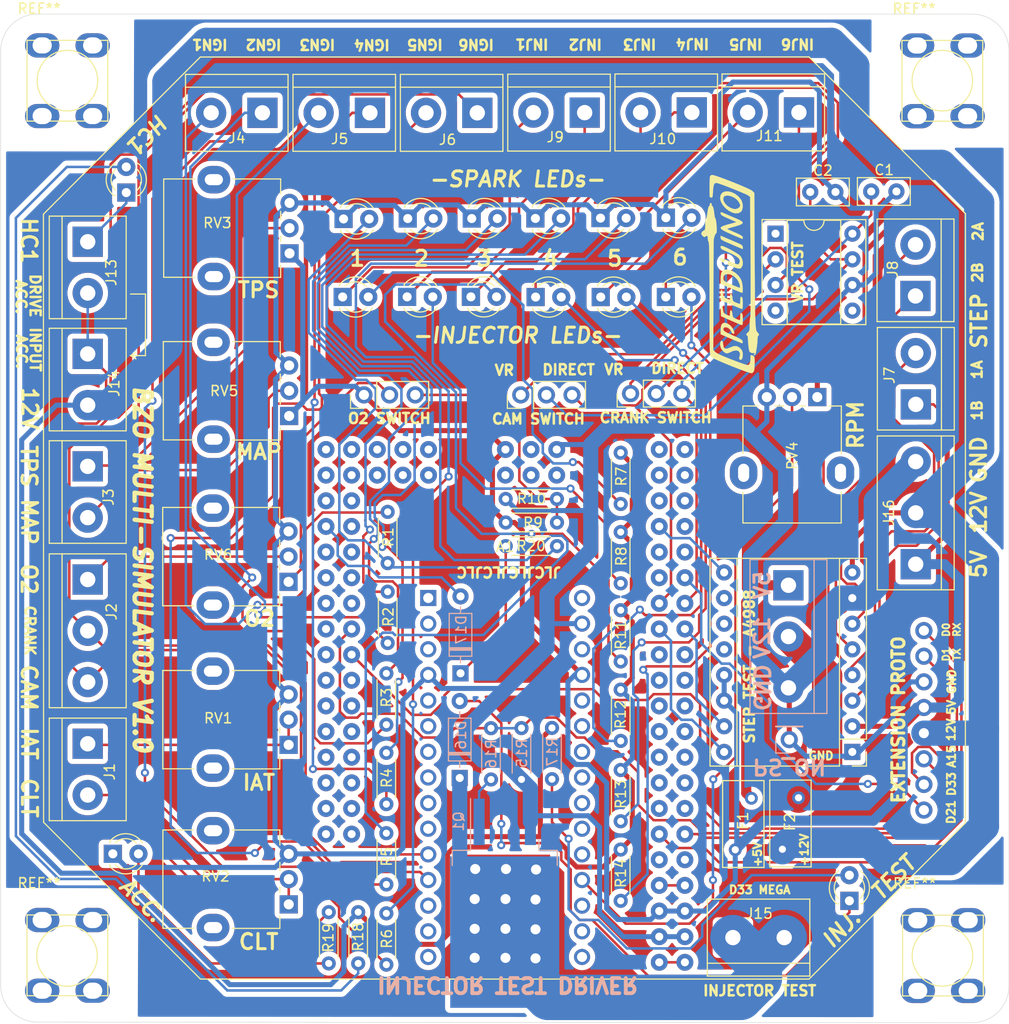
<source format=kicad_pcb>
(kicad_pcb (version 20171130) (host pcbnew "(5.1.10)-1")
  (layers (0 F.Cu signal) (31 B.Cu signal) (34 B.Paste user) (35 F.Paste user) (36 B.SilkS user) (37 F.SilkS user) (38 B.Mask user) (39 F.Mask user) (44 Edge.Cuts user))
  (net 0 "")
  (net 1 "Net-(A1-Pad16)")
  (net 2 "Net-(A1-Pad15)")
  (net 3 "Net-(A1-Pad30)")
  (net 4 "Net-(A1-Pad14)")
  (net 5 Earth)
  (net 6 "Net-(A1-Pad13)")
  (net 7 "Net-(A1-Pad28)")
  (net 8 CAM)
  (net 9 +5V)
  (net 10 CRANK)
  (net 11 "Net-(A1-Pad26)")
  (net 12 "Net-(A1-Pad10)")
  (net 13 "Net-(A1-Pad25)")
  (net 14 "Net-(A1-Pad9)")
  (net 15 "Net-(A1-Pad24)")
  (net 16 "Net-(A1-Pad8)")
  (net 17 "Net-(A1-Pad23)")
  (net 18 "Net-(A1-Pad7)")
  (net 19 "Net-(A1-Pad22)")
  (net 20 "Net-(A1-Pad6)")
  (net 21 "Net-(A1-Pad21)")
  (net 22 "Net-(A1-Pad5)")
  (net 23 "Net-(A1-Pad20)")
  (net 24 "Net-(A1-Pad19)")
  (net 25 "Net-(A1-Pad3)")
  (net 26 "Net-(A1-Pad18)")
  (net 27 "Net-(A1-Pad2)")
  (net 28 "Net-(A1-Pad17)")
  (net 29 "Net-(A1-Pad1)")
  (net 30 MCU-D16)
  (net 31 +12V)
  (net 32 MCU-D17)
  (net 33 STEP-2B)
  (net 34 STEP-2A)
  (net 35 "Net-(A2-Pad12)")
  (net 36 STEP-1A)
  (net 37 "Net-(A2-Pad11)")
  (net 38 STEP-1B)
  (net 39 "Net-(A2-Pad10)")
  (net 40 MCU-D24)
  (net 41 MCU-D19)
  (net 42 MCU-D18)
  (net 43 "Net-(D1-Pad2)")
  (net 44 "Net-(D2-Pad2)")
  (net 45 "Net-(D3-Pad2)")
  (net 46 "Net-(D4-Pad2)")
  (net 47 "Net-(D5-Pad2)")
  (net 48 "Net-(D6-Pad2)")
  (net 49 "Net-(D11-Pad2)")
  (net 50 "Net-(D11-Pad1)")
  (net 51 "Net-(D12-Pad2)")
  (net 52 "Net-(D12-Pad1)")
  (net 53 "Net-(D13-Pad2)")
  (net 54 "Net-(D13-Pad1)")
  (net 55 "Net-(D14-Pad2)")
  (net 56 "Net-(D14-Pad1)")
  (net 57 "Net-(D15-Pad2)")
  (net 58 "Net-(D16-Pad1)")
  (net 59 "Net-(F1-Pad2)")
  (net 60 "Net-(F2-Pad1)")
  (net 61 "Net-(IC1-Pad4)")
  (net 62 "Net-(IC1-Pad3)")
  (net 63 "Net-(IC1-Pad2)")
  (net 64 VDD)
  (net 65 "Net-(IC1-Pad1)")
  (net 66 CLT)
  (net 67 IAT)
  (net 68 O2)
  (net 69 MAP)
  (net 70 TPS)
  (net 71 "Net-(J4-Pad2)")
  (net 72 "Net-(J4-Pad1)")
  (net 73 "Net-(J5-Pad2)")
  (net 74 "Net-(J5-Pad1)")
  (net 75 "Net-(J6-Pad2)")
  (net 76 "Net-(J6-Pad1)")
  (net 77 MCU-D21)
  (net 78 MCU-D33)
  (net 79 MCU-A15)
  (net 80 "Net-(JP3-Pad3)")
  (net 81 "Net-(JP3-Pad2)")
  (net 82 "Net-(Q1-Pad1)")
  (net 83 "Net-(U1-PadMOSI)")
  (net 84 "Net-(U1-PadMISO)")
  (net 85 "Net-(U1-PadSCK)")
  (net 86 "Net-(U1-PadRESET)")
  (net 87 "Net-(U1-PadD53)")
  (net 88 "Net-(U1-PadD52)")
  (net 89 "Net-(U1-PadD50)")
  (net 90 "Net-(U1-PadD51)")
  (net 91 "Net-(U1-PadD49)")
  (net 92 "Net-(U1-PadD48)")
  (net 93 "Net-(U1-PadD47)")
  (net 94 "Net-(U1-PadD46)")
  (net 95 "Net-(U1-PadD45)")
  (net 96 "Net-(U1-PadD44)")
  (net 97 "Net-(U1-PadD43)")
  (net 98 "Net-(U1-PadD42)")
  (net 99 "Net-(U1-PadD41)")
  (net 100 "Net-(U1-PadD39)")
  (net 101 "Net-(U1-PadD38)")
  (net 102 "Net-(U1-PadD37)")
  (net 103 "Net-(U1-PadD36)")
  (net 104 "Net-(U1-PadD35)")
  (net 105 "Net-(U1-PadD34)")
  (net 106 "Net-(U1-PadD32)")
  (net 107 "Net-(U1-PadA14)")
  (net 108 "Net-(U1-PadA13)")
  (net 109 "Net-(U1-PadA12)")
  (net 110 "Net-(U1-PadA11)")
  (net 111 "Net-(U1-PadA10)")
  (net 112 "Net-(U1-PadA9)")
  (net 113 "Net-(U1-PadA8)")
  (net 114 "Net-(U1-PadA7)")
  (net 115 "Net-(U1-PadA6)")
  (net 116 "Net-(U1-PadA4)")
  (net 117 "Net-(U1-PadA5)")
  (net 118 "Net-(U1-PadA3)")
  (net 119 "Net-(U1-PadA2)")
  (net 120 "Net-(U1-PadA0)")
  (net 121 "Net-(U1-PadA1)")
  (net 122 "Net-(U1-PadD22)")
  (net 123 "Net-(U1-PadD26)")
  (net 124 "Net-(U1-PadD28)")
  (net 125 "Net-(U1-PadD30)")
  (net 126 "Net-(U1-PadD31)")
  (net 127 "Net-(U1-PadD29)")
  (net 128 "Net-(U1-PadD27)")
  (net 129 "Net-(U1-PadD25)")
  (net 130 "Net-(U1-PadD23)")
  (net 131 "Net-(U1-PadD20)")
  (net 132 "Net-(U1-PadD14)")
  (net 133 "Net-(U1-PadD12)")
  (net 134 "Net-(U1-PadD10)")
  (net 135 "Net-(U1-PadD8)")
  (net 136 "Net-(U1-PadD6)")
  (net 137 "Net-(U1-PadD4)")
  (net 138 "Net-(U1-PadD2)")
  (net 139 "Net-(U1-PadD15)")
  (net 140 "Net-(U1-PadD13)")
  (net 141 "Net-(U1-PadD11)")
  (net 142 "Net-(U1-PadD9)")
  (net 143 "Net-(U1-PadD7)")
  (net 144 "Net-(U1-PadD5)")
  (net 145 "Net-(U1-PadD3)")
  (net 146 "Net-(U1-PadAREF)")
  (net 147 "Net-(U1-PadRST)")
  (net 148 "Net-(U1-Pad3V3_1)")
  (net 149 "Net-(U1-PadVIN_1)")
  (net 150 "Net-(D7-Pad2)")
  (net 151 "Net-(D7-Pad1)")
  (net 152 "Net-(D8-Pad2)")
  (net 153 "Net-(D8-Pad1)")
  (net 154 "Net-(D9-Pad2)")
  (net 155 "Net-(D9-Pad1)")
  (net 156 "Net-(D10-Pad2)")
  (net 157 "Net-(D10-Pad1)")
  (net 158 "Net-(J13-Pad2)")
  (net 159 TX0_D1)
  (net 160 RX0_D0)
  (net 161 MCU-D40)
  (net 162 "Net-(D17-Pad1)")
  (module Package_TO_SOT_SMD:TO-263-2_COOLING_PAD (layer B.Cu) (at 146.44 125.63 270)
    (fp_text reference Q1 (at -5.81 4.57 90) (layer B.SilkS) (effects (justify mirror)))
    (fp_text value Q_NMOS_GDS)
    (pad 2 thru_hole circle (at 4.875 -3.05 180) (size 2 2) (drill 1) (layers *.Cu *.Mask) (net 58 "Net-(D16-Pad1)"))
    (pad 2 thru_hole circle (at 4.825 2.975 180) (size 2 2) (drill 1) (layers *.Cu *.Mask) (net 58 "Net-(D16-Pad1)"))
    (pad 2 thru_hole circle (at 4.825 -0.075 180) (size 2 2) (drill 1) (layers *.Cu *.Mask) (net 58 "Net-(D16-Pad1)"))
    (pad 2 thru_hole circle (at 1.875 2.975 180) (size 2 2) (drill 1) (layers *.Cu *.Mask) (net 58 "Net-(D16-Pad1)"))
    (pad 2 thru_hole circle (at 1.925 -3.05 180) (size 2 2) (drill 1) (layers *.Cu *.Mask) (net 58 "Net-(D16-Pad1)"))
    (pad 2 thru_hole circle (at 1.875 -0.075 180) (size 2 2) (drill 1) (layers *.Cu *.Mask) (net 58 "Net-(D16-Pad1)"))
    (pad 2 smd rect (at 5.15 0 270) (size 15 10.8) (layers B.Cu B.Mask) (net 58 "Net-(D16-Pad1)"))
    (pad 3 smd rect (at -5.775 -2.54 270) (size 4.6 1.1) (layers B.Cu B.Paste B.Mask) (net 5 Earth))
    (pad 1 smd rect (at -5.775 2.54 270) (size 4.6 1.1) (layers B.Cu B.Paste B.Mask) (net 82 "Net-(Q1-Pad1)"))
    (pad 2 smd rect (at 3.475 0 270) (size 12 9) (layers F.Cu F.Mask) (net 58 "Net-(D16-Pad1)"))
    (pad 2 thru_hole circle (at 7.75 -3.05 180) (size 2 2) (drill 1) (layers *.Cu *.Mask) (net 58 "Net-(D16-Pad1)"))
    (pad 2 thru_hole circle (at 7.7 2.975 180) (size 2 2) (drill 1) (layers *.Cu *.Mask) (net 58 "Net-(D16-Pad1)"))
    (pad 2 thru_hole circle (at 7.7 -0.075 180) (size 2 2) (drill 1) (layers *.Cu *.Mask) (net 58 "Net-(D16-Pad1)"))
    (pad 2 thru_hole circle (at -1.1 2.925 180) (size 2 2) (drill 1) (layers *.Cu *.Mask) (net 58 "Net-(D16-Pad1)"))
    (pad 2 thru_hole circle (at -1.05 -3.1 180) (size 2 2) (drill 1) (layers *.Cu *.Mask) (net 58 "Net-(D16-Pad1)"))
    (pad 2 thru_hole circle (at -1.1 -0.125 180) (size 2 2) (drill 1) (layers *.Cu *.Mask) (net 58 "Net-(D16-Pad1)"))
  )
  (module Connector:screw_terminal_M4_vertical (layer F.Cu) (at 100.61 128.88)
    (fp_text reference REF** (at -0.3 -2.95) (layer F.SilkS))
    (fp_text value "screw terminal M4 vertical")
    (pad 4 thru_hole oval (at 5 7.7) (size 3.4 2.4) (drill oval 1.9 1.6) (layers *.Cu *.Mask))
    (pad 3 thru_hole oval (at 0 7.7) (size 3.4 2.4) (drill oval 1.9 1.6) (layers *.Cu *.Mask))
    (pad 2 thru_hole oval (at 5 0.7) (size 3.4 2.4) (drill oval 1.9 1.6) (layers *.Cu *.Mask))
    (pad 1 thru_hole oval (at 0 0.7) (size 3.4 2.4) (drill oval 1.9 1.6) (layers *.Cu *.Mask))
  )
  (module Connector:screw_terminal_M4_vertical (layer F.Cu) (at 187.36 128.9)
    (fp_text reference REF** (at -0.3 -2.95) (layer F.SilkS))
    (fp_text value "screw terminal M4 vertical")
    (pad 1 thru_hole oval (at 0 0.7) (size 3.4 2.4) (drill oval 1.9 1.6) (layers *.Cu *.Mask))
    (pad 2 thru_hole oval (at 5 0.7) (size 3.4 2.4) (drill oval 1.9 1.6) (layers *.Cu *.Mask))
    (pad 3 thru_hole oval (at 0 7.7) (size 3.4 2.4) (drill oval 1.9 1.6) (layers *.Cu *.Mask))
    (pad 4 thru_hole oval (at 5 7.7) (size 3.4 2.4) (drill oval 1.9 1.6) (layers *.Cu *.Mask))
  )
  (module Connector:screw_terminal_M4_vertical (layer F.Cu) (at 187.3 42.25)
    (fp_text reference REF** (at -0.3 -2.95) (layer F.SilkS))
    (fp_text value "screw terminal M4 vertical")
    (pad 4 thru_hole oval (at 5 7.7) (size 3.4 2.4) (drill oval 1.9 1.6) (layers *.Cu *.Mask))
    (pad 3 thru_hole oval (at 0 7.7) (size 3.4 2.4) (drill oval 1.9 1.6) (layers *.Cu *.Mask))
    (pad 2 thru_hole oval (at 5 0.7) (size 3.4 2.4) (drill oval 1.9 1.6) (layers *.Cu *.Mask))
    (pad 1 thru_hole oval (at 0 0.7) (size 3.4 2.4) (drill oval 1.9 1.6) (layers *.Cu *.Mask))
  )
  (module Connector:screw_terminal_M4_vertical (layer F.Cu) (at 100.61 42.24)
    (fp_text reference REF** (at -0.3 -2.95) (layer F.SilkS))
    (fp_text value "screw terminal M4 vertical")
    (pad 1 thru_hole oval (at 0 0.7) (size 3.4 2.4) (drill oval 1.9 1.6) (layers *.Cu *.Mask))
    (pad 2 thru_hole oval (at 5 0.7) (size 3.4 2.4) (drill oval 1.9 1.6) (layers *.Cu *.Mask))
    (pad 3 thru_hole oval (at 0 7.7) (size 3.4 2.4) (drill oval 1.9 1.6) (layers *.Cu *.Mask))
    (pad 4 thru_hole oval (at 5 7.7) (size 3.4 2.4) (drill oval 1.9 1.6) (layers *.Cu *.Mask))
  )
  (module Connector_PinHeader_2.54mm:PinHeader_1x08_P2.54mm_Vertical (layer F.Cu) (at 187.97 100.91)
    (fp_text reference J12 hide)
    (fp_text value Conn_01x06_Female)
    (pad 8 thru_hole oval (at 0 17.78) (size 1.7 1.7) (drill 1) (layers *.Cu *.Mask) (net 77 MCU-D21))
    (pad 7 thru_hole oval (at 0 15.24) (size 1.7 1.7) (drill 1) (layers *.Cu *.Mask) (net 78 MCU-D33))
    (pad 6 thru_hole oval (at 0 12.7) (size 1.7 1.7) (drill 1) (layers *.Cu *.Mask) (net 79 MCU-A15))
    (pad 5 thru_hole oval (at 0 10.16) (size 1.7 1.7) (drill 1) (layers *.Cu *.Mask) (net 31 +12V))
    (pad 4 thru_hole oval (at 0 7.62) (size 1.7 1.7) (drill 1) (layers *.Cu *.Mask) (net 9 +5V))
    (pad 3 thru_hole oval (at 0 5.08) (size 1.7 1.7) (drill 1) (layers *.Cu *.Mask) (net 5 Earth))
    (pad 2 thru_hole oval (at 0 2.54) (size 1.7 1.7) (drill 1) (layers *.Cu *.Mask) (net 159 TX0_D1))
    (pad 1 thru_hole circle (at 0 0) (size 1.7 1.7) (drill 1) (layers *.Cu *.Mask) (net 160 RX0_D0))
  )
  (module Module:Arduino_Nano (layer F.Cu) (at 138.86 97.68)
    (fp_text reference A1 (at 7.62 -5.08) (layer F.SilkS))
    (fp_text value Arduino_Nano_v3.x)
    (pad 16 thru_hole oval (at 15.24 35.56) (size 1.6 1.6) (drill 1) (layers *.Cu *.Mask) (net 1 "Net-(A1-Pad16)"))
    (pad 15 thru_hole oval (at 0 35.56) (size 1.6 1.6) (drill 1) (layers *.Cu *.Mask) (net 2 "Net-(A1-Pad15)"))
    (pad 30 thru_hole oval (at 15.24 0) (size 1.6 1.6) (drill 1) (layers *.Cu *.Mask) (net 3 "Net-(A1-Pad30)"))
    (pad 14 thru_hole oval (at 0 33.02) (size 1.6 1.6) (drill 1) (layers *.Cu *.Mask) (net 4 "Net-(A1-Pad14)"))
    (pad 29 thru_hole oval (at 15.24 2.54) (size 1.6 1.6) (drill 1) (layers *.Cu *.Mask) (net 5 Earth))
    (pad 13 thru_hole oval (at 0 30.48) (size 1.6 1.6) (drill 1) (layers *.Cu *.Mask) (net 6 "Net-(A1-Pad13)"))
    (pad 28 thru_hole oval (at 15.24 5.08) (size 1.6 1.6) (drill 1) (layers *.Cu *.Mask) (net 7 "Net-(A1-Pad28)"))
    (pad 12 thru_hole oval (at 0 27.94) (size 1.6 1.6) (drill 1) (layers *.Cu *.Mask) (net 8 CAM))
    (pad 27 thru_hole oval (at 15.24 7.62) (size 1.6 1.6) (drill 1) (layers *.Cu *.Mask) (net 9 +5V))
    (pad 11 thru_hole oval (at 0 25.4) (size 1.6 1.6) (drill 1) (layers *.Cu *.Mask) (net 10 CRANK))
    (pad 26 thru_hole oval (at 15.24 10.16) (size 1.6 1.6) (drill 1) (layers *.Cu *.Mask) (net 11 "Net-(A1-Pad26)"))
    (pad 10 thru_hole oval (at 0 22.86) (size 1.6 1.6) (drill 1) (layers *.Cu *.Mask) (net 12 "Net-(A1-Pad10)"))
    (pad 25 thru_hole oval (at 15.24 12.7) (size 1.6 1.6) (drill 1) (layers *.Cu *.Mask) (net 13 "Net-(A1-Pad25)"))
    (pad 9 thru_hole oval (at 0 20.32) (size 1.6 1.6) (drill 1) (layers *.Cu *.Mask) (net 14 "Net-(A1-Pad9)"))
    (pad 24 thru_hole oval (at 15.24 15.24) (size 1.6 1.6) (drill 1) (layers *.Cu *.Mask) (net 15 "Net-(A1-Pad24)"))
    (pad 8 thru_hole oval (at 0 17.78) (size 1.6 1.6) (drill 1) (layers *.Cu *.Mask) (net 16 "Net-(A1-Pad8)"))
    (pad 23 thru_hole oval (at 15.24 17.78) (size 1.6 1.6) (drill 1) (layers *.Cu *.Mask) (net 17 "Net-(A1-Pad23)"))
    (pad 7 thru_hole oval (at 0 15.24) (size 1.6 1.6) (drill 1) (layers *.Cu *.Mask) (net 18 "Net-(A1-Pad7)"))
    (pad 22 thru_hole oval (at 15.24 20.32) (size 1.6 1.6) (drill 1) (layers *.Cu *.Mask) (net 19 "Net-(A1-Pad22)"))
    (pad 6 thru_hole oval (at 0 12.7) (size 1.6 1.6) (drill 1) (layers *.Cu *.Mask) (net 20 "Net-(A1-Pad6)"))
    (pad 21 thru_hole oval (at 15.24 22.86) (size 1.6 1.6) (drill 1) (layers *.Cu *.Mask) (net 21 "Net-(A1-Pad21)"))
    (pad 5 thru_hole oval (at 0 10.16) (size 1.6 1.6) (drill 1) (layers *.Cu *.Mask) (net 22 "Net-(A1-Pad5)"))
    (pad 20 thru_hole oval (at 15.24 25.4) (size 1.6 1.6) (drill 1) (layers *.Cu *.Mask) (net 23 "Net-(A1-Pad20)"))
    (pad 4 thru_hole oval (at 0 7.62) (size 1.6 1.6) (drill 1) (layers *.Cu *.Mask) (net 5 Earth))
    (pad 19 thru_hole oval (at 15.24 27.94) (size 1.6 1.6) (drill 1) (layers *.Cu *.Mask) (net 24 "Net-(A1-Pad19)"))
    (pad 3 thru_hole oval (at 0 5.08) (size 1.6 1.6) (drill 1) (layers *.Cu *.Mask) (net 25 "Net-(A1-Pad3)"))
    (pad 18 thru_hole oval (at 15.24 30.48) (size 1.6 1.6) (drill 1) (layers *.Cu *.Mask) (net 26 "Net-(A1-Pad18)"))
    (pad 2 thru_hole oval (at 0 2.54) (size 1.6 1.6) (drill 1) (layers *.Cu *.Mask) (net 27 "Net-(A1-Pad2)"))
    (pad 17 thru_hole oval (at 15.24 33.02) (size 1.6 1.6) (drill 1) (layers *.Cu *.Mask) (net 28 "Net-(A1-Pad17)"))
    (pad 1 thru_hole rect (at 0 0) (size 1.6 1.6) (drill 1) (layers *.Cu *.Mask) (net 29 "Net-(A1-Pad1)"))
  )
  (module ARDUINO_MEGA_PRO:MODULE_MEGA_PRO_EMBED_CH340G___ATMEGA2560 (layer F.Cu) (at 146.51 108.57 90)
    (fp_text reference U1 hide)
    (fp_text value MEGA_PRO_EMBED_CH340G___ATMEGA2560)
    (pad MOSI thru_hole circle (at 25.6 2.54 90) (size 1.6764 1.6764) (drill 0.8) (layers *.Cu *.Mask) (net 83 "Net-(U1-PadMOSI)"))
    (pad 5V_3 thru_hole circle (at 25.6 0 90) (size 1.6764 1.6764) (drill 0.8) (layers *.Cu *.Mask) (net 9 +5V))
    (pad MISO thru_hole circle (at 23.06 0 90) (size 1.6764 1.6764) (drill 0.8) (layers *.Cu *.Mask) (net 84 "Net-(U1-PadMISO)"))
    (pad SCK thru_hole circle (at 23.06 2.54 90) (size 1.6764 1.6764) (drill 0.8) (layers *.Cu *.Mask) (net 85 "Net-(U1-PadSCK)"))
    (pad GND_3 thru_hole circle (at 25.6 5.08 90) (size 1.6764 1.6764) (drill 0.8) (layers *.Cu *.Mask) (net 5 Earth))
    (pad RESET thru_hole circle (at 23.06 5.08 90) (size 1.6764 1.6764) (drill 0.8) (layers *.Cu *.Mask) (net 86 "Net-(U1-PadRESET)"))
    (pad D53 thru_hole circle (at 23.06 -7.62 90) (size 1.6764 1.6764) (drill 0.8) (layers *.Cu *.Mask) (net 87 "Net-(U1-PadD53)"))
    (pad D52 thru_hole circle (at 25.6 -7.62 90) (size 1.6764 1.6764) (drill 0.8) (layers *.Cu *.Mask) (net 88 "Net-(U1-PadD52)"))
    (pad D50 thru_hole circle (at 25.6 -10.16 90) (size 1.6764 1.6764) (drill 0.8) (layers *.Cu *.Mask) (net 89 "Net-(U1-PadD50)"))
    (pad D51 thru_hole circle (at 23.06 -10.16 90) (size 1.6764 1.6764) (drill 0.8) (layers *.Cu *.Mask) (net 90 "Net-(U1-PadD51)"))
    (pad D49 thru_hole circle (at 23.06 -12.7 90) (size 1.6764 1.6764) (drill 0.8) (layers *.Cu *.Mask) (net 91 "Net-(U1-PadD49)"))
    (pad D48 thru_hole circle (at 25.6 -12.7 90) (size 1.6764 1.6764) (drill 0.8) (layers *.Cu *.Mask) (net 92 "Net-(U1-PadD48)"))
    (pad D47 thru_hole circle (at 25.6 -15.24 90) (size 1.6764 1.6764) (drill 0.8) (layers *.Cu *.Mask) (net 93 "Net-(U1-PadD47)"))
    (pad D46 thru_hole circle (at 25.6 -17.78 90) (size 1.6764 1.6764) (drill 0.8) (layers *.Cu *.Mask) (net 94 "Net-(U1-PadD46)"))
    (pad D45 thru_hole circle (at 23.06 -15.24 90) (size 1.6764 1.6764) (drill 0.8) (layers *.Cu *.Mask) (net 95 "Net-(U1-PadD45)"))
    (pad D44 thru_hole circle (at 23.06 -17.78 90) (size 1.6764 1.6764) (drill 0.8) (layers *.Cu *.Mask) (net 96 "Net-(U1-PadD44)"))
    (pad D43 thru_hole circle (at 20.52 -15.24 90) (size 1.6764 1.6764) (drill 0.8) (layers *.Cu *.Mask) (net 97 "Net-(U1-PadD43)"))
    (pad D42 thru_hole circle (at 20.52 -17.78 90) (size 1.6764 1.6764) (drill 0.8) (layers *.Cu *.Mask) (net 98 "Net-(U1-PadD42)"))
    (pad D41 thru_hole circle (at 17.98 -15.24 90) (size 1.6764 1.6764) (drill 0.8) (layers *.Cu *.Mask) (net 99 "Net-(U1-PadD41)"))
    (pad D40 thru_hole circle (at 17.98 -17.78 90) (size 1.6764 1.6764) (drill 0.8) (layers *.Cu *.Mask) (net 161 MCU-D40))
    (pad D39 thru_hole circle (at 15.44 -15.24 90) (size 1.6764 1.6764) (drill 0.8) (layers *.Cu *.Mask) (net 100 "Net-(U1-PadD39)"))
    (pad D38 thru_hole circle (at 15.44 -17.78 90) (size 1.6764 1.6764) (drill 0.8) (layers *.Cu *.Mask) (net 101 "Net-(U1-PadD38)"))
    (pad D37 thru_hole circle (at 12.9 -15.24 90) (size 1.6764 1.6764) (drill 0.8) (layers *.Cu *.Mask) (net 102 "Net-(U1-PadD37)"))
    (pad D36 thru_hole circle (at 12.9 -17.78 90) (size 1.6764 1.6764) (drill 0.8) (layers *.Cu *.Mask) (net 103 "Net-(U1-PadD36)"))
    (pad D35 thru_hole circle (at 10.36 -15.24 90) (size 1.6764 1.6764) (drill 0.8) (layers *.Cu *.Mask) (net 104 "Net-(U1-PadD35)"))
    (pad D34 thru_hole circle (at 10.36 -17.78 90) (size 1.6764 1.6764) (drill 0.8) (layers *.Cu *.Mask) (net 105 "Net-(U1-PadD34)"))
    (pad D33 thru_hole circle (at 7.82 -15.24 90) (size 1.6764 1.6764) (drill 0.8) (layers *.Cu *.Mask) (net 78 MCU-D33))
    (pad D32 thru_hole circle (at 7.82 -17.78 90) (size 1.6764 1.6764) (drill 0.8) (layers *.Cu *.Mask) (net 106 "Net-(U1-PadD32)"))
    (pad A15 thru_hole circle (at 5.28 -15.24 90) (size 1.6764 1.6764) (drill 0.8) (layers *.Cu *.Mask) (net 79 MCU-A15))
    (pad A14 thru_hole circle (at 5.28 -17.78 90) (size 1.6764 1.6764) (drill 0.8) (layers *.Cu *.Mask) (net 107 "Net-(U1-PadA14)"))
    (pad A13 thru_hole circle (at 2.74 -15.24 90) (size 1.6764 1.6764) (drill 0.8) (layers *.Cu *.Mask) (net 108 "Net-(U1-PadA13)"))
    (pad A12 thru_hole circle (at 2.74 -17.78 90) (size 1.6764 1.6764) (drill 0.8) (layers *.Cu *.Mask) (net 109 "Net-(U1-PadA12)"))
    (pad A11 thru_hole circle (at 0.2 -15.24 90) (size 1.6764 1.6764) (drill 0.8) (layers *.Cu *.Mask) (net 110 "Net-(U1-PadA11)"))
    (pad A10 thru_hole circle (at 0.2 -17.78 90) (size 1.6764 1.6764) (drill 0.8) (layers *.Cu *.Mask) (net 111 "Net-(U1-PadA10)"))
    (pad A9 thru_hole circle (at -2.34 -15.24 90) (size 1.6764 1.6764) (drill 0.8) (layers *.Cu *.Mask) (net 112 "Net-(U1-PadA9)"))
    (pad A8 thru_hole circle (at -2.34 -17.78 90) (size 1.6764 1.6764) (drill 0.8) (layers *.Cu *.Mask) (net 113 "Net-(U1-PadA8)"))
    (pad A7 thru_hole circle (at -4.88 -15.24 90) (size 1.6764 1.6764) (drill 0.8) (layers *.Cu *.Mask) (net 114 "Net-(U1-PadA7)"))
    (pad A6 thru_hole circle (at -4.88 -17.78 90) (size 1.6764 1.6764) (drill 0.8) (layers *.Cu *.Mask) (net 115 "Net-(U1-PadA6)"))
    (pad A4 thru_hole circle (at -7.42 -17.78 90) (size 1.6764 1.6764) (drill 0.8) (layers *.Cu *.Mask) (net 116 "Net-(U1-PadA4)"))
    (pad A5 thru_hole circle (at -7.42 -15.24 90) (size 1.6764 1.6764) (drill 0.8) (layers *.Cu *.Mask) (net 117 "Net-(U1-PadA5)"))
    (pad A3 thru_hole circle (at -9.96 -15.24 90) (size 1.6764 1.6764) (drill 0.8) (layers *.Cu *.Mask) (net 118 "Net-(U1-PadA3)"))
    (pad A2 thru_hole circle (at -9.96 -17.78 90) (size 1.6764 1.6764) (drill 0.8) (layers *.Cu *.Mask) (net 119 "Net-(U1-PadA2)"))
    (pad A0 thru_hole circle (at -12.5 -17.78 90) (size 1.6764 1.6764) (drill 0.8) (layers *.Cu *.Mask) (net 120 "Net-(U1-PadA0)"))
    (pad A1 thru_hole circle (at -12.5 -15.24 90) (size 1.6764 1.6764) (drill 0.8) (layers *.Cu *.Mask) (net 121 "Net-(U1-PadA1)"))
    (pad D22 thru_hole circle (at 15.44 15.24 90) (size 1.6764 1.6764) (drill 0.8) (layers *.Cu *.Mask) (net 122 "Net-(U1-PadD22)"))
    (pad D24 thru_hole circle (at 17.98 15.24 90) (size 1.6764 1.6764) (drill 0.8) (layers *.Cu *.Mask) (net 40 MCU-D24))
    (pad D26 thru_hole circle (at 20.52 15.24 90) (size 1.6764 1.6764) (drill 0.8) (layers *.Cu *.Mask) (net 123 "Net-(U1-PadD26)"))
    (pad D28 thru_hole circle (at 23.06 15.24 90) (size 1.6764 1.6764) (drill 0.8) (layers *.Cu *.Mask) (net 124 "Net-(U1-PadD28)"))
    (pad D30 thru_hole circle (at 25.6 15.24 90) (size 1.6764 1.6764) (drill 0.8) (layers *.Cu *.Mask) (net 125 "Net-(U1-PadD30)"))
    (pad D31 thru_hole circle (at 25.6 17.78 90) (size 1.6764 1.6764) (drill 0.8) (layers *.Cu *.Mask) (net 126 "Net-(U1-PadD31)"))
    (pad D29 thru_hole circle (at 23.06 17.78 90) (size 1.6764 1.6764) (drill 0.8) (layers *.Cu *.Mask) (net 127 "Net-(U1-PadD29)"))
    (pad D27 thru_hole circle (at 20.52 17.78 90) (size 1.6764 1.6764) (drill 0.8) (layers *.Cu *.Mask) (net 128 "Net-(U1-PadD27)"))
    (pad D25 thru_hole circle (at 17.98 17.78 90) (size 1.6764 1.6764) (drill 0.8) (layers *.Cu *.Mask) (net 129 "Net-(U1-PadD25)"))
    (pad D23 thru_hole circle (at 15.44 17.78 90) (size 1.6764 1.6764) (drill 0.8) (layers *.Cu *.Mask) (net 130 "Net-(U1-PadD23)"))
    (pad D20 thru_hole circle (at 12.9 15.24 90) (size 1.6764 1.6764) (drill 0.8) (layers *.Cu *.Mask) (net 131 "Net-(U1-PadD20)"))
    (pad D18 thru_hole circle (at 10.36 15.24 90) (size 1.6764 1.6764) (drill 0.8) (layers *.Cu *.Mask) (net 42 MCU-D18))
    (pad D16 thru_hole circle (at 7.82 15.24 90) (size 1.6764 1.6764) (drill 0.8) (layers *.Cu *.Mask) (net 30 MCU-D16))
    (pad D14 thru_hole circle (at 5.28 15.24 90) (size 1.6764 1.6764) (drill 0.8) (layers *.Cu *.Mask) (net 132 "Net-(U1-PadD14)"))
    (pad D12 thru_hole circle (at 2.74 15.24 90) (size 1.6764 1.6764) (drill 0.8) (layers *.Cu *.Mask) (net 133 "Net-(U1-PadD12)"))
    (pad D10 thru_hole circle (at 0.2 15.24 90) (size 1.6764 1.6764) (drill 0.8) (layers *.Cu *.Mask) (net 134 "Net-(U1-PadD10)"))
    (pad D8 thru_hole circle (at -2.34 15.24 90) (size 1.6764 1.6764) (drill 0.8) (layers *.Cu *.Mask) (net 135 "Net-(U1-PadD8)"))
    (pad D6 thru_hole circle (at -4.88 15.24 90) (size 1.6764 1.6764) (drill 0.8) (layers *.Cu *.Mask) (net 136 "Net-(U1-PadD6)"))
    (pad D4 thru_hole circle (at -7.42 15.24 90) (size 1.6764 1.6764) (drill 0.8) (layers *.Cu *.Mask) (net 137 "Net-(U1-PadD4)"))
    (pad D2 thru_hole circle (at -9.96 15.24 90) (size 1.6764 1.6764) (drill 0.8) (layers *.Cu *.Mask) (net 138 "Net-(U1-PadD2)"))
    (pad D21 thru_hole circle (at 12.9 17.78 90) (size 1.6764 1.6764) (drill 0.8) (layers *.Cu *.Mask) (net 77 MCU-D21))
    (pad D19 thru_hole circle (at 10.36 17.78 90) (size 1.6764 1.6764) (drill 0.8) (layers *.Cu *.Mask) (net 41 MCU-D19))
    (pad D17 thru_hole circle (at 7.82 17.78 90) (size 1.6764 1.6764) (drill 0.8) (layers *.Cu *.Mask) (net 32 MCU-D17))
    (pad D15 thru_hole circle (at 5.28 17.78 90) (size 1.6764 1.6764) (drill 0.8) (layers *.Cu *.Mask) (net 139 "Net-(U1-PadD15)"))
    (pad D13 thru_hole circle (at 2.74 17.78 90) (size 1.6764 1.6764) (drill 0.8) (layers *.Cu *.Mask) (net 140 "Net-(U1-PadD13)"))
    (pad D11 thru_hole circle (at 0.2 17.78 90) (size 1.6764 1.6764) (drill 0.8) (layers *.Cu *.Mask) (net 141 "Net-(U1-PadD11)"))
    (pad D9 thru_hole circle (at -2.34 17.78 90) (size 1.6764 1.6764) (drill 0.8) (layers *.Cu *.Mask) (net 142 "Net-(U1-PadD9)"))
    (pad D7 thru_hole circle (at -4.88 17.78 90) (size 1.6764 1.6764) (drill 0.8) (layers *.Cu *.Mask) (net 143 "Net-(U1-PadD7)"))
    (pad D5 thru_hole circle (at -7.42 17.78 90) (size 1.6764 1.6764) (drill 0.8) (layers *.Cu *.Mask) (net 144 "Net-(U1-PadD5)"))
    (pad D3 thru_hole circle (at -9.96 17.78 90) (size 1.6764 1.6764) (drill 0.8) (layers *.Cu *.Mask) (net 145 "Net-(U1-PadD3)"))
    (pad TX thru_hole circle (at -12.5 17.78 90) (size 1.6764 1.6764) (drill 0.8) (layers *.Cu *.Mask) (net 159 TX0_D1))
    (pad RX thru_hole circle (at -12.5 15.24 90) (size 1.6764 1.6764) (drill 0.8) (layers *.Cu *.Mask) (net 160 RX0_D0))
    (pad AREF thru_hole circle (at -15.04 15.24 90) (size 1.6764 1.6764) (drill 0.8) (layers *.Cu *.Mask) (net 146 "Net-(U1-PadAREF)"))
    (pad RST thru_hole circle (at -15.04 17.78 90) (size 1.6764 1.6764) (drill 0.8) (layers *.Cu *.Mask) (net 147 "Net-(U1-PadRST)"))
    (pad 3V3_1 thru_hole circle (at -17.58 17.78 90) (size 1.6764 1.6764) (drill 0.8) (layers *.Cu *.Mask) (net 148 "Net-(U1-Pad3V3_1)"))
    (pad 3V3_2 thru_hole circle (at -17.58 15.24 90) (size 1.6764 1.6764) (drill 0.8) (layers *.Cu *.Mask) (net 148 "Net-(U1-Pad3V3_1)"))
    (pad 5V_2 thru_hole circle (at -20.12 15.24 90) (size 1.6764 1.6764) (drill 0.8) (layers *.Cu *.Mask) (net 9 +5V))
    (pad 5V_1 thru_hole circle (at -20.12 17.78 90) (size 1.6764 1.6764) (drill 0.8) (layers *.Cu *.Mask) (net 9 +5V))
    (pad GND_1 thru_hole circle (at -22.66 17.78 90) (size 1.6764 1.6764) (drill 0.8) (layers *.Cu *.Mask) (net 5 Earth))
    (pad GND_2 thru_hole circle (at -22.66 15.24 90) (size 1.6764 1.6764) (drill 0.8) (layers *.Cu *.Mask) (net 5 Earth))
    (pad VIN_1 thru_hole circle (at -25.2 17.78 90) (size 1.6764 1.6764) (drill 0.8) (layers *.Cu *.Mask) (net 149 "Net-(U1-PadVIN_1)"))
    (pad VIN_2 thru_hole circle (at -25.2 15.24 90) (size 1.6764 1.6764) (drill 0.8) (layers *.Cu *.Mask) (net 149 "Net-(U1-PadVIN_1)"))
  )
  (module IMAGES:Aspeeduino (layer F.Cu) (at 168.76 65.59 90)
    (fp_text reference G*** hide)
    (fp_text value LOGO hide)
  )
  (module Connector_PinHeader_2.54mm:PinHeader_1x01_P2.54mm_Vertical (layer B.Cu) (at 174.63 111.71)
    (fp_text reference J18 hide)
    (fp_text value "PS_ON (GREEN or GREY)")
    (pad 1 thru_hole circle (at 0 0) (size 1.7 1.7) (drill 1) (layers *.Cu *.Mask) (net 5 Earth))
  )
  (module Resistor_THT:R_Axial_DIN0204_L3.6mm_D1.6mm_P5.08mm_Horizontal (layer F.Cu) (at 146.54 92.54)
    (fp_text reference R20 (at 2.51 -0.02) (layer F.SilkS))
    (fp_text value 100R)
    (pad 2 thru_hole oval (at 5.08 0) (size 1.4 1.4) (drill 0.7) (layers *.Cu *.Mask) (net 43 "Net-(D1-Pad2)"))
    (pad 1 thru_hole circle (at 0 0) (size 1.4 1.4) (drill 0.7) (layers *.Cu *.Mask) (net 162 "Net-(D17-Pad1)"))
  )
  (module Diode_THT:D_DO-35_SOD27_P7.62mm_Horizontal (layer B.Cu) (at 142.06 105.14 90)
    (fp_text reference D17 (at 4.32 0.07 90) (layer B.SilkS) (effects (justify mirror)))
    (fp_text value D)
    (pad 2 thru_hole oval (at 7.62 0 90) (size 1.6 1.6) (drill 0.8) (layers *.Cu *.Mask) (net 161 MCU-D40))
    (pad 1 thru_hole rect (at 0 0 90) (size 1.6 1.6) (drill 0.8) (layers *.Cu *.Mask) (net 162 "Net-(D17-Pad1)"))
  )
  (module Resistor_THT:R_Axial_DIN0204_L3.6mm_D1.6mm_P5.08mm_Horizontal (layer F.Cu) (at 129 133.88 90)
    (fp_text reference R19 (at 2.53 -0.04 90) (layer F.SilkS))
    (fp_text value 470R)
    (pad 2 thru_hole oval (at 5.08 0 90) (size 1.4 1.4) (drill 0.7) (layers *.Cu *.Mask) (net 158 "Net-(J13-Pad2)"))
    (pad 1 thru_hole circle (at 0 0 90) (size 1.4 1.4) (drill 0.7) (layers *.Cu *.Mask) (net 57 "Net-(D15-Pad2)"))
  )
  (module Resistor_THT:R_Axial_DIN0204_L3.6mm_D1.6mm_P5.08mm_Horizontal (layer F.Cu) (at 131.92 133.88 90)
    (fp_text reference R18 (at 2.63 -0.01 90) (layer F.SilkS))
    (fp_text value 470R)
    (pad 2 thru_hole oval (at 5.08 0 90) (size 1.4 1.4) (drill 0.7) (layers *.Cu *.Mask) (net 31 +12V))
    (pad 1 thru_hole circle (at 0 0 90) (size 1.4 1.4) (drill 0.7) (layers *.Cu *.Mask) (net 53 "Net-(D13-Pad2)"))
  )
  (module Resistor_THT:R_Axial_DIN0204_L3.6mm_D1.6mm_P5.08mm_Horizontal (layer B.Cu) (at 151.12 115.63 90)
    (fp_text reference R17 (at 2.72 0.03 270) (layer B.SilkS) (effects (justify mirror)))
    (fp_text value 2.4k)
    (pad 2 thru_hole oval (at 5.08 0 90) (size 1.4 1.4) (drill 0.7) (layers *.Cu *.Mask) (net 31 +12V))
    (pad 1 thru_hole circle (at 0 0 90) (size 1.4 1.4) (drill 0.7) (layers *.Cu *.Mask) (net 55 "Net-(D14-Pad2)"))
  )
  (module Resistor_THT:R_Axial_DIN0204_L3.6mm_D1.6mm_P5.08mm_Horizontal (layer B.Cu) (at 145.08 115.66 90)
    (fp_text reference R16 (at 2.54 0.01 270) (layer B.SilkS) (effects (justify mirror)))
    (fp_text value 1k)
    (pad 2 thru_hole oval (at 5.08 0 90) (size 1.4 1.4) (drill 0.7) (layers *.Cu *.Mask) (net 78 MCU-D33))
    (pad 1 thru_hole circle (at 0 0 90) (size 1.4 1.4) (drill 0.7) (layers *.Cu *.Mask) (net 82 "Net-(Q1-Pad1)"))
  )
  (module Resistor_THT:R_Axial_DIN0204_L3.6mm_D1.6mm_P5.08mm_Horizontal (layer B.Cu) (at 148.1 110.57 270)
    (fp_text reference R15 (at 2.48 -0.04 270) (layer B.SilkS) (effects (justify mirror)))
    (fp_text value 100k)
    (pad 2 thru_hole oval (at 5.08 0 270) (size 1.4 1.4) (drill 0.7) (layers *.Cu *.Mask) (net 5 Earth))
    (pad 1 thru_hole circle (at 0 0 270) (size 1.4 1.4) (drill 0.7) (layers *.Cu *.Mask) (net 78 MCU-D33))
  )
  (module Resistor_THT:R_Axial_DIN0204_L3.6mm_D1.6mm_P5.08mm_Horizontal (layer F.Cu) (at 157.93 127.68 90)
    (fp_text reference R14 (at 2.73 0.01 90) (layer F.SilkS))
    (fp_text value 470R)
    (pad 2 thru_hole oval (at 5.08 0 90) (size 1.4 1.4) (drill 0.7) (layers *.Cu *.Mask) (net 31 +12V))
    (pad 1 thru_hole circle (at 0 0 90) (size 1.4 1.4) (drill 0.7) (layers *.Cu *.Mask) (net 51 "Net-(D12-Pad2)"))
  )
  (module Resistor_THT:R_Axial_DIN0204_L3.6mm_D1.6mm_P5.08mm_Horizontal (layer F.Cu) (at 157.93 119.8 90)
    (fp_text reference R13 (at 2.68 0.01 90) (layer F.SilkS))
    (fp_text value 470R)
    (pad 2 thru_hole oval (at 5.08 0 90) (size 1.4 1.4) (drill 0.7) (layers *.Cu *.Mask) (net 31 +12V))
    (pad 1 thru_hole circle (at 0 0 90) (size 1.4 1.4) (drill 0.7) (layers *.Cu *.Mask) (net 49 "Net-(D11-Pad2)"))
  )
  (module Resistor_THT:R_Axial_DIN0204_L3.6mm_D1.6mm_P5.08mm_Horizontal (layer F.Cu) (at 157.93 111.84 90)
    (fp_text reference R12 (at 2.64 -0.01 90) (layer F.SilkS))
    (fp_text value 470R)
    (pad 2 thru_hole oval (at 5.08 0 90) (size 1.4 1.4) (drill 0.7) (layers *.Cu *.Mask) (net 31 +12V))
    (pad 1 thru_hole circle (at 0 0 90) (size 1.4 1.4) (drill 0.7) (layers *.Cu *.Mask) (net 156 "Net-(D10-Pad2)"))
  )
  (module Resistor_THT:R_Axial_DIN0204_L3.6mm_D1.6mm_P5.08mm_Horizontal (layer F.Cu) (at 157.93 103.97 90)
    (fp_text reference R11 (at 2.62 0.01 90) (layer F.SilkS))
    (fp_text value 470R)
    (pad 2 thru_hole oval (at 5.08 0 90) (size 1.4 1.4) (drill 0.7) (layers *.Cu *.Mask) (net 31 +12V))
    (pad 1 thru_hole circle (at 0 0 90) (size 1.4 1.4) (drill 0.7) (layers *.Cu *.Mask) (net 154 "Net-(D9-Pad2)"))
  )
  (module Resistor_THT:R_Axial_DIN0204_L3.6mm_D1.6mm_P5.08mm_Horizontal (layer F.Cu) (at 151.61 87.87 180)
    (fp_text reference R10 (at 2.51 0.02) (layer F.SilkS))
    (fp_text value 100R)
    (pad 2 thru_hole oval (at 5.08 0 180) (size 1.4 1.4) (drill 0.7) (layers *.Cu *.Mask) (net 5 Earth))
    (pad 1 thru_hole circle (at 0 0 180) (size 1.4 1.4) (drill 0.7) (layers *.Cu *.Mask) (net 80 "Net-(JP3-Pad3)"))
  )
  (module Resistor_THT:R_Axial_DIN0204_L3.6mm_D1.6mm_P5.08mm_Horizontal (layer F.Cu) (at 146.54 90.2)
    (fp_text reference R9 (at 2.7 0.02) (layer F.SilkS))
    (fp_text value 470R)
    (pad 2 thru_hole oval (at 5.08 0) (size 1.4 1.4) (drill 0.7) (layers *.Cu *.Mask) (net 80 "Net-(JP3-Pad3)"))
    (pad 1 thru_hole circle (at 0 0) (size 1.4 1.4) (drill 0.7) (layers *.Cu *.Mask) (net 9 +5V))
  )
  (module Resistor_THT:R_Axial_DIN0204_L3.6mm_D1.6mm_P5.08mm_Horizontal (layer F.Cu) (at 157.93 96.23 90)
    (fp_text reference R8 (at 2.68 0.06 90) (layer F.SilkS))
    (fp_text value 470R)
    (pad 2 thru_hole oval (at 5.08 0 90) (size 1.4 1.4) (drill 0.7) (layers *.Cu *.Mask) (net 31 +12V))
    (pad 1 thru_hole circle (at 0 0 90) (size 1.4 1.4) (drill 0.7) (layers *.Cu *.Mask) (net 152 "Net-(D8-Pad2)"))
  )
  (module Resistor_THT:R_Axial_DIN0204_L3.6mm_D1.6mm_P5.08mm_Horizontal (layer F.Cu) (at 157.93 88.37 90)
    (fp_text reference R7 (at 2.73 0.06 90) (layer F.SilkS))
    (fp_text value 470R)
    (pad 2 thru_hole oval (at 5.08 0 90) (size 1.4 1.4) (drill 0.7) (layers *.Cu *.Mask) (net 31 +12V))
    (pad 1 thru_hole circle (at 0 0 90) (size 1.4 1.4) (drill 0.7) (layers *.Cu *.Mask) (net 150 "Net-(D7-Pad2)"))
  )
  (module Resistor_THT:R_Axial_DIN0204_L3.6mm_D1.6mm_P5.08mm_Horizontal (layer F.Cu) (at 134.71 134 90)
    (fp_text reference R6 (at 2.56 0.05 90) (layer F.SilkS))
    (fp_text value 100R)
    (pad 2 thru_hole oval (at 5.08 0 90) (size 1.4 1.4) (drill 0.7) (layers *.Cu *.Mask) (net 48 "Net-(D6-Pad2)"))
    (pad 1 thru_hole circle (at 0 0 90) (size 1.4 1.4) (drill 0.7) (layers *.Cu *.Mask) (net 76 "Net-(J6-Pad1)"))
  )
  (module Resistor_THT:R_Axial_DIN0204_L3.6mm_D1.6mm_P5.08mm_Horizontal (layer F.Cu) (at 134.71 126.06 90)
    (fp_text reference R5 (at 2.76 0.04 90) (layer F.SilkS))
    (fp_text value 100R)
    (pad 2 thru_hole oval (at 5.08 0 90) (size 1.4 1.4) (drill 0.7) (layers *.Cu *.Mask) (net 47 "Net-(D5-Pad2)"))
    (pad 1 thru_hole circle (at 0 0 90) (size 1.4 1.4) (drill 0.7) (layers *.Cu *.Mask) (net 75 "Net-(J6-Pad2)"))
  )
  (module Resistor_THT:R_Axial_DIN0204_L3.6mm_D1.6mm_P5.08mm_Horizontal (layer F.Cu) (at 134.71 118.1 90)
    (fp_text reference R4 (at 2.58 0.04 90) (layer F.SilkS))
    (fp_text value 100R)
    (pad 2 thru_hole oval (at 5.08 0 90) (size 1.4 1.4) (drill 0.7) (layers *.Cu *.Mask) (net 46 "Net-(D4-Pad2)"))
    (pad 1 thru_hole circle (at 0 0 90) (size 1.4 1.4) (drill 0.7) (layers *.Cu *.Mask) (net 74 "Net-(J5-Pad1)"))
  )
  (module Resistor_THT:R_Axial_DIN0204_L3.6mm_D1.6mm_P5.08mm_Horizontal (layer F.Cu) (at 134.71 110.23 90)
    (fp_text reference R3 (at 2.68 0.03 90) (layer F.SilkS))
    (fp_text value 100R)
    (pad 2 thru_hole oval (at 5.08 0 90) (size 1.4 1.4) (drill 0.7) (layers *.Cu *.Mask) (net 45 "Net-(D3-Pad2)"))
    (pad 1 thru_hole circle (at 0 0 90) (size 1.4 1.4) (drill 0.7) (layers *.Cu *.Mask) (net 73 "Net-(J5-Pad2)"))
  )
  (module Resistor_THT:R_Axial_DIN0204_L3.6mm_D1.6mm_P5.08mm_Horizontal (layer F.Cu) (at 134.84 102.14 90)
    (fp_text reference R2 (at 2.59 0.07 90) (layer F.SilkS))
    (fp_text value 100R)
    (pad 2 thru_hole oval (at 5.08 0 90) (size 1.4 1.4) (drill 0.7) (layers *.Cu *.Mask) (net 44 "Net-(D2-Pad2)"))
    (pad 1 thru_hole circle (at 0 0 90) (size 1.4 1.4) (drill 0.7) (layers *.Cu *.Mask) (net 72 "Net-(J4-Pad1)"))
  )
  (module Resistor_THT:R_Axial_DIN0204_L3.6mm_D1.6mm_P5.08mm_Horizontal (layer F.Cu) (at 134.84 89.15 270)
    (fp_text reference R1 (at 2.5 -0.06 90) (layer F.SilkS))
    (fp_text value 100R)
    (pad 2 thru_hole oval (at 5.08 0 270) (size 1.4 1.4) (drill 0.7) (layers *.Cu *.Mask) (net 43 "Net-(D1-Pad2)"))
    (pad 1 thru_hole circle (at 0 0 270) (size 1.4 1.4) (drill 0.7) (layers *.Cu *.Mask) (net 71 "Net-(J4-Pad2)"))
  )
  (module Connector_PinHeader_2.54mm:PinHeader_1x03_P2.54mm_Vertical (layer F.Cu) (at 132.49 77.56 90)
    (fp_text reference JP3 hide)
    (fp_text value Jumper_3_Bridged12)
    (pad 3 thru_hole oval (at 0 5.08 90) (size 1.7 1.7) (drill 1) (layers *.Cu *.Mask) (net 80 "Net-(JP3-Pad3)"))
    (pad 2 thru_hole oval (at 0 2.54 90) (size 1.7 1.7) (drill 1) (layers *.Cu *.Mask) (net 81 "Net-(JP3-Pad2)"))
    (pad 1 thru_hole circle (at 0 0 90) (size 1.7 1.7) (drill 1) (layers *.Cu *.Mask) (net 9 +5V))
  )
  (module Connector_PinHeader_2.54mm:PinHeader_1x03_P2.54mm_Vertical (layer F.Cu) (at 148.03 77.56 90)
    (fp_text reference JP2 hide)
    (fp_text value VR-HALL)
    (pad 3 thru_hole oval (at 0 5.08 90) (size 1.7 1.7) (drill 1) (layers *.Cu *.Mask) (net 42 MCU-D18))
    (pad 2 thru_hole oval (at 0 2.54 90) (size 1.7 1.7) (drill 1) (layers *.Cu *.Mask) (net 8 CAM))
    (pad 1 thru_hole circle (at 0 0 90) (size 1.7 1.7) (drill 1) (layers *.Cu *.Mask) (net 62 "Net-(IC1-Pad3)"))
  )
  (module Connector_PinHeader_2.54mm:PinHeader_1x03_P2.54mm_Vertical (layer F.Cu) (at 158.91 77.43 90)
    (fp_text reference JP1 hide)
    (fp_text value VR-HALL)
    (pad 3 thru_hole oval (at 0 5.08 90) (size 1.7 1.7) (drill 1) (layers *.Cu *.Mask) (net 41 MCU-D19))
    (pad 2 thru_hole oval (at 0 2.54 90) (size 1.7 1.7) (drill 1) (layers *.Cu *.Mask) (net 10 CRANK))
    (pad 1 thru_hole circle (at 0 0 90) (size 1.7 1.7) (drill 1) (layers *.Cu *.Mask) (net 63 "Net-(IC1-Pad2)"))
  )
  (module TerminalBlock:TerminalBlock_bornier-2_P5.08mm (layer F.Cu) (at 169.05 131.32)
    (fp_text reference J15 (at 2.61 -2.38) (layer F.SilkS))
    (fp_text value Conn_01x02_Female)
    (pad 2 thru_hole circle (at 5.08 0) (size 3 3) (drill 1.52) (layers *.Cu *.Mask) (net 58 "Net-(D16-Pad1)"))
    (pad 1 thru_hole rect (at 0 0) (size 3 3) (drill 1.52) (layers *.Cu *.Mask) (net 58 "Net-(D16-Pad1)"))
  )
  (module TerminalBlock:TerminalBlock_bornier-2_P5.08mm (layer F.Cu) (at 105.12 73.5 270)
    (fp_text reference J14 (at 2.92 -2.63 90) (layer F.SilkS))
    (fp_text value Conn_01x02_Female)
    (pad 2 thru_hole circle (at 5.08 0 270) (size 3 3) (drill 1.52) (layers *.Cu *.Mask) (net 31 +12V))
    (pad 1 thru_hole rect (at 0 0 270) (size 3 3) (drill 1.52) (layers *.Cu *.Mask) (net 158 "Net-(J13-Pad2)"))
  )
  (module TerminalBlock:TerminalBlock_bornier-2_P5.08mm (layer F.Cu) (at 175.59 49.58 180)
    (fp_text reference J11 (at 2.93 -2.33) (layer F.SilkS))
    (fp_text value Conn_01x02_Female)
    (pad 2 thru_hole circle (at 5.08 0 180) (size 3 3) (drill 1.52) (layers *.Cu *.Mask) (net 50 "Net-(D11-Pad1)"))
    (pad 1 thru_hole rect (at 0 0 180) (size 3 3) (drill 1.52) (layers *.Cu *.Mask) (net 52 "Net-(D12-Pad1)"))
  )
  (module TerminalBlock:TerminalBlock_bornier-2_P5.08mm (layer F.Cu) (at 164.98 49.58 180)
    (fp_text reference J10 (at 2.88 -2.63) (layer F.SilkS))
    (fp_text value Conn_01x02_Female)
    (pad 2 thru_hole circle (at 5.08 0 180) (size 3 3) (drill 1.52) (layers *.Cu *.Mask) (net 155 "Net-(D9-Pad1)"))
    (pad 1 thru_hole rect (at 0 0 180) (size 3 3) (drill 1.52) (layers *.Cu *.Mask) (net 157 "Net-(D10-Pad1)"))
  )
  (module TerminalBlock:TerminalBlock_bornier-2_P5.08mm (layer F.Cu) (at 154.36 49.6 180)
    (fp_text reference J9 (at 2.91 -2.43) (layer F.SilkS))
    (fp_text value Conn_01x02_Female)
    (pad 2 thru_hole circle (at 5.08 0 180) (size 3 3) (drill 1.52) (layers *.Cu *.Mask) (net 151 "Net-(D7-Pad1)"))
    (pad 1 thru_hole rect (at 0 0 180) (size 3 3) (drill 1.52) (layers *.Cu *.Mask) (net 153 "Net-(D8-Pad1)"))
  )
  (module TerminalBlock:TerminalBlock_bornier-2_P5.08mm (layer F.Cu) (at 105.12 62.39 270)
    (fp_text reference J13 (at 3.05 -2.33 90) (layer F.SilkS))
    (fp_text value Conn_01x02_Female)
    (pad 2 thru_hole circle (at 5.08 0 270) (size 3 3) (drill 1.52) (layers *.Cu *.Mask) (net 158 "Net-(J13-Pad2)"))
    (pad 1 thru_hole rect (at 0 0 270) (size 3 3) (drill 1.52) (layers *.Cu *.Mask) (net 54 "Net-(D13-Pad1)"))
  )
  (module TerminalBlock:TerminalBlock_bornier-2_P5.08mm (layer F.Cu) (at 143.72 49.62 180)
    (fp_text reference J6 (at 2.95 -2.66) (layer F.SilkS))
    (fp_text value Conn_01x02_Female)
    (pad 2 thru_hole circle (at 5.08 0 180) (size 3 3) (drill 1.52) (layers *.Cu *.Mask) (net 75 "Net-(J6-Pad2)"))
    (pad 1 thru_hole rect (at 0 0 180) (size 3 3) (drill 1.52) (layers *.Cu *.Mask) (net 76 "Net-(J6-Pad1)"))
  )
  (module TerminalBlock:TerminalBlock_bornier-2_P5.08mm (layer F.Cu) (at 133.08 49.62 180)
    (fp_text reference J5 (at 3 -2.59) (layer F.SilkS))
    (fp_text value Conn_01x02_Female)
    (pad 2 thru_hole circle (at 5.08 0 180) (size 3 3) (drill 1.52) (layers *.Cu *.Mask) (net 73 "Net-(J5-Pad2)"))
    (pad 1 thru_hole rect (at 0 0 180) (size 3 3) (drill 1.52) (layers *.Cu *.Mask) (net 74 "Net-(J5-Pad1)"))
  )
  (module TerminalBlock:TerminalBlock_bornier-2_P5.08mm (layer F.Cu) (at 122.43 49.62 180)
    (fp_text reference J4 (at 2.53 -2.51) (layer F.SilkS))
    (fp_text value Conn_01x02_Female)
    (pad 2 thru_hole circle (at 5.08 0 180) (size 3 3) (drill 1.52) (layers *.Cu *.Mask) (net 71 "Net-(J4-Pad2)"))
    (pad 1 thru_hole rect (at 0 0 180) (size 3 3) (drill 1.52) (layers *.Cu *.Mask) (net 72 "Net-(J4-Pad1)"))
  )
  (module Diode_THT:D_DO-35_SOD27_P7.62mm_Horizontal (layer B.Cu) (at 141.98 115.51 90)
    (fp_text reference D16 (at 4.26 0.12 90) (layer B.SilkS) (effects (justify mirror)))
    (fp_text value D)
    (pad 2 thru_hole oval (at 7.62 0 90) (size 1.6 1.6) (drill 0.8) (layers *.Cu *.Mask) (net 56 "Net-(D14-Pad1)"))
    (pad 1 thru_hole rect (at 0 0 90) (size 1.6 1.6) (drill 0.8) (layers *.Cu *.Mask) (net 58 "Net-(D16-Pad1)"))
  )
  (module LED_THT:LED_D3.0mm (layer F.Cu) (at 107.61 123.02)
    (fp_text reference D15 hide)
    (fp_text value "LED 3V")
    (pad 2 thru_hole circle (at 2.54 0) (size 1.8 1.8) (drill 0.9) (layers *.Cu *.Mask) (net 57 "Net-(D15-Pad2)"))
    (pad 1 thru_hole rect (at 0 0) (size 1.8 1.8) (drill 0.9) (layers *.Cu *.Mask) (net 5 Earth))
  )
  (module LED_THT:LED_D3.0mm (layer F.Cu) (at 180.59 127.68 90)
    (fp_text reference D14 hide)
    (fp_text value LED)
    (pad 2 thru_hole circle (at 2.54 0 90) (size 1.8 1.8) (drill 0.9) (layers *.Cu *.Mask) (net 55 "Net-(D14-Pad2)"))
    (pad 1 thru_hole rect (at 0 0 90) (size 1.8 1.8) (drill 0.9) (layers *.Cu *.Mask) (net 56 "Net-(D14-Pad1)"))
  )
  (module LED_THT:LED_D3.0mm (layer F.Cu) (at 108.94 57.52 90)
    (fp_text reference D13 hide)
    (fp_text value "LED 3V")
    (pad 2 thru_hole circle (at 2.54 0 90) (size 1.8 1.8) (drill 0.9) (layers *.Cu *.Mask) (net 53 "Net-(D13-Pad2)"))
    (pad 1 thru_hole rect (at 0 0 90) (size 1.8 1.8) (drill 0.9) (layers *.Cu *.Mask) (net 54 "Net-(D13-Pad1)"))
  )
  (module LED_THT:LED_D3.0mm (layer F.Cu) (at 162.4 67.86)
    (fp_text reference D12 hide)
    (fp_text value "LED 3V")
    (pad 2 thru_hole circle (at 2.54 0) (size 1.8 1.8) (drill 0.9) (layers *.Cu *.Mask) (net 51 "Net-(D12-Pad2)"))
    (pad 1 thru_hole rect (at 0 0) (size 1.8 1.8) (drill 0.9) (layers *.Cu *.Mask) (net 52 "Net-(D12-Pad1)"))
  )
  (module LED_THT:LED_D3.0mm (layer F.Cu) (at 155.95 67.87)
    (fp_text reference D11 hide)
    (fp_text value "LED 3V")
    (pad 2 thru_hole circle (at 2.54 0) (size 1.8 1.8) (drill 0.9) (layers *.Cu *.Mask) (net 49 "Net-(D11-Pad2)"))
    (pad 1 thru_hole rect (at 0 0) (size 1.8 1.8) (drill 0.9) (layers *.Cu *.Mask) (net 50 "Net-(D11-Pad1)"))
  )
  (module LED_THT:LED_D3.0mm (layer F.Cu) (at 149.5 67.87)
    (fp_text reference D10 hide)
    (fp_text value "LED 3V")
    (pad 2 thru_hole circle (at 2.54 0) (size 1.8 1.8) (drill 0.9) (layers *.Cu *.Mask) (net 156 "Net-(D10-Pad2)"))
    (pad 1 thru_hole rect (at 0 0) (size 1.8 1.8) (drill 0.9) (layers *.Cu *.Mask) (net 157 "Net-(D10-Pad1)"))
  )
  (module LED_THT:LED_D3.0mm (layer F.Cu) (at 143.09 67.85)
    (fp_text reference D9 hide)
    (fp_text value "LED 3V")
    (pad 2 thru_hole circle (at 2.54 0) (size 1.8 1.8) (drill 0.9) (layers *.Cu *.Mask) (net 154 "Net-(D9-Pad2)"))
    (pad 1 thru_hole rect (at 0 0) (size 1.8 1.8) (drill 0.9) (layers *.Cu *.Mask) (net 155 "Net-(D9-Pad1)"))
  )
  (module LED_THT:LED_D3.0mm (layer F.Cu) (at 136.77 67.85)
    (fp_text reference D8 hide)
    (fp_text value "LED 3V")
    (pad 2 thru_hole circle (at 2.54 0) (size 1.8 1.8) (drill 0.9) (layers *.Cu *.Mask) (net 152 "Net-(D8-Pad2)"))
    (pad 1 thru_hole rect (at 0 0) (size 1.8 1.8) (drill 0.9) (layers *.Cu *.Mask) (net 153 "Net-(D8-Pad1)"))
  )
  (module LED_THT:LED_D3.0mm (layer F.Cu) (at 130.38 67.86)
    (fp_text reference D7 hide)
    (fp_text value "LED 3V")
    (pad 2 thru_hole circle (at 2.54 0) (size 1.8 1.8) (drill 0.9) (layers *.Cu *.Mask) (net 150 "Net-(D7-Pad2)"))
    (pad 1 thru_hole rect (at 0 0) (size 1.8 1.8) (drill 0.9) (layers *.Cu *.Mask) (net 151 "Net-(D7-Pad1)"))
  )
  (module LED_THT:LED_D3.0mm (layer F.Cu) (at 162.41 60.01)
    (fp_text reference D6 hide)
    (fp_text value "LED 3V")
    (pad 2 thru_hole circle (at 2.54 0) (size 1.8 1.8) (drill 0.9) (layers *.Cu *.Mask) (net 48 "Net-(D6-Pad2)"))
    (pad 1 thru_hole rect (at 0 0) (size 1.8 1.8) (drill 0.9) (layers *.Cu *.Mask) (net 5 Earth))
  )
  (module LED_THT:LED_D3.0mm (layer F.Cu) (at 155.93 60.05)
    (fp_text reference D5 hide)
    (fp_text value "LED 3V")
    (pad 2 thru_hole circle (at 2.54 0) (size 1.8 1.8) (drill 0.9) (layers *.Cu *.Mask) (net 47 "Net-(D5-Pad2)"))
    (pad 1 thru_hole rect (at 0 0) (size 1.8 1.8) (drill 0.9) (layers *.Cu *.Mask) (net 5 Earth))
  )
  (module LED_THT:LED_D3.0mm (layer F.Cu) (at 149.48 60.08)
    (fp_text reference D4 hide)
    (fp_text value "LED 3V")
    (pad 2 thru_hole circle (at 2.54 0) (size 1.8 1.8) (drill 0.9) (layers *.Cu *.Mask) (net 46 "Net-(D4-Pad2)"))
    (pad 1 thru_hole rect (at 0 0) (size 1.8 1.8) (drill 0.9) (layers *.Cu *.Mask) (net 5 Earth))
  )
  (module LED_THT:LED_D3.0mm (layer F.Cu) (at 143.17 60.09)
    (fp_text reference D3 hide)
    (fp_text value "LED 3V")
    (pad 2 thru_hole circle (at 2.54 0) (size 1.8 1.8) (drill 0.9) (layers *.Cu *.Mask) (net 45 "Net-(D3-Pad2)"))
    (pad 1 thru_hole rect (at 0 0) (size 1.8 1.8) (drill 0.9) (layers *.Cu *.Mask) (net 5 Earth))
  )
  (module LED_THT:LED_D3.0mm (layer F.Cu) (at 136.83 60.09)
    (fp_text reference D2 hide)
    (fp_text value "LED 3V")
    (pad 2 thru_hole circle (at 2.54 0) (size 1.8 1.8) (drill 0.9) (layers *.Cu *.Mask) (net 44 "Net-(D2-Pad2)"))
    (pad 1 thru_hole rect (at 0 0) (size 1.8 1.8) (drill 0.9) (layers *.Cu *.Mask) (net 5 Earth))
  )
  (module LED_THT:LED_D3.0mm (layer F.Cu) (at 130.47 60.13)
    (fp_text reference D1 hide)
    (fp_text value "LED 3V")
    (pad 2 thru_hole circle (at 2.54 0) (size 1.8 1.8) (drill 0.9) (layers *.Cu *.Mask) (net 43 "Net-(D1-Pad2)"))
    (pad 1 thru_hole rect (at 0 0) (size 1.8 1.8) (drill 0.9) (layers *.Cu *.Mask) (net 5 Earth))
  )
  (module Capacitor_THT:C_Disc_D5.0mm_W2.5mm_P2.50mm (layer F.Cu) (at 179.21 57.46 180)
    (fp_text reference C2 (at 1.25 2.12) (layer F.SilkS))
    (fp_text value 0.01uF)
    (pad 2 thru_hole circle (at 2.5 0 180) (size 1.6 1.6) (drill 0.8) (layers *.Cu *.Mask) (net 42 MCU-D18))
    (pad 1 thru_hole circle (at 0 0 180) (size 1.6 1.6) (drill 0.8) (layers *.Cu *.Mask) (net 5 Earth))
  )
  (module Capacitor_THT:C_Disc_D5.0mm_W2.5mm_P2.50mm (layer F.Cu) (at 185.25 57.41 180)
    (fp_text reference C1 (at 1.21 2.13 180) (layer F.SilkS))
    (fp_text value 0.01uF)
    (pad 2 thru_hole circle (at 2.5 0 180) (size 1.6 1.6) (drill 0.8) (layers *.Cu *.Mask) (net 41 MCU-D19))
    (pad 1 thru_hole circle (at 0 0 180) (size 1.6 1.6) (drill 0.8) (layers *.Cu *.Mask) (net 5 Earth))
  )
  (module Connector:perçage (layer F.Cu) (at 103.07 133.14)
    (fp_text reference REF** hide)
    (fp_text value perçage hide)
    (pad "" np_thru_hole circle (at 0 0) (size 3.2 3.2) (drill 3.2) (layers *.Cu *.Mask))
  )
  (module Connector:perçage (layer F.Cu) (at 189.81 133.13)
    (fp_text reference REF** hide)
    (fp_text value perçage hide)
    (pad "" np_thru_hole circle (at 0 0) (size 3.2 3.2) (drill 3.2) (layers *.Cu *.Mask))
  )
  (module Connector:perçage (layer F.Cu) (at 189.8 46.43)
    (fp_text reference REF** hide)
    (fp_text value perçage hide)
    (pad "" np_thru_hole circle (at 0 0) (size 3.2 3.2) (drill 3.2) (layers *.Cu *.Mask))
  )
  (module Connector:perçage (layer F.Cu) (at 103.11 46.43)
    (fp_text reference REF** hide)
    (fp_text value perçage hide)
    (pad "" np_thru_hole circle (at 0 0) (size 3.2 3.2) (drill 3.2) (layers *.Cu *.Mask))
  )
  (module Potentiometer_THT:Potentiometer_Alpha_RD901F-40-00D_Single_Vertical (layer F.Cu) (at 125.02 96.08 180)
    (fp_text reference RV6 (at 6.98 2.69 180) (layer F.SilkS))
    (fp_text value "R_POT 10k")
    (pad "" thru_hole oval (at 7.5 -2.3 270) (size 2.72 3.24) (drill oval 1.1 1.8) (layers *.Cu *.Mask))
    (pad "" thru_hole oval (at 7.5 7.3 270) (size 2.72 3.24) (drill oval 1.1 1.8) (layers *.Cu *.Mask))
    (pad 3 thru_hole circle (at 0 5 270) (size 1.8 1.8) (drill 1) (layers *.Cu *.Mask) (net 5 Earth))
    (pad 2 thru_hole circle (at 0 2.5 270) (size 1.8 1.8) (drill 1) (layers *.Cu *.Mask) (net 68 O2))
    (pad 1 thru_hole rect (at 0 0 270) (size 1.8 1.8) (drill 1) (layers *.Cu *.Mask) (net 81 "Net-(JP3-Pad2)"))
  )
  (module Potentiometer_THT:Potentiometer_Alpha_RD901F-40-00D_Single_Vertical (layer F.Cu) (at 125.08 79.65 180)
    (fp_text reference RV5 (at 6.44 2.48 180) (layer F.SilkS))
    (fp_text value "R_POT 10k")
    (pad "" thru_hole oval (at 7.5 -2.3 270) (size 2.72 3.24) (drill oval 1.1 1.8) (layers *.Cu *.Mask))
    (pad "" thru_hole oval (at 7.5 7.3 270) (size 2.72 3.24) (drill oval 1.1 1.8) (layers *.Cu *.Mask))
    (pad 3 thru_hole circle (at 0 5 270) (size 1.8 1.8) (drill 1) (layers *.Cu *.Mask) (net 5 Earth))
    (pad 2 thru_hole circle (at 0 2.5 270) (size 1.8 1.8) (drill 1) (layers *.Cu *.Mask) (net 69 MAP))
    (pad 1 thru_hole rect (at 0 0 270) (size 1.8 1.8) (drill 1) (layers *.Cu *.Mask) (net 9 +5V))
  )
  (module Potentiometer_THT:Potentiometer_Alpha_RD901F-40-00D_Single_Vertical (layer F.Cu) (at 177.41 77.78 270)
    (fp_text reference RV4 (at 5.81 2.47 270) (layer F.SilkS))
    (fp_text value "R_POT 10k")
    (pad "" thru_hole oval (at 7.5 -2.3) (size 2.72 3.24) (drill oval 1.1 1.8) (layers *.Cu *.Mask))
    (pad "" thru_hole oval (at 7.5 7.3) (size 2.72 3.24) (drill oval 1.1 1.8) (layers *.Cu *.Mask))
    (pad 3 thru_hole circle (at 0 5) (size 1.8 1.8) (drill 1) (layers *.Cu *.Mask) (net 5 Earth))
    (pad 2 thru_hole circle (at 0 2.5) (size 1.8 1.8) (drill 1) (layers *.Cu *.Mask) (net 24 "Net-(A1-Pad19)"))
    (pad 1 thru_hole rect (at 0 0) (size 1.8 1.8) (drill 1) (layers *.Cu *.Mask) (net 9 +5V))
  )
  (module Potentiometer_THT:Potentiometer_Alpha_RD901F-40-00D_Single_Vertical (layer F.Cu) (at 125.12 63.54 180)
    (fp_text reference RV3 (at 7.15 3.01 180) (layer F.SilkS))
    (fp_text value "R_POT 10k")
    (pad "" thru_hole oval (at 7.5 -2.3 270) (size 2.72 3.24) (drill oval 1.1 1.8) (layers *.Cu *.Mask))
    (pad "" thru_hole oval (at 7.5 7.3 270) (size 2.72 3.24) (drill oval 1.1 1.8) (layers *.Cu *.Mask))
    (pad 3 thru_hole circle (at 0 5 270) (size 1.8 1.8) (drill 1) (layers *.Cu *.Mask) (net 5 Earth))
    (pad 2 thru_hole circle (at 0 2.5 270) (size 1.8 1.8) (drill 1) (layers *.Cu *.Mask) (net 70 TPS))
    (pad 1 thru_hole rect (at 0 0 270) (size 1.8 1.8) (drill 1) (layers *.Cu *.Mask) (net 9 +5V))
  )
  (module Potentiometer_THT:Potentiometer_Alpha_RD901F-40-00D_Single_Vertical (layer F.Cu) (at 125.04 128.03 180)
    (fp_text reference RV2 (at 7.25 2.77 180) (layer F.SilkS))
    (fp_text value "R_POT 10k")
    (pad "" thru_hole oval (at 7.5 -2.3 270) (size 2.72 3.24) (drill oval 1.1 1.8) (layers *.Cu *.Mask))
    (pad "" thru_hole oval (at 7.5 7.3 270) (size 2.72 3.24) (drill oval 1.1 1.8) (layers *.Cu *.Mask))
    (pad 3 thru_hole circle (at 0 5 270) (size 1.8 1.8) (drill 1) (layers *.Cu *.Mask) (net 5 Earth))
    (pad 2 thru_hole circle (at 0 2.5 270) (size 1.8 1.8) (drill 1) (layers *.Cu *.Mask) (net 66 CLT))
    (pad 1 thru_hole rect (at 0 0 270) (size 1.8 1.8) (drill 1) (layers *.Cu *.Mask) (net 66 CLT))
  )
  (module Potentiometer_THT:Potentiometer_Alpha_RD901F-40-00D_Single_Vertical (layer F.Cu) (at 125.03 112.23 180)
    (fp_text reference RV1 (at 6.98 2.64 180) (layer F.SilkS))
    (fp_text value "R_POT 10k")
    (pad "" thru_hole oval (at 7.5 -2.3 270) (size 2.72 3.24) (drill oval 1.1 1.8) (layers *.Cu *.Mask))
    (pad "" thru_hole oval (at 7.5 7.3 270) (size 2.72 3.24) (drill oval 1.1 1.8) (layers *.Cu *.Mask))
    (pad 3 thru_hole circle (at 0 5 270) (size 1.8 1.8) (drill 1) (layers *.Cu *.Mask) (net 5 Earth))
    (pad 2 thru_hole circle (at 0 2.5 270) (size 1.8 1.8) (drill 1) (layers *.Cu *.Mask) (net 67 IAT))
    (pad 1 thru_hole rect (at 0 0 270) (size 1.8 1.8) (drill 1) (layers *.Cu *.Mask) (net 67 IAT))
  )
  (module TerminalBlock:TerminalBlock_bornier-3_P5.08mm (layer B.Cu) (at 174.55 96.42 270)
    (fp_text reference J17 hide)
    (fp_text value Conn_01x03_Female)
    (pad 3 thru_hole circle (at 10.16 0 270) (size 3 3) (drill 1.52) (layers *.Cu *.Mask) (net 5 Earth))
    (pad 2 thru_hole circle (at 5.08 0 270) (size 3 3) (drill 1.52) (layers *.Cu *.Mask) (net 60 "Net-(F2-Pad1)"))
    (pad 1 thru_hole rect (at 0 0 270) (size 3 3) (drill 1.52) (layers *.Cu *.Mask) (net 59 "Net-(F1-Pad2)"))
  )
  (module TerminalBlock:TerminalBlock_bornier-3_P5.08mm (layer F.Cu) (at 187.16 94.33 90)
    (fp_text reference J16 (at 5.09 -2.66 90) (layer F.SilkS))
    (fp_text value Conn_01x03_Female)
    (pad 3 thru_hole circle (at 10.16 0 90) (size 3 3) (drill 1.52) (layers *.Cu *.Mask) (net 5 Earth))
    (pad 2 thru_hole circle (at 5.08 0 90) (size 3 3) (drill 1.52) (layers *.Cu *.Mask) (net 31 +12V))
    (pad 1 thru_hole rect (at 0 0 90) (size 3 3) (drill 1.52) (layers *.Cu *.Mask) (net 9 +5V))
  )
  (module TerminalBlock:TerminalBlock_bornier-2_P5.08mm (layer F.Cu) (at 187.14 67.76 90)
    (fp_text reference J8 (at 2.65 -2.26 90) (layer F.SilkS))
    (fp_text value Conn_01x02_Female)
    (pad 2 thru_hole circle (at 5.08 0 90) (size 3 3) (drill 1.52) (layers *.Cu *.Mask) (net 34 STEP-2A))
    (pad 1 thru_hole rect (at 0 0 90) (size 3 3) (drill 1.52) (layers *.Cu *.Mask) (net 33 STEP-2B))
  )
  (module TerminalBlock:TerminalBlock_bornier-2_P5.08mm (layer F.Cu) (at 187.17 78.5 90)
    (fp_text reference J7 (at 2.88 -2.61 90) (layer F.SilkS))
    (fp_text value Conn_01x02_Female)
    (pad 2 thru_hole circle (at 5.08 0 90) (size 3 3) (drill 1.52) (layers *.Cu *.Mask) (net 36 STEP-1A))
    (pad 1 thru_hole rect (at 0 0 90) (size 3 3) (drill 1.52) (layers *.Cu *.Mask) (net 38 STEP-1B))
  )
  (module TerminalBlock:TerminalBlock_bornier-2_P5.08mm (layer F.Cu) (at 105.12 84.64 270)
    (fp_text reference J3 (at 3.04 -2.06 90) (layer F.SilkS))
    (fp_text value Conn_01x02_Female)
    (pad 2 thru_hole circle (at 5.08 0 270) (size 3 3) (drill 1.52) (layers *.Cu *.Mask) (net 69 MAP))
    (pad 1 thru_hole rect (at 0 0 270) (size 3 3) (drill 1.52) (layers *.Cu *.Mask) (net 70 TPS))
  )
  (module TerminalBlock:TerminalBlock_bornier-3_P5.08mm (layer F.Cu) (at 105.12 95.85 270)
    (fp_text reference J2 (at 3.19 -2.36 90) (layer F.SilkS))
    (fp_text value Conn_01x03_Female)
    (pad 3 thru_hole circle (at 10.16 0 270) (size 3 3) (drill 1.52) (layers *.Cu *.Mask) (net 8 CAM))
    (pad 2 thru_hole circle (at 5.08 0 270) (size 3 3) (drill 1.52) (layers *.Cu *.Mask) (net 10 CRANK))
    (pad 1 thru_hole rect (at 0 0 270) (size 3 3) (drill 1.52) (layers *.Cu *.Mask) (net 68 O2))
  )
  (module TerminalBlock:TerminalBlock_bornier-2_P5.08mm (layer F.Cu) (at 105.12 112.12 270)
    (fp_text reference J1 (at 2.78 -2.17 90) (layer F.SilkS))
    (fp_text value Conn_01x02_Female)
    (pad 2 thru_hole circle (at 5.08 0 270) (size 3 3) (drill 1.52) (layers *.Cu *.Mask) (net 66 CLT))
    (pad 1 thru_hole rect (at 0 0 270) (size 3 3) (drill 1.52) (layers *.Cu *.Mask) (net 67 IAT))
  )
  (module Package_DIP:DIP-8_W7.62mm_Socket (layer F.Cu) (at 173.27 61.59)
    (fp_text reference IC1 hide)
    (fp_text value "Trig Cond Socket")
    (pad 8 thru_hole oval (at 7.62 0) (size 1.6 1.6) (drill 0.8) (layers *.Cu *.Mask) (net 41 MCU-D19))
    (pad 4 thru_hole oval (at 0 7.62) (size 1.6 1.6) (drill 0.8) (layers *.Cu *.Mask) (net 61 "Net-(IC1-Pad4)"))
    (pad 7 thru_hole oval (at 7.62 2.54) (size 1.6 1.6) (drill 0.8) (layers *.Cu *.Mask) (net 42 MCU-D18))
    (pad 3 thru_hole oval (at 0 5.08) (size 1.6 1.6) (drill 0.8) (layers *.Cu *.Mask) (net 62 "Net-(IC1-Pad3)"))
    (pad 6 thru_hole oval (at 7.62 5.08) (size 1.6 1.6) (drill 0.8) (layers *.Cu *.Mask) (net 5 Earth))
    (pad 2 thru_hole oval (at 0 2.54) (size 1.6 1.6) (drill 0.8) (layers *.Cu *.Mask) (net 63 "Net-(IC1-Pad2)"))
    (pad 5 thru_hole oval (at 7.62 7.62) (size 1.6 1.6) (drill 0.8) (layers *.Cu *.Mask) (net 64 VDD))
    (pad 1 thru_hole rect (at 0 0) (size 1.6 1.6) (drill 0.8) (layers *.Cu *.Mask) (net 65 "Net-(IC1-Pad1)"))
  )
  (module Fuse:Fuse_BelFuse_0ZRE0005FF_L8.3mm_W3.8mm (layer F.Cu) (at 175.55 117.47 270)
    (fp_text reference F2 (at 2.4 0.86 90) (layer F.SilkS))
    (fp_text value "POLYFUSE 3/5A")
    (pad 1 thru_hole circle (at 0 0 270) (size 1.27 1.27) (drill 0.71) (layers *.Cu *.Mask) (net 60 "Net-(F2-Pad1)"))
    (pad 2 thru_hole circle (at 5.1 1.6 270) (size 1.27 1.27) (drill 0.71) (layers *.Cu *.Mask) (net 31 +12V))
  )
  (module Fuse:Fuse_BelFuse_0ZRE0005FF_L8.3mm_W3.8mm (layer F.Cu) (at 169.28 122.62 90)
    (fp_text reference F1 (at 2.87 0.77 90) (layer F.SilkS))
    (fp_text value Fuse)
    (pad 1 thru_hole circle (at 0 0 90) (size 1.27 1.27) (drill 0.71) (layers *.Cu *.Mask) (net 9 +5V))
    (pad 2 thru_hole circle (at 5.1 1.6 90) (size 1.27 1.27) (drill 0.71) (layers *.Cu *.Mask) (net 59 "Net-(F1-Pad2)"))
  )
  (module Module:Pololu_Breakout-16_15.2x20.3mm (layer F.Cu) (at 180.88 112.93 180)
    (fp_text reference A2 hide)
    (fp_text value Pololu_Breakout_A4988)
    (pad 16 thru_hole oval (at 12.7 0 180) (size 1.6 1.6) (drill 0.8) (layers *.Cu *.Mask) (net 30 MCU-D16))
    (pad 8 thru_hole oval (at 0 17.78 180) (size 1.6 1.6) (drill 0.8) (layers *.Cu *.Mask) (net 31 +12V))
    (pad 15 thru_hole oval (at 12.7 2.54 180) (size 1.6 1.6) (drill 0.8) (layers *.Cu *.Mask) (net 32 MCU-D17))
    (pad 7 thru_hole oval (at 0 15.24 180) (size 1.6 1.6) (drill 0.8) (layers *.Cu *.Mask) (net 5 Earth))
    (pad 14 thru_hole oval (at 12.7 5.08 180) (size 1.6 1.6) (drill 0.8) (layers *.Cu *.Mask) (net 9 +5V))
    (pad 6 thru_hole oval (at 0 12.7 180) (size 1.6 1.6) (drill 0.8) (layers *.Cu *.Mask) (net 33 STEP-2B))
    (pad 13 thru_hole oval (at 12.7 7.62 180) (size 1.6 1.6) (drill 0.8) (layers *.Cu *.Mask) (net 9 +5V))
    (pad 5 thru_hole oval (at 0 10.16 180) (size 1.6 1.6) (drill 0.8) (layers *.Cu *.Mask) (net 34 STEP-2A))
    (pad 12 thru_hole oval (at 12.7 10.16 180) (size 1.6 1.6) (drill 0.8) (layers *.Cu *.Mask) (net 35 "Net-(A2-Pad12)"))
    (pad 4 thru_hole oval (at 0 7.62 180) (size 1.6 1.6) (drill 0.8) (layers *.Cu *.Mask) (net 36 STEP-1A))
    (pad 11 thru_hole oval (at 12.7 12.7 180) (size 1.6 1.6) (drill 0.8) (layers *.Cu *.Mask) (net 37 "Net-(A2-Pad11)"))
    (pad 3 thru_hole oval (at 0 5.08 180) (size 1.6 1.6) (drill 0.8) (layers *.Cu *.Mask) (net 38 STEP-1B))
    (pad 10 thru_hole oval (at 12.7 15.24 180) (size 1.6 1.6) (drill 0.8) (layers *.Cu *.Mask) (net 39 "Net-(A2-Pad10)"))
    (pad 2 thru_hole oval (at 0 2.54 180) (size 1.6 1.6) (drill 0.8) (layers *.Cu *.Mask) (net 9 +5V))
    (pad 9 thru_hole oval (at 12.7 17.78 180) (size 1.6 1.6) (drill 0.8) (layers *.Cu *.Mask) (net 40 MCU-D24))
    (pad 1 thru_hole rect (at 0 0 180) (size 1.6 1.6) (drill 0.8) (layers *.Cu *.Mask) (net 5 Earth))
  )
  (gr_text JLCJLCJLCJLC (at 146.83 95.11 180) (layer F.SilkS) (effects (font (size 1 1) (thickness 0.25))))
  (gr_line (start 109.91 73.99) (end 109.36 73.67) (layer F.SilkS) (width 0.12))
  (gr_line (start 109.36 73.67) (end 109.89 73.34) (layer F.SilkS) (width 0.12))
  (gr_text PS_ON (at 174.64 114.4 180) (layer B.SilkS) (effects (font (size 1.5 1.5) (thickness 0.3)) (justify mirror)))
  (gr_text GND (at 171.89 106.56 -90) (layer B.SilkS) (effects (font (size 1.5 1.5) (thickness 0.3)) (justify mirror)))
  (gr_text 5V (at 171.95 96.41 90) (layer B.SilkS) (effects (font (size 1.5 1.5) (thickness 0.3)) (justify mirror)))
  (gr_text 12V (at 171.94 101.61 90) (layer B.SilkS) (effects (font (size 1.5 1.5) (thickness 0.3)) (justify mirror)))
  (gr_text "INJECTOR TEST DRIVER" (at 146.72 136 180) (layer B.SilkS) (effects (font (size 1.5 1.5) (thickness 0.375)) (justify mirror)))
  (gr_text "BZO MULTI-SIMULATOR V1.0" (at 110.53 94.87 -90) (layer F.SilkS) (effects (font (size 1.7 1.7) (thickness 0.425) italic)))
  (gr_text INJ6 (at 175.45 42.8 180) (layer F.SilkS) (effects (font (size 1 1) (thickness 0.25))))
  (gr_text INJ5 (at 170.31 42.8 180) (layer F.SilkS) (effects (font (size 1 1) (thickness 0.25))))
  (gr_text INJ4 (at 165.04 42.77 180) (layer F.SilkS) (effects (font (size 1 1) (thickness 0.25))))
  (gr_text INJ3 (at 159.8 42.81 180) (layer F.SilkS) (effects (font (size 1 1) (thickness 0.25))))
  (gr_text INJ2 (at 154.42 42.82 180) (layer F.SilkS) (effects (font (size 1 1) (thickness 0.25))))
  (gr_text INJ1 (at 149.12 42.81 180) (layer F.SilkS) (effects (font (size 1 1) (thickness 0.25))))
  (gr_text IGN6 (at 143.6 42.84 180) (layer F.SilkS) (effects (font (size 1 1) (thickness 0.25))))
  (gr_text IGN5 (at 138.53 42.84 180) (layer F.SilkS) (effects (font (size 1 1) (thickness 0.25))))
  (gr_text IGN4 (at 133.28 42.87 180) (layer F.SilkS) (effects (font (size 1 1) (thickness 0.25))))
  (gr_text IGN3 (at 127.87 42.84 180) (layer F.SilkS) (effects (font (size 1 1) (thickness 0.25))))
  (gr_text IGN2 (at 122.54 42.84 180) (layer F.SilkS) (effects (font (size 1 1) (thickness 0.25))))
  (gr_text IGN1 (at 117.21 42.84 180) (layer F.SilkS) (effects (font (size 1 1) (thickness 0.25))))
  (gr_text "O2 SWITCH" (at 135.01 79.9) (layer F.SilkS) (effects (font (size 1 1) (thickness 0.25))))
  (gr_text VR (at 157.26 75.05) (layer F.SilkS) (effects (font (size 1 1) (thickness 0.25))))
  (gr_text VR (at 146.41 75.12) (layer F.SilkS) (effects (font (size 1 1) (thickness 0.25))))
  (gr_text DIRECT (at 152.77 75.07) (layer F.SilkS) (effects (font (size 1 1) (thickness 0.25))))
  (gr_text DIRECT (at 163.55 74.94) (layer F.SilkS) (effects (font (size 1 1) (thickness 0.25))))
  (gr_text "CAM SWITCH" (at 149.78 79.95) (layer F.SilkS) (effects (font (size 1 1) (thickness 0.25))))
  (gr_text "CRANK SWITCH" (at 161.4 79.82) (layer F.SilkS) (effects (font (size 1 1) (thickness 0.25))))
  (gr_text 6 (at 163.81 63.93) (layer F.SilkS) (effects (font (size 1.5 1.5) (thickness 0.3))))
  (gr_text 5 (at 157.34 64.05) (layer F.SilkS) (effects (font (size 1.5 1.5) (thickness 0.3))))
  (gr_text 4 (at 150.99 64.05) (layer F.SilkS) (effects (font (size 1.5 1.5) (thickness 0.3))))
  (gr_text 3 (at 144.4 64.05) (layer F.SilkS) (effects (font (size 1.5 1.5) (thickness 0.3))))
  (gr_text 2 (at 138.18 64.05) (layer F.SilkS) (effects (font (size 1.5 1.5) (thickness 0.3))))
  (gr_text 1 (at 131.84 64.05) (layer F.SilkS) (effects (font (size 1.5 1.5) (thickness 0.3))))
  (gr_text "-INJECTOR LEDs-" (at 147.7 71.67) (layer F.SilkS) (effects (font (size 1.5 1.5) (thickness 0.3) italic)))
  (gr_text "-SPARK LEDs-" (at 147.7 56.19) (layer F.SilkS) (effects (font (size 1.5 1.5) (thickness 0.3) italic)))
  (gr_text INJ. (at 179.83 130.44 45) (layer F.SilkS) (effects (font (size 1.5 1.5) (thickness 0.3) italic)))
  (gr_text "VR TEST" (at 175.47 65.39 90) (layer F.SilkS) (effects (font (size 1 1) (thickness 0.25))))
  (gr_text 2A (at 193.34 61.38 90) (layer F.SilkS) (effects (font (size 1 1) (thickness 0.25))))
  (gr_text 2B (at 193.29 65.44 90) (layer F.SilkS) (effects (font (size 1 1) (thickness 0.25))))
  (gr_text 1B (at 193.24 79.09 90) (layer F.SilkS) (effects (font (size 1 1) (thickness 0.25))))
  (gr_text 1A (at 193.24 75.07 90) (layer F.SilkS) (effects (font (size 1 1) (thickness 0.25))))
  (gr_text STEP (at 193.44 70.22 90) (layer F.SilkS) (effects (font (size 1.5 1.5) (thickness 0.3))))
  (gr_text GND (at 193.4 83.97 90) (layer F.SilkS) (effects (font (size 1.5 1.5) (thickness 0.3))))
  (gr_text 12V (at 193.4 89.21 90) (layer F.SilkS) (effects (font (size 1.5 1.5) (thickness 0.3))))
  (gr_text 5V (at 193.4 94.32 90) (layer F.SilkS) (effects (font (size 1.5 1.5) (thickness 0.3))))
  (gr_text TX (at 191.24 103.27 90) (layer F.SilkS) (effects (font (size 0.7 0.7) (thickness 0.175))))
  (gr_text RX (at 191.24 100.83 90) (layer F.SilkS) (effects (font (size 0.7 0.7) (thickness 0.175))))
  (gr_text D0 (at 190.18 100.83 90) (layer F.SilkS) (effects (font (size 0.7 0.7) (thickness 0.175))))
  (gr_text D1 (at 190.18 103.27 90) (layer F.SilkS) (effects (font (size 0.7 0.7) (thickness 0.175))))
  (gr_text D33 (at 190.7 116.11 90) (layer F.SilkS) (effects (font (size 0.8 0.8) (thickness 0.2))))
  (gr_text D21 (at 190.67 118.89 90) (layer F.SilkS) (effects (font (size 0.8 0.8) (thickness 0.2))))
  (gr_text A15 (at 190.7 113.37 90) (layer F.SilkS) (effects (font (size 0.8 0.8) (thickness 0.2))))
  (gr_text 12V (at 190.67 110.73 90) (layer F.SilkS) (effects (font (size 0.8 0.8) (thickness 0.2))))
  (gr_text 5V (at 190.7 108.51 90) (layer F.SilkS) (effects (font (size 0.8 0.8) (thickness 0.2))))
  (gr_text GND (at 190.73 105.97 90) (layer F.SilkS) (effects (font (size 0.8 0.8) (thickness 0.2))))
  (gr_text "EXTENSION PROTO" (at 185.45 109.74 90) (layer F.SilkS) (effects (font (size 1.2 1.2) (thickness 0.3))))
  (gr_text GND (at 177.78 113.32) (layer F.SilkS) (effects (font (size 0.8 0.8) (thickness 0.2))))
  (gr_text "STEP TEST - A4988" (at 170.68 104.47 90) (layer F.SilkS) (effects (font (size 1 1) (thickness 0.25))))
  (gr_text +5V (at 171.49 123.09 90) (layer F.SilkS) (effects (font (size 0.8 0.8) (thickness 0.2))))
  (gr_text +12V (at 176.12 122.63 90) (layer F.SilkS) (effects (font (size 0.8 0.8) (thickness 0.2))))
  (gr_text TEST (at 184.98 125.38 45) (layer F.SilkS) (effects (font (size 1.5 1.5) (thickness 0.3) italic)))
  (gr_text "D33 MEGA" (at 171.7 126.59) (layer F.SilkS) (effects (font (size 0.8 0.8) (thickness 0.2))))
  (gr_text "INJECTOR TEST" (at 171.7 136.59) (layer F.SilkS) (effects (font (size 1 1) (thickness 0.25))))
  (gr_text ACC. (at 110.48 127.63 -45) (layer F.SilkS) (effects (font (size 1.5 1.5) (thickness 0.3) italic)))
  (gr_text HC1 (at 110.99 51.78 225) (layer F.SilkS) (effects (font (size 1.5 1.5) (thickness 0.3) italic)))
  (gr_text HC1 (at 99.29 62.28 -90) (layer F.SilkS) (effects (font (size 1.5 1.5) (thickness 0.3))))
  (gr_text ACC. (at 98.52 67.85 -90) (layer F.SilkS) (effects (font (size 1 1) (thickness 0.25))))
  (gr_text DRIVE (at 99.91 67.74 -90) (layer F.SilkS) (effects (font (size 1 1) (thickness 0.25))))
  (gr_line (start 109.36 73.67) (end 110.84 73.67) (layer F.SilkS) (width 0.12))
  (gr_line (start 110.84 67.57) (end 110.84 73.67) (layer F.SilkS) (width 0.12))
  (gr_line (start 109.36 67.57) (end 110.84 67.57) (layer F.SilkS) (width 0.12))
  (gr_text 12V (at 99.38 78.92 -90) (layer F.SilkS) (effects (font (size 1.5 1.5) (thickness 0.3))))
  (gr_text INPUT (at 99.92 73.07 -90) (layer F.SilkS) (effects (font (size 1 1) (thickness 0.25))))
  (gr_text ACC. (at 98.57 73.28 -90) (layer F.SilkS) (effects (font (size 1 1) (thickness 0.25))))
  (gr_text RPM (at 181.2 80.54 90) (layer F.SilkS) (effects (font (size 1.5 1.5) (thickness 0.3))))
  (gr_text TPS (at 122.05 67.17) (layer F.SilkS) (effects (font (size 1.5 1.5) (thickness 0.3))))
  (gr_text MAP (at 122.09 83.2) (layer F.SilkS) (effects (font (size 1.5 1.5) (thickness 0.3))))
  (gr_text O2 (at 122.16 99.72) (layer F.SilkS) (effects (font (size 1.5 1.5) (thickness 0.3))))
  (gr_text IAT (at 122.08 115.97) (layer F.SilkS) (effects (font (size 1.5 1.5) (thickness 0.3))))
  (gr_text CLT (at 122.06 131.74) (layer F.SilkS) (effects (font (size 1.5 1.5) (thickness 0.3))))
  (gr_text TPS (at 99.29 84.63 -90) (layer F.SilkS) (effects (font (size 1.5 1.5) (thickness 0.3))))
  (gr_text MAP (at 99.33 90.13 -90) (layer F.SilkS) (effects (font (size 1.5 1.5) (thickness 0.3))))
  (gr_text O2 (at 99.3 95.82 -90) (layer F.SilkS) (effects (font (size 1.5 1.5) (thickness 0.3))))
  (gr_text CRANK (at 99.4 100.91 -90) (layer F.SilkS) (effects (font (size 1 1) (thickness 0.25))))
  (gr_text CAM (at 99.3 106.56 -90) (layer F.SilkS) (effects (font (size 1.5 1.5) (thickness 0.3))))
  (gr_text IAT (at 99.33 112.11 -90) (layer F.SilkS) (effects (font (size 1.5 1.5) (thickness 0.3))))
  (gr_text CLT (at 99.33 117.49 270) (layer F.SilkS) (effects (font (size 1.5 1.5) (thickness 0.3))))
  (gr_line (start 176.59 44.08) (end 116.28 44.09) (layer F.SilkS) (width 0.12))
  (gr_line (start 192.08 119.96) (end 192.09 59.61) (layer F.SilkS) (width 0.12))
  (gr_line (start 116.29 135.43) (end 176.59 135.43) (layer F.SilkS) (width 0.12))
  (gr_line (start 100.73 59.66) (end 100.75 119.9) (layer F.SilkS) (width 0.12))
  (gr_line (start 116.29 135.43) (end 100.75 119.9) (layer F.SilkS) (width 0.12))
  (gr_line (start 100.73 59.66) (end 116.28 44.09) (layer F.SilkS) (width 0.12))
  (gr_line (start 176.59 135.43) (end 192.08 119.96) (layer F.SilkS) (width 0.12))
  (gr_line (start 176.59 44.08) (end 192.09 59.61) (layer F.SilkS) (width 0.12))
  (gr_arc (start 100.13 136.06) (end 96.5 136.06) (angle -90) (layer Edge.Cuts) (width 0.05))
  (gr_arc (start 192.77 136.11) (end 192.77 139.74) (angle -90) (layer Edge.Cuts) (width 0.05))
  (gr_arc (start 192.77 43.47) (end 196.4 43.47) (angle -90) (layer Edge.Cuts) (width 0.05))
  (gr_arc (start 100.13 43.47) (end 100.13 39.84) (angle -90) (layer Edge.Cuts) (width 0.05))
  (gr_line (start 96.5 136.06) (end 96.5 43.47) (layer Edge.Cuts) (width 0.05))
  (gr_line (start 192.77 139.74) (end 100.13 139.69) (layer Edge.Cuts) (width 0.05))
  (gr_line (start 196.4 43.47) (end 196.4 136.11) (layer Edge.Cuts) (width 0.05))
  (gr_line (start 100.13 39.84) (end 192.77 39.84) (layer Edge.Cuts) (width 0.05))
  (segment (start 174.55 111.63) (end 174.63 111.71) (width 0.5) (layer B.Cu) (net 5))
  (segment (start 174.63 111.71) (end 176.27 113.35) (width 0.5) (layer B.Cu) (net 5))
  (segment (start 180.46 113.35) (end 180.88 112.93) (width 0.5) (layer B.Cu) (net 5))
  (segment (start 176.27 113.35) (end 180.46 113.35) (width 0.5) (layer B.Cu) (net 5))
  (segment (start 180.88 112.93) (end 181.54 112.93) (width 0.5) (layer B.Cu) (net 5))
  (segment (start 181.54 112.93) (end 184.93 109.54) (width 0.5) (layer B.Cu) (net 5))
  (segment (start 184.93 109.54) (end 184.93 107.74) (width 0.5) (layer B.Cu) (net 5))
  (segment (start 186.68 105.99) (end 187.97 105.99) (width 0.5) (layer B.Cu) (net 5))
  (segment (start 184.93 107.74) (end 186.68 105.99) (width 0.5) (layer B.Cu) (net 5))
  (segment (start 174.55 106.58) (end 178.06 103.07) (width 2.5) (layer B.Cu) (net 5))
  (segment (start 179.74863 97.69) (end 180.88 97.69) (width 2.5) (layer B.Cu) (net 5))
  (segment (start 178.06 99.37863) (end 179.74863 97.69) (width 2.5) (layer B.Cu) (net 5))
  (segment (start 178.06 103.07) (end 178.06 99.37863) (width 2.5) (layer B.Cu) (net 5))
  (segment (start 148.98 116.53) (end 148.1 115.65) (width 1.5) (layer B.Cu) (net 5))
  (segment (start 148.98 119.855) (end 148.98 116.53) (width 1.5) (layer B.Cu) (net 5))
  (segment (start 146.209999 113.759999) (end 144.209999 113.759999) (width 1.5) (layer B.Cu) (net 5))
  (segment (start 148.1 115.65) (end 146.209999 113.759999) (width 1.5) (layer B.Cu) (net 5))
  (segment (start 144.209999 113.759999) (end 142.61 112.16) (width 1.5) (layer B.Cu) (net 5))
  (segment (start 142.61 112.16) (end 142.61 110.607998) (width 1.5) (layer B.Cu) (net 5))
  (segment (start 150.63 97.26) (end 154.96 92.93) (width 1.5) (layer B.Cu) (net 5))
  (segment (start 154.96 82.48) (end 156.79 80.65) (width 1.5) (layer B.Cu) (net 5))
  (segment (start 156.79 80.65) (end 170.12 80.65) (width 1.5) (layer B.Cu) (net 5))
  (segment (start 174.27 84.8) (end 174.27 90.15) (width 1.5) (layer B.Cu) (net 5))
  (segment (start 174.27 90.15) (end 170.8 93.62) (width 1.5) (layer B.Cu) (net 5))
  (segment (start 170.8 102.83) (end 174.55 106.58) (width 1.5) (layer B.Cu) (net 5))
  (segment (start 170.8 93.62) (end 170.8 102.83) (width 1.5) (layer B.Cu) (net 5))
  (segment (start 123.699999 124.370001) (end 125.04 123.03) (width 0.5) (layer B.Cu) (net 5))
  (segment (start 108.960001 124.370001) (end 123.699999 124.370001) (width 0.5) (layer B.Cu) (net 5))
  (segment (start 107.61 123.02) (end 108.960001 124.370001) (width 0.5) (layer B.Cu) (net 5))
  (segment (start 123.679999 108.580001) (end 125.03 107.23) (width 0.5) (layer B.Cu) (net 5))
  (segment (start 123.679999 121.669999) (end 123.679999 108.580001) (width 0.5) (layer B.Cu) (net 5))
  (segment (start 125.04 123.03) (end 123.679999 121.669999) (width 0.5) (layer B.Cu) (net 5))
  (segment (start 123.669999 92.430001) (end 125.02 91.08) (width 0.5) (layer B.Cu) (net 5))
  (segment (start 123.669999 105.869999) (end 123.669999 92.430001) (width 0.5) (layer B.Cu) (net 5))
  (segment (start 125.03 107.23) (end 123.669999 105.869999) (width 0.5) (layer B.Cu) (net 5))
  (segment (start 123.729999 76.000001) (end 125.08 74.65) (width 0.5) (layer B.Cu) (net 5))
  (segment (start 123.729999 89.789999) (end 123.729999 76.000001) (width 0.5) (layer B.Cu) (net 5))
  (segment (start 125.02 91.08) (end 123.729999 89.789999) (width 0.5) (layer B.Cu) (net 5))
  (segment (start 123.769999 59.890001) (end 125.12 58.54) (width 0.5) (layer B.Cu) (net 5))
  (segment (start 123.769999 73.339999) (end 123.769999 59.890001) (width 0.5) (layer B.Cu) (net 5))
  (segment (start 125.08 74.65) (end 123.769999 73.339999) (width 0.5) (layer B.Cu) (net 5))
  (segment (start 128.88 58.54) (end 130.47 60.13) (width 0.5) (layer B.Cu) (net 5))
  (segment (start 125.12 58.54) (end 128.88 58.54) (width 0.5) (layer B.Cu) (net 5))
  (segment (start 135.519999 58.779999) (end 136.83 60.09) (width 0.5) (layer B.Cu) (net 5))
  (segment (start 131.820001 58.779999) (end 135.519999 58.779999) (width 0.5) (layer B.Cu) (net 5))
  (segment (start 130.47 60.13) (end 131.820001 58.779999) (width 0.5) (layer B.Cu) (net 5))
  (segment (start 141.819999 58.739999) (end 143.17 60.09) (width 0.5) (layer B.Cu) (net 5))
  (segment (start 138.180001 58.739999) (end 141.819999 58.739999) (width 0.5) (layer B.Cu) (net 5))
  (segment (start 136.83 60.09) (end 138.180001 58.739999) (width 0.5) (layer B.Cu) (net 5))
  (segment (start 148.139999 58.739999) (end 149.48 60.08) (width 0.5) (layer B.Cu) (net 5))
  (segment (start 144.520001 58.739999) (end 148.139999 58.739999) (width 0.5) (layer B.Cu) (net 5))
  (segment (start 143.17 60.09) (end 144.520001 58.739999) (width 0.5) (layer B.Cu) (net 5))
  (segment (start 154.609999 58.729999) (end 155.93 60.05) (width 0.5) (layer B.Cu) (net 5))
  (segment (start 150.830001 58.729999) (end 154.609999 58.729999) (width 0.5) (layer B.Cu) (net 5))
  (segment (start 149.48 60.08) (end 150.830001 58.729999) (width 0.5) (layer B.Cu) (net 5))
  (segment (start 161.099999 58.699999) (end 162.41 60.01) (width 0.5) (layer B.Cu) (net 5))
  (segment (start 157.280001 58.699999) (end 161.099999 58.699999) (width 0.5) (layer B.Cu) (net 5))
  (segment (start 155.93 60.05) (end 157.280001 58.699999) (width 0.5) (layer B.Cu) (net 5))
  (segment (start 183.24 59.42) (end 183.24 65.49) (width 0.5) (layer B.Cu) (net 5))
  (segment (start 182.06 66.67) (end 180.89 66.67) (width 0.5) (layer B.Cu) (net 5))
  (segment (start 183.24 65.49) (end 182.06 66.67) (width 0.5) (layer B.Cu) (net 5))
  (segment (start 146.409999 106.639999) (end 146.493999 106.723999) (width 0.5) (layer B.Cu) (net 5))
  (segment (start 140.199999 106.639999) (end 146.409999 106.639999) (width 0.5) (layer B.Cu) (net 5))
  (segment (start 146.493999 106.723999) (end 150.63 102.587998) (width 1.5) (layer B.Cu) (net 5))
  (segment (start 138.86 105.3) (end 140.199999 106.639999) (width 0.5) (layer B.Cu) (net 5))
  (segment (start 142.61 110.607998) (end 146.493999 106.723999) (width 1.5) (layer B.Cu) (net 5))
  (segment (start 150.64 100.22) (end 150.63 100.23) (width 0.5) (layer B.Cu) (net 5))
  (segment (start 154.1 100.22) (end 150.64 100.22) (width 0.5) (layer B.Cu) (net 5))
  (segment (start 150.63 100.23) (end 150.63 97.26) (width 1.5) (layer B.Cu) (net 5))
  (segment (start 150.63 102.587998) (end 150.63 100.23) (width 1.5) (layer B.Cu) (net 5))
  (segment (start 161.75 131.23) (end 164.29 131.23) (width 0.5) (layer B.Cu) (net 5))
  (segment (start 152.08 82.48) (end 151.59 82.97) (width 0.5) (layer B.Cu) (net 5))
  (segment (start 154.96 82.48) (end 152.08 82.48) (width 0.5) (layer B.Cu) (net 5))
  (segment (start 154.96 89.49) (end 154.96 82.48) (width 1.5) (layer B.Cu) (net 5))
  (segment (start 154.96 92.93) (end 154.96 89.49) (width 1.5) (layer B.Cu) (net 5))
  (segment (start 172.41 75.15) (end 172.41 77.78) (width 0.5) (layer B.Cu) (net 5))
  (segment (start 180.89 66.67) (end 172.41 75.15) (width 0.5) (layer B.Cu) (net 5))
  (segment (start 172.41 80.2) (end 171.04 81.57) (width 0.5) (layer B.Cu) (net 5))
  (segment (start 172.41 77.78) (end 172.41 80.2) (width 0.5) (layer B.Cu) (net 5))
  (segment (start 171.04 81.57) (end 174.27 84.8) (width 1.5) (layer B.Cu) (net 5))
  (segment (start 170.12 80.65) (end 171.04 81.57) (width 1.5) (layer B.Cu) (net 5))
  (segment (start 177.62 55.87) (end 179.21 57.46) (width 0.5) (layer B.Cu) (net 5))
  (segment (start 177.62 47.49) (end 177.62 55.87) (width 0.5) (layer B.Cu) (net 5))
  (segment (start 176.7 46.57) (end 177.62 47.49) (width 0.5) (layer B.Cu) (net 5))
  (segment (start 169.05 46.57) (end 176.7 46.57) (width 0.5) (layer B.Cu) (net 5))
  (segment (start 167.81 47.81) (end 169.05 46.57) (width 0.5) (layer B.Cu) (net 5))
  (segment (start 162.41 57.38) (end 167.81 51.98) (width 0.5) (layer B.Cu) (net 5))
  (segment (start 167.81 51.98) (end 167.81 47.81) (width 0.5) (layer B.Cu) (net 5))
  (segment (start 162.41 60.01) (end 162.41 57.38) (width 0.5) (layer B.Cu) (net 5))
  (segment (start 180.81 59.06) (end 183.6 59.06) (width 0.5) (layer B.Cu) (net 5))
  (segment (start 179.21 57.46) (end 180.81 59.06) (width 0.5) (layer B.Cu) (net 5))
  (segment (start 183.6 59.06) (end 183.24 59.42) (width 0.5) (layer B.Cu) (net 5))
  (segment (start 185.25 57.41) (end 183.6 59.06) (width 0.5) (layer B.Cu) (net 5))
  (segment (start 187.16 84.17) (end 183.25 88.08) (width 2.5) (layer B.Cu) (net 5))
  (segment (start 182.01137 97.69) (end 180.88 97.69) (width 2.5) (layer B.Cu) (net 5))
  (segment (start 183.25 96.45137) (end 182.01137 97.69) (width 2.5) (layer B.Cu) (net 5))
  (segment (start 183.25 88.08) (end 183.25 96.45137) (width 2.5) (layer B.Cu) (net 5))
  (segment (start 149.584999 119.250001) (end 148.98 119.855) (width 0.5) (layer B.Cu) (net 5))
  (segment (start 154.700001 119.250001) (end 149.584999 119.250001) (width 0.5) (layer B.Cu) (net 5))
  (segment (start 155.84 120.39) (end 154.700001 119.250001) (width 0.5) (layer B.Cu) (net 5))
  (segment (start 155.84 128.88) (end 155.84 120.39) (width 0.5) (layer B.Cu) (net 5))
  (segment (start 158.19 131.23) (end 155.84 128.88) (width 0.5) (layer B.Cu) (net 5))
  (segment (start 161.75 131.23) (end 158.19 131.23) (width 0.5) (layer B.Cu) (net 5))
  (segment (start 174.63 106.66) (end 174.55 106.58) (width 0.5) (layer F.Cu) (net 5))
  (segment (start 174.63 111.71) (end 174.63 106.66) (width 0.5) (layer F.Cu) (net 5))
  (segment (start 136.35 107.81) (end 138.86 105.3) (width 0.5) (layer B.Cu) (net 5))
  (segment (start 136.35 122.46) (end 136.35 107.81) (width 0.5) (layer B.Cu) (net 5))
  (segment (start 135.78 123.03) (end 136.35 122.46) (width 0.5) (layer B.Cu) (net 5))
  (segment (start 125.04 123.03) (end 135.78 123.03) (width 0.5) (layer B.Cu) (net 5))
  (segment (start 154.490001 89.020001) (end 154.96 89.49) (width 0.5) (layer B.Cu) (net 5))
  (segment (start 146.53 87.87) (end 147.680001 89.020001) (width 0.5) (layer B.Cu) (net 5))
  (segment (start 147.680001 89.020001) (end 154.490001 89.020001) (width 0.5) (layer B.Cu) (net 5))
  (segment (start 150.57 77.56) (end 152.58499 79.57499) (width 0.25) (layer B.Cu) (net 8))
  (segment (start 152.58499 79.57499) (end 166.31501 79.57499) (width 0.25) (layer B.Cu) (net 8))
  (via (at 176.62 67.1) (size 0.8) (drill 0.4) (layers F.Cu B.Cu) (net 8))
  (segment (start 176.62 69.27) (end 176.62 67.1) (width 0.25) (layer B.Cu) (net 8))
  (segment (start 166.31501 79.57499) (end 176.62 69.27) (width 0.25) (layer B.Cu) (net 8))
  (segment (start 179.450009 48.623599) (end 177.5064 46.67999) (width 0.25) (layer F.Cu) (net 8))
  (segment (start 179.45001 52.0964) (end 179.450009 48.623599) (width 0.25) (layer F.Cu) (net 8))
  (segment (start 175.584999 55.961411) (end 179.45001 52.0964) (width 0.25) (layer F.Cu) (net 8))
  (segment (start 175.584999 66.064999) (end 175.584999 55.961411) (width 0.25) (layer F.Cu) (net 8))
  (segment (start 176.62 67.1) (end 175.584999 66.064999) (width 0.25) (layer F.Cu) (net 8))
  (segment (start 177.5064 46.67999) (end 116.952597 46.679991) (width 0.25) (layer F.Cu) (net 8))
  (segment (start 105.767412 81.27) (end 103.28641 81.27) (width 0.25) (layer F.Cu) (net 8))
  (segment (start 107.39501 79.642402) (end 105.767412 81.27) (width 0.25) (layer F.Cu) (net 8))
  (segment (start 107.39501 54.711988) (end 107.39501 79.642402) (width 0.25) (layer F.Cu) (net 8))
  (segment (start 108.351999 53.754999) (end 107.39501 54.711988) (width 0.25) (layer F.Cu) (net 8))
  (segment (start 109.877589 53.754999) (end 108.351999 53.754999) (width 0.25) (layer F.Cu) (net 8))
  (segment (start 116.952597 46.679991) (end 109.877589 53.754999) (width 0.25) (layer F.Cu) (net 8))
  (segment (start 103.28641 81.27) (end 102.52001 82.0364) (width 0.25) (layer F.Cu) (net 8))
  (segment (start 102.52001 103.41001) (end 105.12 106.01) (width 0.25) (layer F.Cu) (net 8))
  (segment (start 102.52001 82.0364) (end 102.52001 103.41001) (width 0.25) (layer F.Cu) (net 8))
  (segment (start 130.122052 124.820001) (end 138.060001 124.820001) (width 0.25) (layer F.Cu) (net 8))
  (segment (start 105.12 106.01) (end 108.289989 102.840011) (width 0.25) (layer F.Cu) (net 8))
  (segment (start 108.289989 102.840011) (end 122.823601 102.840011) (width 0.25) (layer F.Cu) (net 8))
  (segment (start 122.823601 102.840011) (end 126.259989 106.276399) (width 0.25) (layer F.Cu) (net 8))
  (segment (start 126.259989 106.276399) (end 126.259989 120.957938) (width 0.25) (layer F.Cu) (net 8))
  (segment (start 126.259989 120.957938) (end 130.122052 124.820001) (width 0.25) (layer F.Cu) (net 8))
  (segment (start 138.060001 124.820001) (end 138.86 125.62) (width 0.25) (layer F.Cu) (net 8))
  (segment (start 169.28 122.62) (end 169.28 125.75) (width 0.5) (layer B.Cu) (net 9))
  (segment (start 166.34 128.69) (end 164.29 128.69) (width 0.5) (layer B.Cu) (net 9))
  (segment (start 169.28 125.75) (end 166.34 128.69) (width 0.5) (layer B.Cu) (net 9))
  (segment (start 164.29 128.69) (end 161.75 128.69) (width 0.5) (layer B.Cu) (net 9))
  (segment (start 169.28 122.62) (end 172.165009 119.734991) (width 1) (layer B.Cu) (net 9))
  (segment (start 172.165009 119.734991) (end 182.975009 119.734991) (width 1) (layer B.Cu) (net 9))
  (segment (start 182.975009 119.734991) (end 185.87 116.84) (width 1) (layer B.Cu) (net 9))
  (segment (start 187.283517 108.53) (end 187.97 108.53) (width 1) (layer B.Cu) (net 9))
  (segment (start 185.87 109.943517) (end 187.283517 108.53) (width 1) (layer B.Cu) (net 9))
  (segment (start 185.87 116.84) (end 185.87 109.943517) (width 1) (layer B.Cu) (net 9))
  (segment (start 187.97 108.53) (end 190.61 108.53) (width 1) (layer B.Cu) (net 9))
  (segment (start 190.61 108.53) (end 191.44 107.7) (width 1) (layer B.Cu) (net 9))
  (segment (start 191.44 107.7) (end 191.44 95.76) (width 1) (layer B.Cu) (net 9))
  (segment (start 190.01 94.33) (end 187.16 94.33) (width 1) (layer B.Cu) (net 9))
  (segment (start 191.44 95.76) (end 190.01 94.33) (width 1) (layer B.Cu) (net 9))
  (segment (start 186.11 110.39) (end 187.97 108.53) (width 0.5) (layer F.Cu) (net 9))
  (segment (start 180.88 110.39) (end 186.11 110.39) (width 0.5) (layer F.Cu) (net 9))
  (segment (start 187.16 94.33) (end 190.28 91.21) (width 0.5) (layer F.Cu) (net 9))
  (segment (start 190.28 91.21) (end 190.28 61.78) (width 0.5) (layer F.Cu) (net 9))
  (segment (start 190.28 61.78) (end 188.43 59.93) (width 0.5) (layer F.Cu) (net 9))
  (segment (start 188.43 59.93) (end 185.57 59.93) (width 0.5) (layer F.Cu) (net 9))
  (segment (start 182.140001 63.359999) (end 182.140001 70.549999) (width 0.5) (layer F.Cu) (net 9))
  (segment (start 185.57 59.93) (end 182.140001 63.359999) (width 0.5) (layer F.Cu) (net 9))
  (segment (start 177.41 75.28) (end 177.41 77.78) (width 0.5) (layer F.Cu) (net 9))
  (segment (start 182.140001 70.549999) (end 177.41 75.28) (width 0.5) (layer F.Cu) (net 9))
  (segment (start 169.430001 109.100001) (end 168.18 107.85) (width 0.5) (layer B.Cu) (net 9))
  (segment (start 169.430001 122.469999) (end 169.430001 109.100001) (width 0.5) (layer B.Cu) (net 9))
  (segment (start 169.28 122.62) (end 169.430001 122.469999) (width 0.5) (layer B.Cu) (net 9))
  (segment (start 168.18 107.85) (end 168.18 105.31) (width 0.5) (layer B.Cu) (net 9))
  (segment (start 157.618199 129.528199) (end 156.54001 128.45001) (width 0.5) (layer B.Cu) (net 9))
  (segment (start 160.911801 129.528199) (end 157.618199 129.528199) (width 0.5) (layer B.Cu) (net 9))
  (segment (start 161.75 128.69) (end 160.911801 129.528199) (width 0.5) (layer B.Cu) (net 9))
  (segment (start 153.499999 114.170001) (end 152.7 113.370002) (width 0.5) (layer B.Cu) (net 9))
  (segment (start 154.700001 114.170001) (end 153.499999 114.170001) (width 0.5) (layer B.Cu) (net 9))
  (segment (start 156.54001 116.01001) (end 154.700001 114.170001) (width 0.5) (layer B.Cu) (net 9))
  (segment (start 156.54001 128.45001) (end 156.54001 116.01001) (width 0.5) (layer B.Cu) (net 9))
  (segment (start 152.7 113.370002) (end 152.7 105.99) (width 0.5) (layer B.Cu) (net 9))
  (segment (start 153.39 105.3) (end 154.1 105.3) (width 0.5) (layer B.Cu) (net 9))
  (segment (start 152.7 105.99) (end 153.39 105.3) (width 0.5) (layer B.Cu) (net 9))
  (segment (start 154.1 105.3) (end 148.18 99.38) (width 0.5) (layer F.Cu) (net 9))
  (segment (start 148.18 99.38) (end 148.18 90.97) (width 0.5) (layer F.Cu) (net 9))
  (segment (start 147.41 90.2) (end 146.54 90.2) (width 0.5) (layer F.Cu) (net 9))
  (segment (start 148.18 90.97) (end 147.41 90.2) (width 0.5) (layer F.Cu) (net 9))
  (segment (start 145.221799 84.258201) (end 146.51 82.97) (width 0.5) (layer F.Cu) (net 9))
  (segment (start 145.221799 88.881799) (end 145.221799 84.258201) (width 0.5) (layer F.Cu) (net 9))
  (segment (start 146.54 90.2) (end 145.221799 88.881799) (width 0.5) (layer F.Cu) (net 9))
  (segment (start 126.430001 64.850001) (end 125.12 63.54) (width 0.5) (layer B.Cu) (net 9))
  (segment (start 126.430001 78.299999) (end 126.430001 64.850001) (width 0.5) (layer B.Cu) (net 9))
  (segment (start 125.08 79.65) (end 126.430001 78.299999) (width 0.5) (layer B.Cu) (net 9))
  (segment (start 132.49 77.56) (end 131.640001 76.710001) (width 0.5) (layer B.Cu) (net 9))
  (segment (start 131.640001 76.710001) (end 127.921995 76.710001) (width 0.5) (layer B.Cu) (net 9))
  (segment (start 127.921995 76.710001) (end 125.08 79.551996) (width 0.5) (layer B.Cu) (net 9))
  (segment (start 125.08 79.551996) (end 125.08 79.65) (width 0.5) (layer B.Cu) (net 9))
  (segment (start 132.49 77.56) (end 136.03 81.1) (width 0.5) (layer F.Cu) (net 9))
  (segment (start 144.64 81.1) (end 146.51 82.97) (width 0.5) (layer F.Cu) (net 9))
  (segment (start 136.03 81.1) (end 144.64 81.1) (width 0.5) (layer F.Cu) (net 9))
  (segment (start 103.294999 82.879999) (end 104.264998 81.91) (width 0.25) (layer F.Cu) (net 10))
  (segment (start 103.294999 99.104999) (end 103.294999 82.879999) (width 0.25) (layer F.Cu) (net 10))
  (segment (start 105.12 100.93) (end 103.294999 99.104999) (width 0.25) (layer F.Cu) (net 10))
  (segment (start 104.264998 81.91) (end 107.12 81.91) (width 0.25) (layer F.Cu) (net 10))
  (segment (start 110.165001 54.103997) (end 117.138998 47.13) (width 0.25) (layer F.Cu) (net 10))
  (segment (start 110.165001 78.864999) (end 110.165001 54.103997) (width 0.25) (layer F.Cu) (net 10))
  (segment (start 107.12 81.91) (end 110.165001 78.864999) (width 0.25) (layer F.Cu) (net 10))
  (segment (start 117.138998 47.13) (end 177.32 47.13) (width 0.25) (layer F.Cu) (net 10))
  (segment (start 177.32 47.13) (end 179 48.81) (width 0.25) (layer F.Cu) (net 10))
  (segment (start 179 48.81) (end 179 51.91) (width 0.25) (layer F.Cu) (net 10))
  (via (at 168.35 64.47) (size 0.8) (drill 0.4) (layers F.Cu B.Cu) (net 10))
  (segment (start 168.35 62.56) (end 168.35 64.47) (width 0.25) (layer F.Cu) (net 10))
  (segment (start 179 51.91) (end 168.35 62.56) (width 0.25) (layer F.Cu) (net 10))
  (segment (start 168.35 70.53) (end 161.45 77.43) (width 0.25) (layer B.Cu) (net 10))
  (segment (start 168.35 64.47) (end 168.35 70.53) (width 0.25) (layer B.Cu) (net 10))
  (segment (start 129.018462 123.08) (end 138.86 123.08) (width 0.25) (layer F.Cu) (net 10))
  (segment (start 126.71 120.771538) (end 129.018462 123.08) (width 0.25) (layer F.Cu) (net 10))
  (segment (start 126.71 106.09) (end 126.71 120.771538) (width 0.25) (layer F.Cu) (net 10))
  (segment (start 123.01 102.39) (end 126.71 106.09) (width 0.25) (layer F.Cu) (net 10))
  (segment (start 106.58 102.39) (end 123.01 102.39) (width 0.25) (layer F.Cu) (net 10))
  (segment (start 105.12 100.93) (end 106.58 102.39) (width 0.25) (layer F.Cu) (net 10))
  (segment (start 154.1 125.62) (end 158.42 129.94) (width 0.25) (layer F.Cu) (net 24))
  (via (at 167.07 125.62) (size 0.8) (drill 0.4) (layers F.Cu B.Cu) (net 24))
  (segment (start 167.07 127.631538) (end 167.07 125.62) (width 0.25) (layer F.Cu) (net 24))
  (segment (start 164.761538 129.94) (end 167.07 127.631538) (width 0.25) (layer F.Cu) (net 24))
  (segment (start 158.42 129.94) (end 164.761538 129.94) (width 0.25) (layer F.Cu) (net 24))
  (via (at 167.1 115.64) (size 0.8) (drill 0.4) (layers F.Cu B.Cu) (net 24))
  (segment (start 167.07 115.67) (end 167.1 115.64) (width 0.25) (layer B.Cu) (net 24))
  (segment (start 167.07 125.62) (end 167.07 115.67) (width 0.25) (layer B.Cu) (net 24))
  (segment (start 169.305001 113.434999) (end 169.305001 92.184999) (width 0.25) (layer F.Cu) (net 24))
  (segment (start 167.1 115.64) (end 169.305001 113.434999) (width 0.25) (layer F.Cu) (net 24))
  (segment (start 174.91 86.58) (end 174.91 77.78) (width 0.25) (layer F.Cu) (net 24))
  (segment (start 169.305001 92.184999) (end 174.91 86.58) (width 0.25) (layer F.Cu) (net 24))
  (segment (start 164.996799 109.746799) (end 168.18 112.93) (width 0.25) (layer B.Cu) (net 30))
  (segment (start 163.945261 109.746799) (end 164.996799 109.746799) (width 0.25) (layer B.Cu) (net 30))
  (segment (start 162.913201 108.714739) (end 163.945261 109.746799) (width 0.25) (layer B.Cu) (net 30))
  (segment (start 162.913201 101.913201) (end 162.913201 108.714739) (width 0.25) (layer B.Cu) (net 30))
  (segment (start 161.75 100.75) (end 162.913201 101.913201) (width 0.25) (layer B.Cu) (net 30))
  (segment (start 193.45 58.51) (end 193.45 82.96) (width 3) (layer B.Cu) (net 31))
  (segment (start 189.711297 54.771297) (end 193.45 58.51) (width 3) (layer B.Cu) (net 31))
  (segment (start 181.07999 50.924168) (end 184.927118 54.771297) (width 3) (layer B.Cu) (net 31))
  (segment (start 178.8 42.69) (end 181.07999 44.96999) (width 3) (layer B.Cu) (net 31))
  (segment (start 116.89 42.69) (end 178.8 42.69) (width 3) (layer B.Cu) (net 31))
  (segment (start 193.45 82.96) (end 187.16 89.25) (width 3) (layer B.Cu) (net 31))
  (segment (start 113.02 46.56) (end 116.89 42.69) (width 3) (layer B.Cu) (net 31))
  (segment (start 113.02 72.80132) (end 113.02 46.56) (width 3) (layer B.Cu) (net 31))
  (segment (start 184.927118 54.771297) (end 189.711297 54.771297) (width 3) (layer B.Cu) (net 31))
  (segment (start 181.07999 44.96999) (end 181.07999 50.924168) (width 3) (layer B.Cu) (net 31))
  (segment (start 107.24132 78.58) (end 113.02 72.80132) (width 3) (layer B.Cu) (net 31))
  (segment (start 105.12 78.58) (end 107.24132 78.58) (width 3) (layer B.Cu) (net 31))
  (segment (start 174.584999 121.935001) (end 173.95 122.57) (width 3) (layer B.Cu) (net 31))
  (segment (start 182.615001 121.935001) (end 174.584999 121.935001) (width 3) (layer B.Cu) (net 31))
  (segment (start 184.32 123.64) (end 182.615001 121.935001) (width 3) (layer B.Cu) (net 31))
  (segment (start 190.59 123.64) (end 184.32 123.64) (width 3) (layer B.Cu) (net 31))
  (segment (start 193.92 120.31) (end 190.59 123.64) (width 3) (layer B.Cu) (net 31))
  (segment (start 189.28132 89.25) (end 193.92 93.88868) (width 3) (layer B.Cu) (net 31))
  (segment (start 187.16 89.25) (end 189.28132 89.25) (width 3) (layer B.Cu) (net 31))
  (segment (start 193.48 111.07) (end 193.92 110.63) (width 2.5) (layer B.Cu) (net 31))
  (segment (start 187.97 111.07) (end 193.48 111.07) (width 2.5) (layer B.Cu) (net 31))
  (segment (start 193.92 110.63) (end 193.92 120.31) (width 3) (layer B.Cu) (net 31))
  (segment (start 193.92 93.88868) (end 193.92 110.63) (width 3) (layer B.Cu) (net 31))
  (segment (start 187.16 89.25) (end 183.66 89.25) (width 0.5) (layer F.Cu) (net 31))
  (segment (start 180.88 92.03) (end 180.88 95.15) (width 0.5) (layer F.Cu) (net 31))
  (segment (start 183.66 89.25) (end 180.88 92.03) (width 0.5) (layer F.Cu) (net 31))
  (segment (start 149.969999 111.700001) (end 151.12 110.55) (width 0.5) (layer F.Cu) (net 31))
  (segment (start 159.080001 115.870001) (end 157.93 114.72) (width 0.5) (layer F.Cu) (net 31))
  (segment (start 159.080001 121.449999) (end 159.080001 115.870001) (width 0.5) (layer F.Cu) (net 31))
  (segment (start 157.93 122.6) (end 159.080001 121.449999) (width 0.5) (layer F.Cu) (net 31))
  (segment (start 159.080001 100.040001) (end 157.93 98.89) (width 0.5) (layer F.Cu) (net 31))
  (segment (start 159.080001 105.609999) (end 159.080001 100.040001) (width 0.5) (layer F.Cu) (net 31))
  (segment (start 157.93 106.76) (end 159.080001 105.609999) (width 0.5) (layer F.Cu) (net 31))
  (segment (start 159.080001 92.300001) (end 157.93 91.15) (width 0.5) (layer F.Cu) (net 31))
  (segment (start 159.080001 97.739999) (end 159.080001 92.300001) (width 0.5) (layer F.Cu) (net 31))
  (segment (start 157.93 98.89) (end 159.080001 97.739999) (width 0.5) (layer F.Cu) (net 31))
  (segment (start 159.080001 84.440001) (end 157.93 83.29) (width 0.5) (layer F.Cu) (net 31))
  (segment (start 159.080001 89.999999) (end 159.080001 84.440001) (width 0.5) (layer F.Cu) (net 31))
  (segment (start 157.93 91.15) (end 159.080001 89.999999) (width 0.5) (layer F.Cu) (net 31))
  (segment (start 98.58 121.03) (end 98.58 82.01) (width 0.5) (layer B.Cu) (net 31))
  (segment (start 102.49 124.94) (end 98.58 121.03) (width 0.5) (layer B.Cu) (net 31))
  (segment (start 108.15 124.94) (end 102.49 124.94) (width 0.5) (layer B.Cu) (net 31))
  (segment (start 129.21 135.98) (end 119.19 135.98) (width 0.5) (layer B.Cu) (net 31))
  (segment (start 130.51 134.68) (end 129.21 135.98) (width 0.5) (layer B.Cu) (net 31))
  (segment (start 102.01 78.58) (end 105.12 78.58) (width 0.5) (layer B.Cu) (net 31))
  (segment (start 98.58 82.01) (end 102.01 78.58) (width 0.5) (layer B.Cu) (net 31))
  (segment (start 130.51 130.21) (end 130.51 134.68) (width 0.5) (layer B.Cu) (net 31))
  (segment (start 119.19 135.98) (end 108.15 124.94) (width 0.5) (layer B.Cu) (net 31))
  (segment (start 131.92 128.8) (end 130.51 130.21) (width 0.5) (layer B.Cu) (net 31))
  (segment (start 159.080001 113.569999) (end 157.93 114.72) (width 0.5) (layer B.Cu) (net 31))
  (segment (start 159.080001 107.910001) (end 159.080001 113.569999) (width 0.5) (layer B.Cu) (net 31))
  (segment (start 157.93 106.76) (end 159.080001 107.910001) (width 0.5) (layer B.Cu) (net 31))
  (segment (start 142.479999 121.319999) (end 149.969999 121.319999) (width 0.5) (layer F.Cu) (net 31))
  (segment (start 140.78 123.02) (end 142.479999 121.319999) (width 0.5) (layer F.Cu) (net 31))
  (segment (start 140.78 131.03) (end 140.78 123.02) (width 0.5) (layer F.Cu) (net 31))
  (segment (start 139.820001 131.989999) (end 140.78 131.03) (width 0.5) (layer F.Cu) (net 31))
  (segment (start 135.109999 131.989999) (end 139.820001 131.989999) (width 0.5) (layer F.Cu) (net 31))
  (segment (start 131.92 128.8) (end 135.109999 131.989999) (width 0.5) (layer F.Cu) (net 31))
  (segment (start 149.969999 121.319999) (end 149.969999 111.700001) (width 0.5) (layer F.Cu) (net 31))
  (segment (start 151.313187 121.319999) (end 149.969999 121.319999) (width 0.5) (layer F.Cu) (net 31))
  (segment (start 152.615011 122.621823) (end 151.313187 121.319999) (width 0.5) (layer F.Cu) (net 31))
  (segment (start 152.615011 123.371823) (end 152.615011 122.621823) (width 0.5) (layer F.Cu) (net 31))
  (segment (start 153.573189 124.330001) (end 152.615011 123.371823) (width 0.5) (layer F.Cu) (net 31))
  (segment (start 156.199999 124.330001) (end 153.573189 124.330001) (width 0.5) (layer F.Cu) (net 31))
  (segment (start 157.93 122.6) (end 156.199999 124.330001) (width 0.5) (layer F.Cu) (net 31))
  (segment (start 165.453201 107.663201) (end 168.18 110.39) (width 0.25) (layer B.Cu) (net 32))
  (segment (start 165.453201 101.913201) (end 165.453201 107.663201) (width 0.25) (layer B.Cu) (net 32))
  (segment (start 164.29 100.75) (end 165.453201 101.913201) (width 0.25) (layer B.Cu) (net 32))
  (segment (start 186.99 67.76) (end 187.14 67.76) (width 0.25) (layer F.Cu) (net 33))
  (segment (start 183 71.75) (end 186.99 67.76) (width 0.25) (layer F.Cu) (net 33))
  (segment (start 183 84.632963) (end 183 71.75) (width 0.25) (layer F.Cu) (net 33))
  (segment (start 179.754999 87.877964) (end 183 84.632963) (width 0.25) (layer F.Cu) (net 33))
  (segment (start 179.754999 95.690001) (end 179.754999 87.877964) (width 0.25) (layer F.Cu) (net 33))
  (segment (start 180.339999 96.275001) (end 179.754999 95.690001) (width 0.25) (layer F.Cu) (net 33))
  (segment (start 181.130003 96.275001) (end 180.339999 96.275001) (width 0.25) (layer F.Cu) (net 33))
  (segment (start 182.005001 97.149999) (end 181.130003 96.275001) (width 0.25) (layer F.Cu) (net 33))
  (segment (start 182.005001 99.104999) (end 182.005001 97.149999) (width 0.25) (layer F.Cu) (net 33))
  (segment (start 180.88 100.23) (end 182.005001 99.104999) (width 0.25) (layer F.Cu) (net 33))
  (segment (start 184.5 69.61) (end 184.5 65.32) (width 0.25) (layer F.Cu) (net 34))
  (segment (start 182.54999 71.56001) (end 184.5 69.61) (width 0.25) (layer F.Cu) (net 34))
  (segment (start 182.54999 78.78001) (end 182.54999 71.56001) (width 0.25) (layer F.Cu) (net 34))
  (segment (start 178.02499 83.30501) (end 182.54999 78.78001) (width 0.25) (layer F.Cu) (net 34))
  (segment (start 178.02499 88.89499) (end 178.02499 83.30501) (width 0.25) (layer F.Cu) (net 34))
  (segment (start 179.25 90.12) (end 178.02499 88.89499) (width 0.25) (layer F.Cu) (net 34))
  (segment (start 179.25 101.14) (end 179.25 90.12) (width 0.25) (layer F.Cu) (net 34))
  (segment (start 184.5 65.32) (end 187.14 62.68) (width 0.25) (layer F.Cu) (net 34))
  (segment (start 180.88 102.77) (end 179.25 101.14) (width 0.25) (layer F.Cu) (net 34))
  (segment (start 180.205009 105.109993) (end 183.12 102.195002) (width 0.25) (layer F.Cu) (net 36))
  (segment (start 180.205009 105.145009) (end 180.205009 105.109993) (width 0.25) (layer F.Cu) (net 36))
  (segment (start 180.37 105.31) (end 180.205009 105.145009) (width 0.25) (layer F.Cu) (net 36))
  (segment (start 180.88 105.31) (end 180.37 105.31) (width 0.25) (layer F.Cu) (net 36))
  (segment (start 183.12 102.195002) (end 183.12 92.73) (width 0.25) (layer F.Cu) (net 36))
  (segment (start 188.985001 83.293999) (end 186.661002 80.97) (width 0.25) (layer F.Cu) (net 36))
  (segment (start 188.985001 90.126001) (end 188.985001 83.293999) (width 0.25) (layer F.Cu) (net 36))
  (segment (start 188.036001 91.075001) (end 188.985001 90.126001) (width 0.25) (layer F.Cu) (net 36))
  (segment (start 184.774999 91.075001) (end 188.036001 91.075001) (width 0.25) (layer F.Cu) (net 36))
  (segment (start 183.12 92.73) (end 184.774999 91.075001) (width 0.25) (layer F.Cu) (net 36))
  (segment (start 186.054998 80.97) (end 184.03 78.945002) (width 0.25) (layer F.Cu) (net 36))
  (segment (start 186.661002 80.97) (end 186.054998 80.97) (width 0.25) (layer F.Cu) (net 36))
  (segment (start 184.03 76.56) (end 187.17 73.42) (width 0.25) (layer F.Cu) (net 36))
  (segment (start 184.03 78.945002) (end 184.03 76.56) (width 0.25) (layer F.Cu) (net 36))
  (segment (start 183.57001 105.15999) (end 180.88 107.85) (width 0.25) (layer F.Cu) (net 38))
  (segment (start 183.57001 94.334988) (end 183.57001 105.15999) (width 0.25) (layer F.Cu) (net 38))
  (segment (start 185.399999 92.504999) (end 183.57001 94.334988) (width 0.25) (layer F.Cu) (net 38))
  (segment (start 187.242413 92.504999) (end 185.399999 92.504999) (width 0.25) (layer F.Cu) (net 38))
  (segment (start 189.43501 90.312402) (end 187.242413 92.504999) (width 0.25) (layer F.Cu) (net 38))
  (segment (start 189.435011 79.015011) (end 189.43501 90.312402) (width 0.25) (layer F.Cu) (net 38))
  (segment (start 188.92 78.5) (end 189.435011 79.015011) (width 0.25) (layer F.Cu) (net 38))
  (segment (start 187.17 78.5) (end 188.92 78.5) (width 0.25) (layer F.Cu) (net 38))
  (segment (start 164.783201 91.753201) (end 168.18 95.15) (width 0.25) (layer B.Cu) (net 40))
  (segment (start 162.913201 91.753201) (end 164.783201 91.753201) (width 0.25) (layer B.Cu) (net 40))
  (segment (start 161.75 90.59) (end 162.913201 91.753201) (width 0.25) (layer B.Cu) (net 40))
  (segment (start 182.75 59.73) (end 180.89 61.59) (width 0.25) (layer F.Cu) (net 41))
  (segment (start 182.75 57.41) (end 182.75 59.73) (width 0.25) (layer F.Cu) (net 41))
  (segment (start 163.99 76.227919) (end 163.99 77.43) (width 0.25) (layer B.Cu) (net 41))
  (segment (start 172.422918 67.795001) (end 163.99 76.227919) (width 0.25) (layer B.Cu) (net 41))
  (segment (start 174.684999 67.795001) (end 172.422918 67.795001) (width 0.25) (layer B.Cu) (net 41))
  (segment (start 180.89 61.59) (end 174.684999 67.795001) (width 0.25) (layer B.Cu) (net 41))
  (segment (start 165.453201 97.046799) (end 164.29 98.21) (width 0.25) (layer F.Cu) (net 41))
  (segment (start 165.453201 78.893201) (end 165.453201 97.046799) (width 0.25) (layer F.Cu) (net 41))
  (segment (start 163.99 77.43) (end 165.453201 78.893201) (width 0.25) (layer F.Cu) (net 41))
  (segment (start 176.71 57.46) (end 176.71 62.09) (width 0.25) (layer F.Cu) (net 42))
  (segment (start 178.75 64.13) (end 180.89 64.13) (width 0.25) (layer F.Cu) (net 42))
  (segment (start 176.71 62.09) (end 178.75 64.13) (width 0.25) (layer F.Cu) (net 42))
  (segment (start 154.155001 78.605001) (end 153.11 77.56) (width 0.25) (layer F.Cu) (net 42))
  (segment (start 159.474001 78.605001) (end 154.155001 78.605001) (width 0.25) (layer F.Cu) (net 42))
  (segment (start 162.913201 97.046799) (end 161.75 98.21) (width 0.25) (layer F.Cu) (net 42))
  (segment (start 162.913201 82.243201) (end 162.913201 97.046799) (width 0.25) (layer F.Cu) (net 42))
  (segment (start 159.474001 78.804001) (end 162.913201 82.243201) (width 0.25) (layer F.Cu) (net 42))
  (segment (start 159.474001 78.605001) (end 159.474001 78.804001) (width 0.25) (layer F.Cu) (net 42))
  (segment (start 160.085001 77.994001) (end 159.474001 78.605001) (width 0.25) (layer F.Cu) (net 42))
  (segment (start 160.085001 77.055997) (end 160.085001 77.994001) (width 0.25) (layer F.Cu) (net 42))
  (segment (start 161.010998 76.13) (end 160.085001 77.055997) (width 0.25) (layer F.Cu) (net 42))
  (segment (start 161.010998 74.929002) (end 161.010998 76.13) (width 0.25) (layer F.Cu) (net 42))
  (segment (start 167.855001 68.084999) (end 161.010998 74.929002) (width 0.25) (layer F.Cu) (net 42))
  (segment (start 176.935001 68.084999) (end 167.855001 68.084999) (width 0.25) (layer F.Cu) (net 42))
  (segment (start 180.89 64.13) (end 176.935001 68.084999) (width 0.25) (layer F.Cu) (net 42))
  (segment (start 151.62 92.54) (end 149.52 94.64) (width 0.25) (layer B.Cu) (net 43))
  (segment (start 135.25 94.64) (end 134.84 94.23) (width 0.25) (layer B.Cu) (net 43))
  (segment (start 149.52 94.64) (end 135.25 94.64) (width 0.25) (layer B.Cu) (net 43))
  (segment (start 133.01 60.13) (end 127.005011 66.134989) (width 0.25) (layer B.Cu) (net 43))
  (segment (start 127.005011 66.134989) (end 127.005011 71.385011) (width 0.25) (layer B.Cu) (net 43))
  (segment (start 127.005011 71.385011) (end 131.69 76.07) (width 0.25) (layer B.Cu) (net 43))
  (segment (start 132.576799 91.966799) (end 134.84 94.23) (width 0.25) (layer B.Cu) (net 43))
  (segment (start 130.916799 91.966799) (end 132.576799 91.966799) (width 0.25) (layer B.Cu) (net 43))
  (segment (start 130.05 91.1) (end 130.916799 91.966799) (width 0.25) (layer B.Cu) (net 43))
  (segment (start 130.05 82.468462) (end 130.05 91.1) (width 0.25) (layer B.Cu) (net 43))
  (segment (start 133.665001 78.853461) (end 130.05 82.468462) (width 0.25) (layer B.Cu) (net 43))
  (segment (start 133.665001 76.995999) (end 133.665001 78.853461) (width 0.25) (layer B.Cu) (net 43))
  (segment (start 132.739002 76.07) (end 133.665001 76.995999) (width 0.25) (layer B.Cu) (net 43))
  (segment (start 131.69 76.07) (end 132.739002 76.07) (width 0.25) (layer B.Cu) (net 43))
  (segment (start 139.37 60.09) (end 136.696795 62.763205) (width 0.25) (layer B.Cu) (net 44))
  (segment (start 136.696795 62.763205) (end 131.013205 62.763205) (width 0.25) (layer B.Cu) (net 44))
  (segment (start 131.013205 62.763205) (end 127.455021 66.321389) (width 0.25) (layer B.Cu) (net 44))
  (segment (start 127.455021 71.195021) (end 131.87999 75.61999) (width 0.25) (layer B.Cu) (net 44))
  (segment (start 127.455021 66.321389) (end 127.455021 71.195021) (width 0.25) (layer B.Cu) (net 44))
  (segment (start 132.646799 82.411663) (end 132.646799 90.536799) (width 0.25) (layer B.Cu) (net 44))
  (segment (start 136.205001 78.853461) (end 132.646799 82.411663) (width 0.25) (layer B.Cu) (net 44))
  (segment (start 136.205001 76.995999) (end 136.205001 78.853461) (width 0.25) (layer B.Cu) (net 44))
  (segment (start 134.828992 75.61999) (end 136.205001 76.995999) (width 0.25) (layer B.Cu) (net 44))
  (segment (start 131.87999 75.61999) (end 134.828992 75.61999) (width 0.25) (layer B.Cu) (net 44))
  (via (at 133.09 90.9) (size 0.8) (drill 0.4) (layers F.Cu B.Cu) (net 44))
  (segment (start 133.01 90.9) (end 133.09 90.9) (width 0.25) (layer B.Cu) (net 44))
  (segment (start 132.646799 90.536799) (end 133.01 90.9) (width 0.25) (layer B.Cu) (net 44))
  (segment (start 133.37 97.06) (end 134.84 97.06) (width 0.25) (layer F.Cu) (net 44))
  (segment (start 132.433201 96.123201) (end 133.37 97.06) (width 0.25) (layer F.Cu) (net 44))
  (segment (start 132.433201 91.583201) (end 132.433201 96.123201) (width 0.25) (layer F.Cu) (net 44))
  (segment (start 132.42 91.57) (end 132.433201 91.583201) (width 0.25) (layer F.Cu) (net 44))
  (segment (start 133.09 90.9) (end 132.42 91.57) (width 0.25) (layer F.Cu) (net 44))
  (segment (start 135.332001 96.034999) (end 133.485001 96.034999) (width 0.25) (layer F.Cu) (net 45))
  (segment (start 135.865001 96.567999) (end 135.332001 96.034999) (width 0.25) (layer F.Cu) (net 45))
  (segment (start 135.865001 103.994999) (end 135.865001 96.567999) (width 0.25) (layer F.Cu) (net 45))
  (segment (start 134.71 105.15) (end 135.865001 103.994999) (width 0.25) (layer F.Cu) (net 45))
  (segment (start 133.485001 96.034999) (end 133 95.549998) (width 0.25) (layer F.Cu) (net 45))
  (segment (start 133 92.3) (end 133.467653 91.832347) (width 0.25) (layer F.Cu) (net 45))
  (via (at 133.467653 91.832347) (size 0.8) (drill 0.4) (layers F.Cu B.Cu) (net 45))
  (segment (start 133 95.549998) (end 133 92.3) (width 0.25) (layer F.Cu) (net 45))
  (segment (start 133.867652 90.637652) (end 133.096809 89.866809) (width 0.25) (layer B.Cu) (net 45))
  (segment (start 133.867652 91.432348) (end 133.867652 90.637652) (width 0.25) (layer B.Cu) (net 45))
  (segment (start 133.467653 91.832347) (end 133.867652 91.432348) (width 0.25) (layer B.Cu) (net 45))
  (segment (start 133.096809 89.866809) (end 133.096809 88.093191) (width 0.25) (layer B.Cu) (net 45))
  (segment (start 138.745001 76.995999) (end 136.918982 75.16998) (width 0.25) (layer B.Cu) (net 45))
  (segment (start 138.745001 78.124001) (end 138.745001 76.995999) (width 0.25) (layer B.Cu) (net 45))
  (segment (start 134.973201 81.895801) (end 138.745001 78.124001) (width 0.25) (layer B.Cu) (net 45))
  (segment (start 134.973201 86.216799) (end 134.973201 81.895801) (width 0.25) (layer B.Cu) (net 45))
  (segment (start 133.096809 88.093191) (end 134.973201 86.216799) (width 0.25) (layer B.Cu) (net 45))
  (segment (start 136.918982 75.16998) (end 132.06639 75.16998) (width 0.25) (layer B.Cu) (net 45))
  (segment (start 132.06639 75.16998) (end 127.905031 71.008621) (width 0.25) (layer B.Cu) (net 45))
  (segment (start 127.905031 71.008621) (end 127.905031 66.507789) (width 0.25) (layer B.Cu) (net 45))
  (segment (start 127.905031 66.507789) (end 131.199605 63.213215) (width 0.25) (layer B.Cu) (net 45))
  (segment (start 142.586785 63.213215) (end 145.71 60.09) (width 0.25) (layer B.Cu) (net 45))
  (segment (start 131.199605 63.213215) (end 142.586785 63.213215) (width 0.25) (layer B.Cu) (net 45))
  (segment (start 152.02 60.08) (end 148.436775 63.663225) (width 0.25) (layer B.Cu) (net 46))
  (segment (start 148.436775 63.663225) (end 131.386005 63.663225) (width 0.25) (layer B.Cu) (net 46))
  (segment (start 128.355041 66.694189) (end 128.355041 70.822221) (width 0.25) (layer B.Cu) (net 46))
  (segment (start 131.386005 63.663225) (end 128.355041 66.694189) (width 0.25) (layer B.Cu) (net 46))
  (segment (start 139.195011 76.809599) (end 139.19501 78.310402) (width 0.25) (layer B.Cu) (net 46))
  (segment (start 137.105383 74.719971) (end 139.195011 76.809599) (width 0.25) (layer B.Cu) (net 46))
  (segment (start 132.25279 74.71997) (end 137.105383 74.719971) (width 0.25) (layer B.Cu) (net 46))
  (segment (start 128.355041 70.822221) (end 132.25279 74.71997) (width 0.25) (layer B.Cu) (net 46))
  (segment (start 137.513201 86.068337) (end 136.101538 87.48) (width 0.25) (layer B.Cu) (net 46))
  (segment (start 137.513201 79.992211) (end 137.513201 86.068337) (width 0.25) (layer B.Cu) (net 46))
  (segment (start 139.19501 78.310402) (end 137.513201 79.992211) (width 0.25) (layer B.Cu) (net 46))
  (segment (start 136.101538 87.48) (end 134.34641 87.48) (width 0.25) (layer B.Cu) (net 46))
  (segment (start 133.56 89.69359) (end 134.42 90.55359) (width 0.25) (layer B.Cu) (net 46))
  (segment (start 133.56 88.26641) (end 133.56 89.69359) (width 0.25) (layer B.Cu) (net 46))
  (segment (start 134.34641 87.48) (end 133.56 88.26641) (width 0.25) (layer B.Cu) (net 46))
  (via (at 134.3 92.63) (size 0.8) (drill 0.4) (layers F.Cu B.Cu) (net 46))
  (segment (start 134.42 92.51) (end 134.3 92.63) (width 0.25) (layer B.Cu) (net 46))
  (segment (start 134.42 90.55359) (end 134.42 92.51) (width 0.25) (layer B.Cu) (net 46))
  (via (at 135.92 105.989999) (size 0.8) (drill 0.4) (layers F.Cu B.Cu) (net 46))
  (segment (start 136.31501 105.594989) (end 135.92 105.989999) (width 0.25) (layer F.Cu) (net 46))
  (segment (start 136.31501 94.079325) (end 136.31501 105.594989) (width 0.25) (layer F.Cu) (net 46))
  (segment (start 134.865685 92.63) (end 136.31501 94.079325) (width 0.25) (layer F.Cu) (net 46))
  (segment (start 134.3 92.63) (end 134.865685 92.63) (width 0.25) (layer F.Cu) (net 46))
  (segment (start 135.92 105.989999) (end 135.774989 106.13501) (width 0.25) (layer B.Cu) (net 46))
  (segment (start 135.774989 106.13501) (end 135.774989 111.955011) (width 0.25) (layer B.Cu) (net 46))
  (segment (start 135.774989 111.955011) (end 134.71 113.02) (width 0.25) (layer B.Cu) (net 46))
  (segment (start 158.47 60.05) (end 154.406765 64.113235) (width 0.25) (layer B.Cu) (net 47))
  (segment (start 154.406765 64.113235) (end 131.572405 64.113235) (width 0.25) (layer B.Cu) (net 47))
  (segment (start 131.572405 64.113235) (end 128.805051 66.880589) (width 0.25) (layer B.Cu) (net 47))
  (segment (start 128.805051 66.880589) (end 128.805051 70.635821) (width 0.25) (layer B.Cu) (net 47))
  (segment (start 140.053201 77.031379) (end 140.053201 92.526799) (width 0.25) (layer B.Cu) (net 47))
  (segment (start 137.291784 74.269962) (end 140.053201 77.031379) (width 0.25) (layer B.Cu) (net 47))
  (segment (start 132.43919 74.26996) (end 137.291784 74.269962) (width 0.25) (layer B.Cu) (net 47))
  (segment (start 128.805051 70.635821) (end 132.43919 74.26996) (width 0.25) (layer B.Cu) (net 47))
  (segment (start 140.053201 92.526799) (end 141.446402 93.92) (width 0.25) (layer B.Cu) (net 47))
  (segment (start 141.446402 93.92) (end 148.62 93.92) (width 0.25) (layer B.Cu) (net 47))
  (segment (start 134.347999 101.114999) (end 132.67 102.792998) (width 0.25) (layer B.Cu) (net 47))
  (segment (start 135.332001 101.114999) (end 134.347999 101.114999) (width 0.25) (layer B.Cu) (net 47))
  (segment (start 135.562003 101.345001) (end 135.332001 101.114999) (width 0.25) (layer B.Cu) (net 47))
  (segment (start 144.332001 101.345001) (end 135.562003 101.345001) (width 0.25) (layer B.Cu) (net 47))
  (segment (start 152.645001 93.032001) (end 144.332001 101.345001) (width 0.25) (layer B.Cu) (net 47))
  (segment (start 152.645001 92.047999) (end 152.645001 93.032001) (width 0.25) (layer B.Cu) (net 47))
  (segment (start 152.112001 91.514999) (end 152.645001 92.047999) (width 0.25) (layer B.Cu) (net 47))
  (segment (start 151.025001 91.514999) (end 152.112001 91.514999) (width 0.25) (layer B.Cu) (net 47))
  (segment (start 148.62 93.92) (end 151.025001 91.514999) (width 0.25) (layer B.Cu) (net 47))
  (segment (start 132.67 118.94) (end 134.71 120.98) (width 0.25) (layer B.Cu) (net 47))
  (segment (start 132.67 102.792998) (end 132.67 118.94) (width 0.25) (layer B.Cu) (net 47))
  (via (at 137.35 108.21) (size 0.8) (drill 0.4) (layers F.Cu B.Cu) (net 48))
  (segment (start 137.35 126.28) (end 137.35 108.21) (width 0.25) (layer B.Cu) (net 48))
  (segment (start 134.71 128.92) (end 137.35 126.28) (width 0.25) (layer B.Cu) (net 48))
  (via (at 140.88 85.65) (size 0.8) (drill 0.4) (layers F.Cu B.Cu) (net 48))
  (segment (start 137.35 89.18) (end 140.88 85.65) (width 0.25) (layer F.Cu) (net 48))
  (segment (start 137.35 108.21) (end 137.35 89.18) (width 0.25) (layer F.Cu) (net 48))
  (segment (start 140.88 77.221768) (end 137.478184 73.819952) (width 0.25) (layer B.Cu) (net 48))
  (segment (start 140.88 85.65) (end 140.88 77.221768) (width 0.25) (layer B.Cu) (net 48))
  (segment (start 137.478184 73.819952) (end 132.679952 73.819952) (width 0.25) (layer B.Cu) (net 48))
  (segment (start 131.694999 72.834999) (end 131.694999 66.055001) (width 0.25) (layer B.Cu) (net 48))
  (segment (start 132.679952 73.819952) (end 131.694999 72.834999) (width 0.25) (layer B.Cu) (net 48))
  (segment (start 131.694999 66.055001) (end 133.186755 64.563245) (width 0.25) (layer B.Cu) (net 48))
  (segment (start 160.396755 64.563245) (end 164.95 60.01) (width 0.25) (layer B.Cu) (net 48))
  (segment (start 133.186755 64.563245) (end 160.396755 64.563245) (width 0.25) (layer B.Cu) (net 48))
  (via (at 164.11 73.4) (size 0.8) (drill 0.4) (layers F.Cu B.Cu) (net 49))
  (segment (start 164.02 73.4) (end 164.11 73.4) (width 0.25) (layer B.Cu) (net 49))
  (segment (start 158.49 67.87) (end 164.02 73.4) (width 0.25) (layer B.Cu) (net 49))
  (segment (start 166.353221 75.643221) (end 166.353221 98.723221) (width 0.25) (layer F.Cu) (net 49))
  (segment (start 164.11 73.4) (end 166.353221 75.643221) (width 0.25) (layer F.Cu) (net 49))
  (segment (start 166.353221 98.723221) (end 165.71 99.366442) (width 0.25) (layer F.Cu) (net 49))
  (via (at 160.01 102.08) (size 0.8) (drill 0.4) (layers F.Cu B.Cu) (net 49))
  (segment (start 164.681538 102.08) (end 160.01 102.08) (width 0.25) (layer F.Cu) (net 49))
  (segment (start 165.71 101.051538) (end 164.681538 102.08) (width 0.25) (layer F.Cu) (net 49))
  (segment (start 165.71 99.366442) (end 165.71 101.051538) (width 0.25) (layer F.Cu) (net 49))
  (segment (start 160.01 102.08) (end 159.18 102.91) (width 0.25) (layer B.Cu) (net 49))
  (segment (start 159.655011 118.074989) (end 157.93 119.8) (width 0.25) (layer B.Cu) (net 49))
  (segment (start 159.655011 107.671825) (end 159.655011 118.074989) (width 0.25) (layer B.Cu) (net 49))
  (segment (start 159.18 107.196814) (end 159.655011 107.671825) (width 0.25) (layer B.Cu) (net 49))
  (segment (start 159.18 102.91) (end 159.18 107.196814) (width 0.25) (layer B.Cu) (net 49))
  (segment (start 170.51 49.58) (end 160.12 59.97) (width 0.25) (layer F.Cu) (net 50))
  (segment (start 160.12 63.7) (end 155.95 67.87) (width 0.25) (layer F.Cu) (net 50))
  (segment (start 160.12 59.97) (end 160.12 63.7) (width 0.25) (layer F.Cu) (net 50))
  (segment (start 160.586799 125.023201) (end 160.586799 105.236799) (width 0.25) (layer B.Cu) (net 51))
  (segment (start 157.93 127.68) (end 160.586799 125.023201) (width 0.25) (layer B.Cu) (net 51))
  (via (at 160.16 104.79) (size 0.8) (drill 0.4) (layers F.Cu B.Cu) (net 51))
  (segment (start 160.16 104.81) (end 160.16 104.79) (width 0.25) (layer B.Cu) (net 51))
  (segment (start 160.586799 105.236799) (end 160.16 104.81) (width 0.25) (layer B.Cu) (net 51))
  (via (at 164.93 72.65) (size 0.8) (drill 0.4) (layers F.Cu B.Cu) (net 51))
  (segment (start 164.94 67.86) (end 164.94 72.64) (width 0.25) (layer B.Cu) (net 51))
  (segment (start 164.94 72.64) (end 164.93 72.65) (width 0.25) (layer B.Cu) (net 51))
  (segment (start 160.16 104.79) (end 160.496799 104.453201) (width 0.25) (layer F.Cu) (net 51))
  (segment (start 160.496799 104.453201) (end 164.848337 104.453201) (width 0.25) (layer F.Cu) (net 51))
  (segment (start 164.848337 104.453201) (end 166.80323 102.498308) (width 0.25) (layer F.Cu) (net 51))
  (segment (start 166.80323 102.498308) (end 166.80323 74.52323) (width 0.25) (layer F.Cu) (net 51))
  (segment (start 166.80323 74.52323) (end 164.93 72.65) (width 0.25) (layer F.Cu) (net 51))
  (segment (start 175.59 49.58) (end 175.59 52.25) (width 0.25) (layer F.Cu) (net 52))
  (segment (start 162.4 65.44) (end 162.4 67.86) (width 0.25) (layer F.Cu) (net 52))
  (segment (start 175.59 52.25) (end 162.4 65.44) (width 0.25) (layer F.Cu) (net 52))
  (segment (start 108.94 54.98) (end 103.06 54.98) (width 0.25) (layer B.Cu) (net 53))
  (segment (start 98.00499 121.268176) (end 102.251824 125.51501) (width 0.25) (layer B.Cu) (net 53))
  (segment (start 98.00499 60.03501) (end 98.00499 121.268176) (width 0.25) (layer B.Cu) (net 53))
  (segment (start 103.06 54.98) (end 98.00499 60.03501) (width 0.25) (layer B.Cu) (net 53))
  (segment (start 102.251824 125.51501) (end 107.911824 125.51501) (width 0.25) (layer B.Cu) (net 53))
  (segment (start 131.92 134.869949) (end 131.92 133.88) (width 0.25) (layer B.Cu) (net 53))
  (segment (start 130.234939 136.55501) (end 131.92 134.869949) (width 0.25) (layer B.Cu) (net 53))
  (segment (start 118.951824 136.55501) (end 130.234939 136.55501) (width 0.25) (layer B.Cu) (net 53))
  (segment (start 107.911824 125.51501) (end 118.951824 136.55501) (width 0.25) (layer B.Cu) (net 53))
  (segment (start 108.94 58.57) (end 105.12 62.39) (width 0.25) (layer B.Cu) (net 54))
  (segment (start 108.94 57.52) (end 108.94 58.57) (width 0.25) (layer B.Cu) (net 54))
  (segment (start 152.771048 128.49605) (end 152.771048 122.094637) (width 0.25) (layer B.Cu) (net 55))
  (segment (start 153.849997 129.574999) (end 152.771048 128.49605) (width 0.25) (layer B.Cu) (net 55))
  (segment (start 155.721813 129.574999) (end 153.849997 129.574999) (width 0.25) (layer B.Cu) (net 55))
  (segment (start 158.540015 132.393201) (end 155.721813 129.574999) (width 0.25) (layer B.Cu) (net 55))
  (segment (start 164.848337 132.393201) (end 158.540015 132.393201) (width 0.25) (layer B.Cu) (net 55))
  (segment (start 166 131.241538) (end 164.848337 132.393201) (width 0.25) (layer B.Cu) (net 55))
  (segment (start 166 130.06) (end 166 131.241538) (width 0.25) (layer B.Cu) (net 55))
  (segment (start 170.92 125.14) (end 166 130.06) (width 0.25) (layer B.Cu) (net 55))
  (segment (start 180.59 125.14) (end 170.92 125.14) (width 0.25) (layer B.Cu) (net 55))
  (via (at 152.771048 121.528952) (size 0.8) (drill 0.4) (layers F.Cu B.Cu) (net 55))
  (segment (start 151.12 115.63) (end 151.12 119.877904) (width 0.25) (layer F.Cu) (net 55))
  (segment (start 151.12 119.877904) (end 152.771048 121.528952) (width 0.25) (layer F.Cu) (net 55))
  (segment (start 152.771048 122.094637) (end 152.771048 121.528952) (width 0.25) (layer B.Cu) (net 55))
  (segment (start 141.98 107.89) (end 143.907002 107.89) (width 0.25) (layer F.Cu) (net 56))
  (segment (start 143.907002 107.89) (end 146.105001 110.087999) (width 0.25) (layer F.Cu) (net 56))
  (segment (start 146.105001 110.087999) (end 146.105001 116.881811) (width 0.25) (layer F.Cu) (net 56))
  (via (at 146.1 120.05) (size 0.8) (drill 0.4) (layers F.Cu B.Cu) (net 56))
  (segment (start 146.105001 120.044999) (end 146.1 120.05) (width 0.25) (layer F.Cu) (net 56))
  (segment (start 146.105001 116.881811) (end 146.105001 120.044999) (width 0.25) (layer F.Cu) (net 56))
  (via (at 146.09 122.169999) (size 0.8) (drill 0.4) (layers F.Cu B.Cu) (net 56))
  (segment (start 146.1 122.159999) (end 146.09 122.169999) (width 0.25) (layer B.Cu) (net 56))
  (segment (start 146.1 120.05) (end 146.1 122.159999) (width 0.25) (layer B.Cu) (net 56))
  (segment (start 180.59 128.83) (end 180.59 127.68) (width 0.25) (layer F.Cu) (net 56))
  (segment (start 174.30501 135.11499) (end 180.59 128.83) (width 0.25) (layer F.Cu) (net 56))
  (segment (start 160.65499 135.11499) (end 174.30501 135.11499) (width 0.25) (layer F.Cu) (net 56))
  (segment (start 155.114999 129.574999) (end 160.65499 135.11499) (width 0.25) (layer F.Cu) (net 56))
  (segment (start 153.849997 129.574999) (end 155.114999 129.574999) (width 0.25) (layer F.Cu) (net 56))
  (segment (start 146.09 122.169999) (end 146.299999 121.96) (width 0.25) (layer F.Cu) (net 56))
  (segment (start 146.299999 121.96) (end 151.14 121.96) (width 0.25) (layer F.Cu) (net 56))
  (segment (start 151.14 121.96) (end 152.04 122.86) (width 0.25) (layer F.Cu) (net 56))
  (segment (start 152.04 122.86) (end 152.04 123.64) (width 0.25) (layer F.Cu) (net 56))
  (segment (start 152.04 123.64) (end 152.974999 124.574999) (width 0.25) (layer F.Cu) (net 56))
  (segment (start 152.974999 124.574999) (end 152.974999 128.700001) (width 0.25) (layer F.Cu) (net 56))
  (segment (start 152.974999 128.700001) (end 153.849997 129.574999) (width 0.25) (layer F.Cu) (net 56))
  (segment (start 110.15 123.02) (end 110.15 126.68) (width 0.25) (layer F.Cu) (net 57))
  (segment (start 117.35 133.88) (end 129 133.88) (width 0.25) (layer F.Cu) (net 57))
  (segment (start 110.15 126.68) (end 117.35 133.88) (width 0.25) (layer F.Cu) (net 57))
  (segment (start 146.44 129.005) (end 146.44 132.92) (width 4.5) (layer B.Cu) (net 58))
  (segment (start 146.44 132.92) (end 150.762318 137.242318) (width 4.5) (layer B.Cu) (net 58))
  (segment (start 150.762318 137.242318) (end 169.777682 137.242318) (width 4.5) (layer B.Cu) (net 58))
  (segment (start 169.777682 137.242318) (end 171.66 135.36) (width 4.5) (layer B.Cu) (net 58))
  (segment (start 171.66 133.93) (end 169.05 131.32) (width 4.5) (layer B.Cu) (net 58))
  (segment (start 171.66 135.36) (end 171.66 133.93) (width 4.5) (layer B.Cu) (net 58))
  (segment (start 171.66 133.79) (end 171.66 135.36) (width 4.5) (layer B.Cu) (net 58))
  (segment (start 174.13 131.32) (end 171.66 133.79) (width 4.5) (layer B.Cu) (net 58))
  (segment (start 141.98 124.545) (end 146.44 129.005) (width 1.5) (layer B.Cu) (net 58))
  (segment (start 141.98 115.51) (end 141.98 124.545) (width 1.5) (layer B.Cu) (net 58))
  (segment (start 172.05 96.42) (end 170.37 98.1) (width 1) (layer F.Cu) (net 59))
  (segment (start 174.55 96.42) (end 172.05 96.42) (width 1) (layer F.Cu) (net 59))
  (segment (start 170.37 117.01) (end 170.88 117.52) (width 1) (layer F.Cu) (net 59))
  (segment (start 170.37 98.1) (end 170.37 117.01) (width 1) (layer F.Cu) (net 59))
  (segment (start 178.379999 105.329999) (end 174.55 101.5) (width 3) (layer F.Cu) (net 60))
  (segment (start 178.379999 114.640001) (end 178.379999 105.329999) (width 3) (layer F.Cu) (net 60))
  (segment (start 175.55 117.47) (end 178.379999 114.640001) (width 3) (layer F.Cu) (net 60))
  (segment (start 152.065002 73.524998) (end 148.03 77.56) (width 0.25) (layer F.Cu) (net 62))
  (segment (start 161.142181 73.524998) (end 152.065002 73.524998) (width 0.25) (layer F.Cu) (net 62))
  (segment (start 167.482201 67.184977) (end 161.142181 73.524998) (width 0.25) (layer F.Cu) (net 62))
  (segment (start 168.550021 67.184977) (end 167.482201 67.184977) (width 0.25) (layer F.Cu) (net 62))
  (segment (start 172.729999 63.004999) (end 168.550021 67.184977) (width 0.25) (layer F.Cu) (net 62))
  (segment (start 173.810001 63.004999) (end 172.729999 63.004999) (width 0.25) (layer F.Cu) (net 62))
  (segment (start 174.395001 63.589999) (end 173.810001 63.004999) (width 0.25) (layer F.Cu) (net 62))
  (segment (start 174.395001 65.544999) (end 174.395001 63.589999) (width 0.25) (layer F.Cu) (net 62))
  (segment (start 173.27 66.67) (end 174.395001 65.544999) (width 0.25) (layer F.Cu) (net 62))
  (segment (start 173.27 64.13) (end 169.765012 67.634988) (width 0.25) (layer F.Cu) (net 63))
  (segment (start 158.91 76.393589) (end 158.91 77.43) (width 0.25) (layer F.Cu) (net 63))
  (segment (start 167.668601 67.634988) (end 158.91 76.393589) (width 0.25) (layer F.Cu) (net 63))
  (segment (start 169.765012 67.634988) (end 167.668601 67.634988) (width 0.25) (layer F.Cu) (net 63))
  (segment (start 105.12 117.2) (end 108.25 117.2) (width 0.25) (layer F.Cu) (net 66))
  (segment (start 116.58 125.53) (end 125.04 125.53) (width 0.25) (layer F.Cu) (net 66))
  (segment (start 108.25 117.2) (end 116.58 125.53) (width 0.25) (layer F.Cu) (net 66))
  (segment (start 125.04 125.53) (end 125.04 128.03) (width 0.25) (layer F.Cu) (net 66))
  (segment (start 125.03 109.73) (end 125.03 112.23) (width 0.25) (layer F.Cu) (net 67))
  (segment (start 105.23 112.23) (end 105.12 112.12) (width 0.25) (layer F.Cu) (net 67))
  (segment (start 125.03 112.23) (end 105.23 112.23) (width 0.25) (layer F.Cu) (net 67))
  (segment (start 107.39 93.58) (end 105.12 95.85) (width 0.25) (layer F.Cu) (net 68))
  (segment (start 125.02 93.58) (end 107.39 93.58) (width 0.25) (layer F.Cu) (net 68))
  (segment (start 105.12 89.72) (end 109.83 85.01) (width 0.25) (layer F.Cu) (net 69))
  (segment (start 109.83 85.01) (end 118.74 85.01) (width 0.25) (layer F.Cu) (net 69))
  (segment (start 118.74 85.01) (end 123.04 80.71) (width 0.25) (layer F.Cu) (net 69))
  (segment (start 123.04 80.71) (end 123.04 77.91) (width 0.25) (layer F.Cu) (net 69))
  (segment (start 123.8 77.15) (end 125.08 77.15) (width 0.25) (layer F.Cu) (net 69))
  (segment (start 123.04 77.91) (end 123.8 77.15) (width 0.25) (layer F.Cu) (net 69))
  (segment (start 105.200009 84.559991) (end 109.190009 84.559991) (width 0.25) (layer F.Cu) (net 70))
  (segment (start 105.12 84.64) (end 105.200009 84.559991) (width 0.25) (layer F.Cu) (net 70))
  (segment (start 109.190009 84.559991) (end 121.1 72.65) (width 0.25) (layer F.Cu) (net 70))
  (segment (start 121.1 72.65) (end 121.1 62.16) (width 0.25) (layer F.Cu) (net 70))
  (segment (start 122.22 61.04) (end 125.12 61.04) (width 0.25) (layer F.Cu) (net 70))
  (segment (start 121.1 62.16) (end 122.22 61.04) (width 0.25) (layer F.Cu) (net 70))
  (via (at 121.95 98.36) (size 0.8) (drill 0.4) (layers F.Cu B.Cu) (net 71))
  (segment (start 125.125002 98.36) (end 126.695011 96.789991) (width 0.25) (layer F.Cu) (net 71))
  (segment (start 121.95 98.36) (end 125.125002 98.36) (width 0.25) (layer F.Cu) (net 71))
  (segment (start 134.776799 89.213201) (end 134.84 89.15) (width 0.25) (layer F.Cu) (net 71))
  (segment (start 128.385261 89.213201) (end 134.776799 89.213201) (width 0.25) (layer F.Cu) (net 71))
  (segment (start 126.695011 90.903451) (end 128.385261 89.213201) (width 0.25) (layer F.Cu) (net 71))
  (segment (start 126.695011 96.789991) (end 126.695011 90.903451) (width 0.25) (layer F.Cu) (net 71))
  (segment (start 116.757037 100.26) (end 120.05 100.26) (width 0.25) (layer B.Cu) (net 71))
  (segment (start 120.05 100.26) (end 121.95 98.36) (width 0.25) (layer B.Cu) (net 71))
  (segment (start 114.84501 98.347973) (end 116.757037 100.26) (width 0.25) (layer B.Cu) (net 71))
  (segment (start 114.84501 52.12499) (end 114.84501 98.347973) (width 0.25) (layer B.Cu) (net 71))
  (segment (start 117.35 49.62) (end 114.84501 52.12499) (width 0.25) (layer B.Cu) (net 71))
  (segment (start 120.68 49.62) (end 115.29502 55.00498) (width 0.25) (layer B.Cu) (net 72))
  (segment (start 122.43 49.62) (end 120.68 49.62) (width 0.25) (layer B.Cu) (net 72))
  (via (at 122.0302 99.356781) (size 0.8) (drill 0.4) (layers F.Cu B.Cu) (net 72))
  (segment (start 122.675001 98.71198) (end 122.0302 99.356781) (width 0.25) (layer B.Cu) (net 72))
  (segment (start 122.675001 98.011999) (end 122.675001 98.71198) (width 0.25) (layer B.Cu) (net 72))
  (segment (start 115.29502 90.632018) (end 122.675001 98.011999) (width 0.25) (layer B.Cu) (net 72))
  (segment (start 115.29502 55.00498) (end 115.29502 90.632018) (width 0.25) (layer B.Cu) (net 72))
  (segment (start 132.286799 99.586799) (end 134.84 102.14) (width 0.25) (layer F.Cu) (net 72))
  (segment (start 122.260218 99.586799) (end 132.286799 99.586799) (width 0.25) (layer F.Cu) (net 72))
  (segment (start 122.0302 99.356781) (end 122.260218 99.586799) (width 0.25) (layer F.Cu) (net 72))
  (segment (start 128 49.62) (end 119.9 57.72) (width 0.25) (layer B.Cu) (net 73))
  (via (at 121.42 95.65) (size 0.8) (drill 0.4) (layers F.Cu B.Cu) (net 73))
  (segment (start 119.9 94.13) (end 121.42 95.65) (width 0.25) (layer B.Cu) (net 73))
  (segment (start 119.9 57.72) (end 119.9 94.13) (width 0.25) (layer B.Cu) (net 73))
  (segment (start 132.866799 112.073201) (end 134.71 110.23) (width 0.25) (layer F.Cu) (net 73))
  (segment (start 128.171663 112.073201) (end 132.866799 112.073201) (width 0.25) (layer F.Cu) (net 73))
  (segment (start 127.566799 111.468337) (end 128.171663 112.073201) (width 0.25) (layer F.Cu) (net 73))
  (segment (start 127.566799 103.746799) (end 127.566799 111.468337) (width 0.25) (layer F.Cu) (net 73))
  (segment (start 126.646795 102.826795) (end 127.566799 103.746799) (width 0.25) (layer F.Cu) (net 73))
  (segment (start 126.643205 102.826795) (end 126.646795 102.826795) (width 0.25) (layer F.Cu) (net 73))
  (segment (start 124.77641 100.96) (end 126.643205 102.826795) (width 0.25) (layer F.Cu) (net 73))
  (segment (start 121.76 100.96) (end 124.77641 100.96) (width 0.25) (layer F.Cu) (net 73))
  (segment (start 120.46 99.66) (end 121.76 100.96) (width 0.25) (layer F.Cu) (net 73))
  (segment (start 120.46 96.61) (end 120.46 99.66) (width 0.25) (layer F.Cu) (net 73))
  (segment (start 121.42 95.65) (end 120.46 96.61) (width 0.25) (layer F.Cu) (net 73))
  (segment (start 134.71 118.1) (end 134.71 116.37) (width 0.25) (layer F.Cu) (net 74))
  (via (at 127.435 114.62) (size 0.8) (drill 0.4) (layers F.Cu B.Cu) (net 74))
  (segment (start 127.441799 114.613201) (end 127.435 114.62) (width 0.25) (layer F.Cu) (net 74))
  (segment (start 132.953201 114.613201) (end 127.441799 114.613201) (width 0.25) (layer F.Cu) (net 74))
  (segment (start 134.71 116.37) (end 132.953201 114.613201) (width 0.25) (layer F.Cu) (net 74))
  (via (at 127.597347 78.292653) (size 0.8) (drill 0.4) (layers F.Cu B.Cu) (net 74))
  (segment (start 127.597347 53.352653) (end 127.597347 78.292653) (width 0.25) (layer F.Cu) (net 74))
  (segment (start 127.435 114.62) (end 127.435 78.455) (width 0.25) (layer B.Cu) (net 74))
  (segment (start 127.435 78.455) (end 127.597347 78.292653) (width 0.25) (layer B.Cu) (net 74))
  (segment (start 133.08 49.62) (end 131.33 49.62) (width 0.25) (layer F.Cu) (net 74))
  (segment (start 131.33 49.62) (end 127.597347 53.352653) (width 0.25) (layer F.Cu) (net 74))
  (segment (start 138.64 49.62) (end 128.047357 60.212643) (width 0.25) (layer F.Cu) (net 75))
  (segment (start 128.047357 60.212643) (end 128.047357 77.447357) (width 0.25) (layer F.Cu) (net 75))
  (segment (start 123.49001 78.854988) (end 123.49001 87.56999) (width 0.25) (layer F.Cu) (net 75))
  (segment (start 123.919999 78.424999) (end 123.49001 78.854988) (width 0.25) (layer F.Cu) (net 75))
  (segment (start 126.240001 78.424999) (end 123.919999 78.424999) (width 0.25) (layer F.Cu) (net 75))
  (segment (start 126.832656 79.017654) (end 126.240001 78.424999) (width 0.25) (layer F.Cu) (net 75))
  (segment (start 128.097348 79.017654) (end 126.832656 79.017654) (width 0.25) (layer F.Cu) (net 75))
  (segment (start 128.322348 78.792654) (end 128.097348 79.017654) (width 0.25) (layer F.Cu) (net 75))
  (segment (start 128.322348 77.722348) (end 128.322348 78.792654) (width 0.25) (layer F.Cu) (net 75))
  (segment (start 128.047357 77.447357) (end 128.322348 77.722348) (width 0.25) (layer F.Cu) (net 75))
  (via (at 113.34 91.74) (size 0.8) (drill 0.4) (layers F.Cu B.Cu) (net 75))
  (segment (start 119.32 91.74) (end 113.34 91.74) (width 0.25) (layer F.Cu) (net 75))
  (segment (start 123.49001 87.56999) (end 119.32 91.74) (width 0.25) (layer F.Cu) (net 75))
  (segment (start 113.34 91.74) (end 113.34 120.3) (width 0.25) (layer B.Cu) (net 75))
  (via (at 121.69 122.94) (size 0.8) (drill 0.4) (layers F.Cu B.Cu) (net 75))
  (segment (start 115.98 122.94) (end 121.69 122.94) (width 0.25) (layer B.Cu) (net 75))
  (segment (start 113.34 120.3) (end 115.98 122.94) (width 0.25) (layer B.Cu) (net 75))
  (segment (start 130.725641 126.06) (end 134.71 126.06) (width 0.25) (layer F.Cu) (net 75))
  (segment (start 126.47064 121.804999) (end 130.725641 126.06) (width 0.25) (layer F.Cu) (net 75))
  (segment (start 122.825001 121.804999) (end 126.47064 121.804999) (width 0.25) (layer F.Cu) (net 75))
  (segment (start 121.69 122.94) (end 122.825001 121.804999) (width 0.25) (layer F.Cu) (net 75))
  (via (at 110.79 114.99) (size 0.8) (drill 0.4) (layers F.Cu B.Cu) (net 76))
  (segment (start 110.79 116.622963) (end 110.79 114.99) (width 0.25) (layer F.Cu) (net 76))
  (segment (start 118.472036 124.304999) (end 110.79 116.622963) (width 0.25) (layer F.Cu) (net 76))
  (segment (start 126.022001 124.304999) (end 118.472036 124.304999) (width 0.25) (layer F.Cu) (net 76))
  (segment (start 130.025001 128.307999) (end 126.022001 124.304999) (width 0.25) (layer F.Cu) (net 76))
  (segment (start 130.025001 129.315001) (end 130.025001 128.307999) (width 0.25) (layer F.Cu) (net 76))
  (segment (start 134.71 134) (end 130.025001 129.315001) (width 0.25) (layer F.Cu) (net 76))
  (via (at 111.54 78.14) (size 0.8) (drill 0.4) (layers F.Cu B.Cu) (net 76))
  (segment (start 110.79 78.89) (end 111.54 78.14) (width 0.25) (layer B.Cu) (net 76))
  (segment (start 110.79 114.99) (end 110.79 78.89) (width 0.25) (layer B.Cu) (net 76))
  (segment (start 111.54 58.131002) (end 117.221002 52.45) (width 0.25) (layer F.Cu) (net 76))
  (segment (start 111.54 78.14) (end 111.54 58.131002) (width 0.25) (layer F.Cu) (net 76))
  (segment (start 117.221002 52.45) (end 123.78 52.45) (width 0.25) (layer F.Cu) (net 76))
  (segment (start 123.78 52.45) (end 125.25 50.98) (width 0.25) (layer F.Cu) (net 76))
  (segment (start 141.894999 47.794999) (end 143.72 49.62) (width 0.25) (layer F.Cu) (net 76))
  (segment (start 125.745001 47.794999) (end 141.894999 47.794999) (width 0.25) (layer F.Cu) (net 76))
  (segment (start 125.25 48.29) (end 125.745001 47.794999) (width 0.25) (layer F.Cu) (net 76))
  (segment (start 125.25 50.98) (end 125.25 48.29) (width 0.25) (layer F.Cu) (net 76))
  (segment (start 168.720001 104.184999) (end 172.79 108.254998) (width 0.25) (layer B.Cu) (net 77))
  (segment (start 167.929997 104.184999) (end 168.720001 104.184999) (width 0.25) (layer B.Cu) (net 77))
  (segment (start 165.903211 102.158213) (end 167.929997 104.184999) (width 0.25) (layer B.Cu) (net 77))
  (segment (start 165.903211 97.283211) (end 165.903211 102.158213) (width 0.25) (layer B.Cu) (net 77))
  (segment (start 164.29 95.67) (end 165.903211 97.283211) (width 0.25) (layer B.Cu) (net 77))
  (via (at 182.42 116.1) (size 0.8) (drill 0.4) (layers F.Cu B.Cu) (net 77))
  (segment (start 177.280998 116.1) (end 182.42 116.1) (width 0.25) (layer B.Cu) (net 77))
  (segment (start 172.79 111.609002) (end 177.280998 116.1) (width 0.25) (layer B.Cu) (net 77))
  (segment (start 172.79 108.254998) (end 172.79 111.609002) (width 0.25) (layer B.Cu) (net 77))
  (segment (start 185.38 116.1) (end 187.97 118.69) (width 0.25) (layer F.Cu) (net 77))
  (segment (start 182.42 116.1) (end 185.38 116.1) (width 0.25) (layer F.Cu) (net 77))
  (segment (start 148.09 110.58) (end 148.1 110.57) (width 0.25) (layer B.Cu) (net 78))
  (segment (start 145.08 110.58) (end 148.09 110.58) (width 0.25) (layer B.Cu) (net 78))
  (segment (start 130.106799 101.913201) (end 131.27 100.75) (width 0.25) (layer F.Cu) (net 78))
  (segment (start 130.106799 108.928337) (end 130.106799 101.913201) (width 0.25) (layer F.Cu) (net 78))
  (segment (start 130.711663 109.533201) (end 130.106799 108.928337) (width 0.25) (layer F.Cu) (net 78))
  (segment (start 131.828337 109.533201) (end 130.711663 109.533201) (width 0.25) (layer F.Cu) (net 78))
  (segment (start 132.221538 109.14) (end 131.828337 109.533201) (width 0.25) (layer F.Cu) (net 78))
  (segment (start 145.08 110.58) (end 141.49 110.58) (width 0.25) (layer F.Cu) (net 78))
  (segment (start 187.97 116.15) (end 186.794999 114.974999) (width 0.25) (layer F.Cu) (net 78))
  (segment (start 154.350003 111.505001) (end 153.559999 111.505001) (width 0.25) (layer F.Cu) (net 78))
  (segment (start 153.559999 111.505001) (end 151.579997 109.524999) (width 0.25) (layer F.Cu) (net 78))
  (segment (start 151.579997 109.524999) (end 149.145001 109.524999) (width 0.25) (layer F.Cu) (net 78))
  (segment (start 149.145001 109.524999) (end 148.1 110.57) (width 0.25) (layer F.Cu) (net 78))
  (segment (start 159.655011 114.928009) (end 157.592003 112.865001) (width 0.25) (layer F.Cu) (net 78))
  (segment (start 157.592003 112.865001) (end 155.710003 112.865001) (width 0.25) (layer F.Cu) (net 78))
  (segment (start 155.710003 112.865001) (end 154.350003 111.505001) (width 0.25) (layer F.Cu) (net 78))
  (segment (start 159.655011 118.156549) (end 159.655011 114.928009) (width 0.25) (layer F.Cu) (net 78))
  (segment (start 161.191663 119.693201) (end 159.655011 118.156549) (width 0.25) (layer F.Cu) (net 78))
  (segment (start 164.843201 119.693201) (end 161.191663 119.693201) (width 0.25) (layer F.Cu) (net 78))
  (segment (start 166.130009 120.980009) (end 164.843201 119.693201) (width 0.25) (layer F.Cu) (net 78))
  (segment (start 189.117172 120.980008) (end 166.130009 120.980009) (width 0.25) (layer F.Cu) (net 78))
  (segment (start 190.789988 119.307192) (end 189.117172 120.980008) (width 0.25) (layer F.Cu) (net 78))
  (segment (start 190.789988 114.673578) (end 190.789988 119.307192) (width 0.25) (layer F.Cu) (net 78))
  (segment (start 188.551409 112.434999) (end 190.789988 114.673578) (width 0.25) (layer F.Cu) (net 78))
  (segment (start 187.405999 112.434999) (end 188.551409 112.434999) (width 0.25) (layer F.Cu) (net 78))
  (segment (start 186.794999 113.045999) (end 187.405999 112.434999) (width 0.25) (layer F.Cu) (net 78))
  (segment (start 186.794999 114.974999) (end 186.794999 113.045999) (width 0.25) (layer F.Cu) (net 78))
  (segment (start 140.564999 111.505001) (end 141.49 110.58) (width 0.25) (layer F.Cu) (net 78))
  (segment (start 138.319999 111.505001) (end 140.564999 111.505001) (width 0.25) (layer F.Cu) (net 78))
  (segment (start 135.954998 109.14) (end 138.319999 111.505001) (width 0.25) (layer F.Cu) (net 78))
  (segment (start 132.221538 109.14) (end 135.954998 109.14) (width 0.25) (layer F.Cu) (net 78))
  (segment (start 190.339977 115.979977) (end 187.97 113.61) (width 0.25) (layer F.Cu) (net 79))
  (segment (start 188.930773 120.529997) (end 190.339977 119.120793) (width 0.25) (layer F.Cu) (net 79))
  (segment (start 190.339977 119.120793) (end 190.339977 115.979977) (width 0.25) (layer F.Cu) (net 79))
  (segment (start 155.204999 106.714999) (end 156.275001 107.785001) (width 0.25) (layer F.Cu) (net 79))
  (segment (start 156.275001 107.785001) (end 160.613461 107.785001) (width 0.25) (layer F.Cu) (net 79))
  (segment (start 160.613461 107.785001) (end 161.191663 107.206799) (width 0.25) (layer F.Cu) (net 79))
  (segment (start 161.191663 107.206799) (end 164.848337 107.206799) (width 0.25) (layer F.Cu) (net 79))
  (segment (start 164.848337 107.206799) (end 165.8 108.158462) (width 0.25) (layer F.Cu) (net 79))
  (segment (start 131.27 103.29) (end 134.694999 106.714999) (width 0.25) (layer F.Cu) (net 79))
  (segment (start 165.8 108.158462) (end 165.8 118.34) (width 0.25) (layer F.Cu) (net 79))
  (segment (start 165.8 118.34) (end 167.989998 120.529998) (width 0.25) (layer F.Cu) (net 79))
  (segment (start 167.989998 120.529998) (end 188.930773 120.529997) (width 0.25) (layer F.Cu) (net 79))
  (segment (start 134.694999 106.714999) (end 134.704999 106.714999) (width 0.25) (layer F.Cu) (net 79))
  (segment (start 139.110003 109.254999) (end 140.47 107.895002) (width 0.25) (layer F.Cu) (net 79))
  (segment (start 137.244999 109.254999) (end 139.110003 109.254999) (width 0.25) (layer F.Cu) (net 79))
  (segment (start 134.704999 106.714999) (end 137.244999 109.254999) (width 0.25) (layer F.Cu) (net 79))
  (segment (start 140.47 107.895002) (end 140.47 107.32) (width 0.25) (layer F.Cu) (net 79))
  (segment (start 141.075001 106.714999) (end 155.204999 106.714999) (width 0.25) (layer F.Cu) (net 79))
  (segment (start 140.47 107.32) (end 141.075001 106.714999) (width 0.25) (layer F.Cu) (net 79))
  (segment (start 151.61 90.19) (end 151.62 90.2) (width 0.25) (layer F.Cu) (net 80))
  (segment (start 151.61 87.87) (end 151.61 90.19) (width 0.25) (layer F.Cu) (net 80))
  (segment (start 137.57 77.56) (end 143.91 77.56) (width 0.25) (layer F.Cu) (net 80))
  (segment (start 149.688462 87.87) (end 151.61 87.87) (width 0.25) (layer F.Cu) (net 80))
  (segment (start 147.886799 86.068337) (end 149.688462 87.87) (width 0.25) (layer F.Cu) (net 80))
  (segment (start 147.886799 81.536799) (end 147.886799 86.068337) (width 0.25) (layer F.Cu) (net 80))
  (segment (start 143.91 77.56) (end 147.886799 81.536799) (width 0.25) (layer F.Cu) (net 80))
  (segment (start 126.245001 94.854999) (end 125.02 96.08) (width 0.25) (layer F.Cu) (net 81))
  (segment (start 126.245001 82.064999) (end 126.245001 94.854999) (width 0.25) (layer F.Cu) (net 81))
  (segment (start 131.925001 76.384999) (end 126.245001 82.064999) (width 0.25) (layer F.Cu) (net 81))
  (segment (start 133.854999 76.384999) (end 131.925001 76.384999) (width 0.25) (layer F.Cu) (net 81))
  (segment (start 135.03 77.56) (end 133.854999 76.384999) (width 0.25) (layer F.Cu) (net 81))
  (segment (start 143.9 116.84) (end 143.9 119.855) (width 0.25) (layer B.Cu) (net 82))
  (segment (start 145.08 115.66) (end 143.9 116.84) (width 0.25) (layer B.Cu) (net 82))
  (segment (start 161.75 126.15) (end 164.29 126.15) (width 0.25) (layer F.Cu) (net 148))
  (segment (start 161.75 133.77) (end 164.29 133.77) (width 0.25) (layer F.Cu) (net 149))
  (via (at 153.19 84.22) (size 0.8) (drill 0.4) (layers F.Cu B.Cu) (net 150))
  (segment (start 153.78 84.22) (end 157.93 88.37) (width 0.25) (layer F.Cu) (net 150))
  (segment (start 153.19 84.22) (end 153.78 84.22) (width 0.25) (layer F.Cu) (net 150))
  (segment (start 153.19 84.273598) (end 153.19 84.22) (width 0.25) (layer B.Cu) (net 150))
  (segment (start 153.116799 84.346799) (end 153.19 84.273598) (width 0.25) (layer B.Cu) (net 150))
  (segment (start 151.245261 84.346799) (end 153.116799 84.346799) (width 0.25) (layer B.Cu) (net 150))
  (segment (start 150.213201 83.314739) (end 151.245261 84.346799) (width 0.25) (layer B.Cu) (net 150))
  (segment (start 150.213201 82.411663) (end 150.213201 83.314739) (width 0.25) (layer B.Cu) (net 150))
  (segment (start 149.205001 81.403463) (end 150.213201 82.411663) (width 0.25) (layer B.Cu) (net 150))
  (segment (start 149.205001 76.995999) (end 149.205001 81.403463) (width 0.25) (layer B.Cu) (net 150))
  (segment (start 148.274999 76.065997) (end 149.205001 76.995999) (width 0.25) (layer B.Cu) (net 150))
  (segment (start 148.274999 68.681997) (end 148.274999 76.065997) (width 0.25) (layer B.Cu) (net 150))
  (segment (start 145.033002 65.44) (end 148.274999 68.681997) (width 0.25) (layer B.Cu) (net 150))
  (segment (start 135.34 65.44) (end 145.033002 65.44) (width 0.25) (layer B.Cu) (net 150))
  (segment (start 132.92 67.86) (end 135.34 65.44) (width 0.25) (layer B.Cu) (net 150))
  (segment (start 133.32001 64.91999) (end 130.38 67.86) (width 0.25) (layer F.Cu) (net 151))
  (segment (start 142.693012 64.91999) (end 133.32001 64.91999) (width 0.25) (layer F.Cu) (net 151))
  (segment (start 146.935001 60.678001) (end 142.693012 64.91999) (width 0.25) (layer F.Cu) (net 151))
  (segment (start 146.935001 51.944999) (end 146.935001 60.678001) (width 0.25) (layer F.Cu) (net 151))
  (segment (start 149.28 49.6) (end 146.935001 51.944999) (width 0.25) (layer F.Cu) (net 151))
  (segment (start 139.31 67.85) (end 139.31 74.378948) (width 0.25) (layer B.Cu) (net 152))
  (segment (start 139.31 74.378948) (end 142.055011 77.123959) (width 0.25) (layer B.Cu) (net 152))
  (segment (start 142.055011 77.123959) (end 142.055011 84.325011) (width 0.25) (layer B.Cu) (net 152))
  (segment (start 144.574999 86.844999) (end 152.954999 86.844999) (width 0.25) (layer B.Cu) (net 152))
  (segment (start 142.055011 84.325011) (end 144.574999 86.844999) (width 0.25) (layer B.Cu) (net 152))
  (via (at 152.954999 86.844999) (size 0.8) (drill 0.4) (layers F.Cu B.Cu) (net 152))
  (segment (start 152.954999 86.844999) (end 156.35 90.24) (width 0.25) (layer F.Cu) (net 152))
  (segment (start 156.35 94.65) (end 157.93 96.23) (width 0.25) (layer F.Cu) (net 152))
  (segment (start 156.35 90.24) (end 156.35 94.65) (width 0.25) (layer F.Cu) (net 152))
  (segment (start 154.36 49.6) (end 154.36 52.35) (width 0.25) (layer F.Cu) (net 153))
  (segment (start 154.36 52.35) (end 147.86 58.85) (width 0.25) (layer F.Cu) (net 153))
  (segment (start 147.86 58.85) (end 147.86 61.59) (width 0.25) (layer F.Cu) (net 153))
  (segment (start 147.86 61.59) (end 144.08 65.37) (width 0.25) (layer F.Cu) (net 153))
  (segment (start 139.25 65.37) (end 136.77 67.85) (width 0.25) (layer F.Cu) (net 153))
  (segment (start 144.08 65.37) (end 139.25 65.37) (width 0.25) (layer F.Cu) (net 153))
  (segment (start 135.609999 66.624999) (end 134.59 67.644998) (width 0.25) (layer B.Cu) (net 154))
  (segment (start 144.404999 66.624999) (end 135.609999 66.624999) (width 0.25) (layer B.Cu) (net 154))
  (segment (start 145.63 67.85) (end 144.404999 66.624999) (width 0.25) (layer B.Cu) (net 154))
  (segment (start 134.59 67.644998) (end 134.59 70.295358) (width 0.25) (layer B.Cu) (net 154))
  (segment (start 141.605001 77.310359) (end 141.605001 88.765001) (width 0.25) (layer B.Cu) (net 154))
  (segment (start 134.59 70.295358) (end 141.605001 77.310359) (width 0.25) (layer B.Cu) (net 154))
  (segment (start 144.16 91.32) (end 149.09 91.32) (width 0.25) (layer B.Cu) (net 154))
  (via (at 149.09 91.32) (size 0.8) (drill 0.4) (layers F.Cu B.Cu) (net 154))
  (segment (start 141.605001 88.765001) (end 144.16 91.32) (width 0.25) (layer B.Cu) (net 154))
  (segment (start 149.09 91.32) (end 152.16 91.32) (width 0.25) (layer F.Cu) (net 154))
  (segment (start 152.16 91.32) (end 156.72 95.88) (width 0.25) (layer F.Cu) (net 154))
  (segment (start 156.72 102.76) (end 157.93 103.97) (width 0.25) (layer F.Cu) (net 154))
  (segment (start 156.72 95.88) (end 156.72 102.76) (width 0.25) (layer F.Cu) (net 154))
  (segment (start 159.9 49.58) (end 159.9 51.86) (width 0.25) (layer F.Cu) (net 155))
  (segment (start 153.245001 60.668001) (end 149.533002 64.38) (width 0.25) (layer F.Cu) (net 155))
  (segment (start 153.245001 58.514999) (end 153.245001 60.668001) (width 0.25) (layer F.Cu) (net 155))
  (segment (start 159.9 51.86) (end 153.245001 58.514999) (width 0.25) (layer F.Cu) (net 155))
  (segment (start 146.56 64.38) (end 143.09 67.85) (width 0.25) (layer F.Cu) (net 155))
  (segment (start 149.533002 64.38) (end 146.56 64.38) (width 0.25) (layer F.Cu) (net 155))
  (segment (start 152.04 67.87) (end 158.29 74.12) (width 0.25) (layer B.Cu) (net 156))
  (via (at 163.28 74.11) (size 0.8) (drill 0.4) (layers F.Cu B.Cu) (net 156))
  (segment (start 163.27 74.12) (end 163.28 74.11) (width 0.25) (layer B.Cu) (net 156))
  (segment (start 158.29 74.12) (end 163.27 74.12) (width 0.25) (layer B.Cu) (net 156))
  (segment (start 164.906799 99.373201) (end 160.343201 99.373201) (width 0.25) (layer F.Cu) (net 156))
  (segment (start 165.903211 98.376789) (end 164.906799 99.373201) (width 0.25) (layer F.Cu) (net 156))
  (segment (start 165.903211 76.733211) (end 165.903211 98.376789) (width 0.25) (layer F.Cu) (net 156))
  (segment (start 163.28 74.11) (end 165.903211 76.733211) (width 0.25) (layer F.Cu) (net 156))
  (via (at 159.83 98.83) (size 0.8) (drill 0.4) (layers F.Cu B.Cu) (net 156))
  (segment (start 159.83 98.86) (end 159.83 98.83) (width 0.25) (layer F.Cu) (net 156))
  (segment (start 160.343201 99.373201) (end 159.83 98.86) (width 0.25) (layer F.Cu) (net 156))
  (segment (start 159.83 98.83) (end 158.34 100.32) (width 0.25) (layer B.Cu) (net 156))
  (segment (start 158.34 100.32) (end 157.62 100.32) (width 0.25) (layer B.Cu) (net 156))
  (segment (start 155.225001 102.714999) (end 155.225001 110.535001) (width 0.25) (layer B.Cu) (net 156))
  (segment (start 157.62 100.32) (end 155.225001 102.714999) (width 0.25) (layer B.Cu) (net 156))
  (segment (start 156.53 111.84) (end 157.93 111.84) (width 0.25) (layer B.Cu) (net 156))
  (segment (start 155.225001 110.535001) (end 156.53 111.84) (width 0.25) (layer B.Cu) (net 156))
  (segment (start 153.695011 59.114989) (end 153.695011 61.754989) (width 0.25) (layer F.Cu) (net 157))
  (segment (start 163.23 49.58) (end 153.695011 59.114989) (width 0.25) (layer F.Cu) (net 157))
  (segment (start 164.98 49.58) (end 163.23 49.58) (width 0.25) (layer F.Cu) (net 157))
  (segment (start 149.5 65.95) (end 149.5 67.87) (width 0.25) (layer F.Cu) (net 157))
  (segment (start 153.695011 61.754989) (end 149.5 65.95) (width 0.25) (layer F.Cu) (net 157))
  (segment (start 105.12 73.5) (end 105.12 67.47) (width 0.25) (layer B.Cu) (net 158))
  (segment (start 127.15 130.65) (end 129 128.8) (width 0.25) (layer F.Cu) (net 158))
  (segment (start 123.26 130.65) (end 127.15 130.65) (width 0.25) (layer F.Cu) (net 158))
  (segment (start 120.25 127.64) (end 123.26 130.65) (width 0.25) (layer F.Cu) (net 158))
  (segment (start 117.36 127.64) (end 120.25 127.64) (width 0.25) (layer F.Cu) (net 158))
  (segment (start 110.41 120.69) (end 117.36 127.64) (width 0.25) (layer F.Cu) (net 158))
  (segment (start 104.73 120.69) (end 110.41 120.69) (width 0.25) (layer F.Cu) (net 158))
  (segment (start 102.07 118.03) (end 104.73 120.69) (width 0.25) (layer F.Cu) (net 158))
  (segment (start 102.07 81.85) (end 102.07 118.03) (width 0.25) (layer F.Cu) (net 158))
  (segment (start 103.514999 80.405001) (end 102.07 81.85) (width 0.25) (layer F.Cu) (net 158))
  (segment (start 105.996001 80.405001) (end 103.514999 80.405001) (width 0.25) (layer F.Cu) (net 158))
  (segment (start 106.945001 79.456001) (end 105.996001 80.405001) (width 0.25) (layer F.Cu) (net 158))
  (segment (start 106.945001 75.325001) (end 106.945001 79.456001) (width 0.25) (layer F.Cu) (net 158))
  (segment (start 105.12 73.5) (end 106.945001 75.325001) (width 0.25) (layer F.Cu) (net 158))
  (segment (start 165.94361 121.43002) (end 189.303571 121.430019) (width 0.25) (layer F.Cu) (net 159))
  (segment (start 164.29 121.07) (end 165.58359 121.07) (width 0.25) (layer F.Cu) (net 159))
  (segment (start 165.58359 121.07) (end 165.94361 121.43002) (width 0.25) (layer F.Cu) (net 159))
  (segment (start 189.303571 121.430019) (end 191.239999 119.493591) (width 0.25) (layer F.Cu) (net 159))
  (segment (start 191.239999 119.493591) (end 191.239999 106.719999) (width 0.25) (layer F.Cu) (net 159))
  (segment (start 191.239999 106.719999) (end 187.97 103.45) (width 0.25) (layer F.Cu) (net 159))
  (segment (start 191.69001 104.63001) (end 187.97 100.91) (width 0.25) (layer F.Cu) (net 160))
  (segment (start 191.69001 119.67999) (end 191.69001 104.63001) (width 0.25) (layer F.Cu) (net 160))
  (segment (start 187.51 123.86) (end 191.69001 119.67999) (width 0.25) (layer F.Cu) (net 160))
  (segment (start 167.66 123.86) (end 187.51 123.86) (width 0.25) (layer F.Cu) (net 160))
  (segment (start 166.246799 122.446799) (end 167.66 123.86) (width 0.25) (layer F.Cu) (net 160))
  (segment (start 163.126799 122.446799) (end 166.246799 122.446799) (width 0.25) (layer F.Cu) (net 160))
  (segment (start 161.75 121.07) (end 163.126799 122.446799) (width 0.25) (layer F.Cu) (net 160))
  (segment (start 130.925261 94.506799) (end 132.846799 94.506799) (width 0.25) (layer B.Cu) (net 161))
  (segment (start 129.893201 93.474739) (end 130.925261 94.506799) (width 0.25) (layer B.Cu) (net 161))
  (segment (start 129.893201 91.753201) (end 129.893201 93.474739) (width 0.25) (layer B.Cu) (net 161))
  (segment (start 128.73 90.59) (end 129.893201 91.753201) (width 0.25) (layer B.Cu) (net 161))
  (segment (start 132.846799 94.506799) (end 133.98 95.64) (width 0.25) (layer B.Cu) (net 161))
  (segment (start 140.18 95.64) (end 142.06 97.52) (width 0.25) (layer B.Cu) (net 161))
  (segment (start 133.98 95.64) (end 140.18 95.64) (width 0.25) (layer B.Cu) (net 161))
  (segment (start 146.54 100.66) (end 146.54 92.54) (width 0.25) (layer F.Cu) (net 162))
  (segment (start 142.06 105.14) (end 146.54 100.66) (width 0.25) (layer F.Cu) (net 162))
  (zone (net 0) (net_name "") (layers F&B.Cu) (connect_pads (clearance 0.508)) (min_thickness 0.254)
    (keepout (tracks not_allowed) (vias not_allowed) (copperpour not_allowed))
    (fill (arc_segments 32) (thermal_gap 0.508) (thermal_bridge_width 0.508))
    (polygon (pts (xy 107.25 126.44) (xy 110.1 129.28) (xy 110.07 139.69) (xy 99.86 139.66) (xy 99.02 139.52) (xy 98.19 139.09) (xy 97.47 138.51) (xy 97.03 137.88) (xy 96.68 137.22) (xy 96.58 136.75) (xy 96.53 136.24) (xy 96.5 135.77) (xy 96.51 126.41)))
  )
  (zone (net 0) (net_name "") (layers F&B.Cu) (connect_pads (clearance 0.508)) (min_thickness 0.254)
    (keepout (tracks not_allowed) (vias not_allowed) (copperpour not_allowed))
    (fill (arc_segments 32) (thermal_gap 0.508) (thermal_bridge_width 0.508))
    (polygon (pts (xy 109.68 50.65) (xy 106.89 53.447382) (xy 96.429597 53.427382) (xy 96.459597 43.217382) (xy 96.599597 42.377382) (xy 97.029597 41.547382) (xy 97.609597 40.827382) (xy 98.239597 40.387382) (xy 98.899597 40.037382) (xy 99.369597 39.937382) (xy 99.879597 39.887382) (xy 100.349597 39.857382) (xy 109.709597 39.867382)))
  )
  (zone (net 0) (net_name "") (layers F&B.Cu) (connect_pads (clearance 0.508)) (min_thickness 0.254)
    (keepout (tracks not_allowed) (vias not_allowed) (copperpour not_allowed))
    (fill (arc_segments 32) (thermal_gap 0.508) (thermal_bridge_width 0.508))
    (polygon (pts (xy 185.63 53.07) (xy 182.78 50.19) (xy 182.79408 39.791287) (xy 193.00408 39.821287) (xy 193.84408 39.961287) (xy 194.67408 40.391287) (xy 195.39408 40.971287) (xy 195.83408 41.601287) (xy 196.18408 42.261287) (xy 196.28408 42.731287) (xy 196.33408 43.241287) (xy 196.36408 43.711287) (xy 196.35408 53.071287)))
  )
  (zone (net 0) (net_name "") (layers F&B.Cu) (connect_pads (clearance 0.508)) (min_thickness 0.254)
    (keepout (tracks not_allowed) (vias not_allowed) (copperpour not_allowed))
    (fill (arc_segments 32) (thermal_gap 0.508) (thermal_bridge_width 0.508))
    (polygon (pts (xy 183.01 129.08) (xy 185.98 126.08) (xy 196.269265 126.095501) (xy 196.239265 136.305501) (xy 196.099265 137.145501) (xy 195.669265 137.975501) (xy 195.089265 138.695501) (xy 194.459265 139.135501) (xy 193.799265 139.485501) (xy 193.329265 139.585501) (xy 192.819265 139.635501) (xy 192.349265 139.665501) (xy 182.989265 139.655501)))
  )
  (zone (net 0) (net_name "") (layer F.Cu) (connect_pads (clearance 0.508)) (min_thickness 0.254)
    (keepout (tracks not_allowed) (vias not_allowed) (copperpour not_allowed))
    (fill (arc_segments 32) (thermal_gap 0.508) (thermal_bridge_width 0.508))
    (polygon (pts (xy 182.93 44.08) (xy 109.61 44.08) (xy 109.61 39.84) (xy 182.93 39.84)))
  )
  (zone (net 0) (net_name "") (layer F.Cu) (connect_pads (clearance 0.508)) (min_thickness 0.254)
    (keepout (tracks not_allowed) (vias not_allowed) (copperpour not_allowed))
    (fill (arc_segments 32) (thermal_gap 0.508) (thermal_bridge_width 0.508))
    (polygon (pts (xy 100.7 53.4) (xy 100.7 126.72) (xy 96.46 126.72) (xy 96.46 53.4)))
  )
  (zone (net 0) (net_name "") (layer F.Cu) (connect_pads (clearance 0.508)) (min_thickness 0.254)
    (keepout (tracks not_allowed) (vias not_allowed) (copperpour not_allowed))
    (fill (arc_segments 32) (thermal_gap 0.508) (thermal_bridge_width 0.508))
    (polygon (pts (xy 109.836325 135.44) (xy 183.156325 135.44) (xy 183.156325 139.68) (xy 109.836325 139.68)))
  )
  (zone (net 0) (net_name "") (layer F.Cu) (connect_pads (clearance 0.508)) (min_thickness 0.254)
    (keepout (tracks not_allowed) (vias not_allowed) (copperpour not_allowed))
    (fill (arc_segments 32) (thermal_gap 0.508) (thermal_bridge_width 0.508))
    (polygon (pts (xy 192.09 126.320494) (xy 192.09 53.000494) (xy 196.33 53.000494) (xy 196.33 126.320494)))
  )
  (zone (net 0) (net_name "") (layer F.Cu) (connect_pads (clearance 0.508)) (min_thickness 0.254) (fill yes (arc_segments 32) (thermal_gap 0.508) (thermal_bridge_width 0.508))
    (polygon (pts (xy 192.08 59.6) (xy 192.06 119.95) (xy 176.59 135.44) (xy 116.29 135.43) (xy 100.75 119.88) (xy 100.72 59.65) (xy 116.28 44.09) (xy 176.57 44.08)))
  )
  (zone (net 0) (net_name "") (layer B.Cu) (connect_pads (clearance 0.508)) (min_thickness 0.254) (fill yes (arc_segments 32) (thermal_gap 0.508) (thermal_bridge_width 0.508))
    (polygon (pts (xy 182.77 50.23) (xy 185.63 53.08) (xy 192.09 53.07) (xy 196.36 53.07) (xy 196.27 126.08) (xy 185.92 126.06) (xy 182.98 129.01) (xy 182.98 139.73) (xy 110.08 139.68) (xy 110.12 129.26) (xy 107.25 126.43) (xy 96.51 126.4) (xy 96.52 53.44) (xy 106.9 53.45) (xy 109.69 50.61) (xy 109.69 50.63) (xy 109.72 39.87) (xy 182.78 39.87)))
  )
)
</source>
